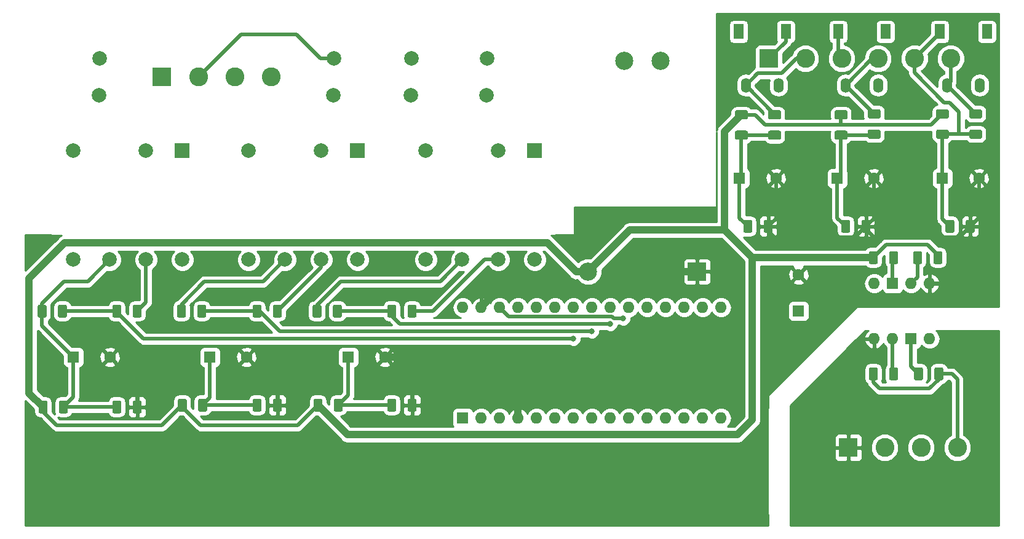
<source format=gbr>
G04 #@! TF.GenerationSoftware,KiCad,Pcbnew,5.0.2-bee76a0~70~ubuntu18.04.1*
G04 #@! TF.CreationDate,2019-10-09T11:35:59+02:00*
G04 #@! TF.ProjectId,AmpMeter,416d704d-6574-4657-922e-6b696361645f,rev?*
G04 #@! TF.SameCoordinates,Original*
G04 #@! TF.FileFunction,Copper,L1,Top*
G04 #@! TF.FilePolarity,Positive*
%FSLAX46Y46*%
G04 Gerber Fmt 4.6, Leading zero omitted, Abs format (unit mm)*
G04 Created by KiCad (PCBNEW 5.0.2-bee76a0~70~ubuntu18.04.1) date Mi 09 Okt 2019 11:35:59 CEST*
%MOMM*%
%LPD*%
G01*
G04 APERTURE LIST*
G04 #@! TA.AperFunction,ComponentPad*
%ADD10O,1.600000X1.600000*%
G04 #@! TD*
G04 #@! TA.AperFunction,ComponentPad*
%ADD11R,1.600000X1.600000*%
G04 #@! TD*
G04 #@! TA.AperFunction,ComponentPad*
%ADD12C,2.600000*%
G04 #@! TD*
G04 #@! TA.AperFunction,ComponentPad*
%ADD13R,2.600000X2.600000*%
G04 #@! TD*
G04 #@! TA.AperFunction,ComponentPad*
%ADD14C,2.000000*%
G04 #@! TD*
G04 #@! TA.AperFunction,ComponentPad*
%ADD15R,2.000000X2.000000*%
G04 #@! TD*
G04 #@! TA.AperFunction,ComponentPad*
%ADD16C,2.500000*%
G04 #@! TD*
G04 #@! TA.AperFunction,ComponentPad*
%ADD17R,2.500000X2.500000*%
G04 #@! TD*
G04 #@! TA.AperFunction,Conductor*
%ADD18C,0.100000*%
G04 #@! TD*
G04 #@! TA.AperFunction,SMDPad,CuDef*
%ADD19C,1.250000*%
G04 #@! TD*
G04 #@! TA.AperFunction,ComponentPad*
%ADD20C,1.600000*%
G04 #@! TD*
G04 #@! TA.AperFunction,ComponentPad*
%ADD21R,1.400000X2.000000*%
G04 #@! TD*
G04 #@! TA.AperFunction,ComponentPad*
%ADD22O,1.400000X2.000000*%
G04 #@! TD*
G04 #@! TA.AperFunction,ViaPad*
%ADD23C,0.800000*%
G04 #@! TD*
G04 #@! TA.AperFunction,Conductor*
%ADD24C,0.500000*%
G04 #@! TD*
G04 #@! TA.AperFunction,Conductor*
%ADD25C,1.000000*%
G04 #@! TD*
G04 #@! TA.AperFunction,Conductor*
%ADD26C,0.254000*%
G04 #@! TD*
G04 APERTURE END LIST*
D10*
G04 #@! TO.P,A1,16*
G04 #@! TO.N,N/C*
X114808000Y-52324000D03*
G04 #@! TO.P,A1,15*
X114808000Y-67564000D03*
G04 #@! TO.P,A1,30*
G04 #@! TO.N,Net-(A1-Pad30)*
X79248000Y-52324000D03*
G04 #@! TO.P,A1,14*
G04 #@! TO.N,N/C*
X112268000Y-67564000D03*
G04 #@! TO.P,A1,29*
G04 #@! TO.N,Net-(A1-Pad29)*
X81788000Y-52324000D03*
G04 #@! TO.P,A1,13*
G04 #@! TO.N,N/C*
X109728000Y-67564000D03*
G04 #@! TO.P,A1,28*
G04 #@! TO.N,Net-(A1-Pad28)*
X84328000Y-52324000D03*
G04 #@! TO.P,A1,12*
G04 #@! TO.N,N/C*
X107188000Y-67564000D03*
G04 #@! TO.P,A1,27*
X86868000Y-52324000D03*
G04 #@! TO.P,A1,11*
X104648000Y-67564000D03*
G04 #@! TO.P,A1,26*
X89408000Y-52324000D03*
G04 #@! TO.P,A1,10*
X102108000Y-67564000D03*
G04 #@! TO.P,A1,25*
X91948000Y-52324000D03*
G04 #@! TO.P,A1,9*
X99568000Y-67564000D03*
G04 #@! TO.P,A1,24*
G04 #@! TO.N,Net-(A1-Pad24)*
X94488000Y-52324000D03*
G04 #@! TO.P,A1,8*
G04 #@! TO.N,N/C*
X97028000Y-67564000D03*
G04 #@! TO.P,A1,23*
G04 #@! TO.N,Net-(A1-Pad23)*
X97028000Y-52324000D03*
G04 #@! TO.P,A1,7*
G04 #@! TO.N,N/C*
X94488000Y-67564000D03*
G04 #@! TO.P,A1,22*
G04 #@! TO.N,Net-(A1-Pad22)*
X99568000Y-52324000D03*
G04 #@! TO.P,A1,6*
G04 #@! TO.N,N/C*
X91948000Y-67564000D03*
G04 #@! TO.P,A1,21*
G04 #@! TO.N,ct1_2*
X102108000Y-52324000D03*
G04 #@! TO.P,A1,5*
G04 #@! TO.N,N/C*
X89408000Y-67564000D03*
G04 #@! TO.P,A1,20*
G04 #@! TO.N,ct2_2*
X104648000Y-52324000D03*
G04 #@! TO.P,A1,4*
G04 #@! TO.N,Net-(A1-Pad29)*
X86868000Y-67564000D03*
G04 #@! TO.P,A1,19*
G04 #@! TO.N,ct3_2*
X107188000Y-52324000D03*
G04 #@! TO.P,A1,3*
G04 #@! TO.N,N/C*
X84328000Y-67564000D03*
G04 #@! TO.P,A1,18*
X109728000Y-52324000D03*
G04 #@! TO.P,A1,2*
G04 #@! TO.N,Net-(A1-Pad2)*
X81788000Y-67564000D03*
G04 #@! TO.P,A1,17*
G04 #@! TO.N,N/C*
X112268000Y-52324000D03*
D11*
G04 #@! TO.P,A1,1*
G04 #@! TO.N,Net-(A1-Pad1)*
X79248000Y-67564000D03*
G04 #@! TD*
D12*
G04 #@! TO.P,J1,4*
G04 #@! TO.N,Net-(J1-Pad4)*
X52846000Y-20574000D03*
G04 #@! TO.P,J1,3*
G04 #@! TO.N,Net-(F1-Pad2)*
X47846000Y-20574000D03*
G04 #@! TO.P,J1,2*
G04 #@! TO.N,Net-(F3-Pad2)*
X42846000Y-20574000D03*
D13*
G04 #@! TO.P,J1,1*
G04 #@! TO.N,Net-(F4-Pad2)*
X37846000Y-20574000D03*
G04 #@! TD*
D12*
G04 #@! TO.P,J2,4*
G04 #@! TO.N,Net-(J2-Pad4)*
X147334000Y-71628000D03*
G04 #@! TO.P,J2,3*
G04 #@! TO.N,Net-(J2-Pad3)*
X142334000Y-71628000D03*
G04 #@! TO.P,J2,2*
G04 #@! TO.N,Net-(J2-Pad2)*
X137334000Y-71628000D03*
D13*
G04 #@! TO.P,J2,1*
G04 #@! TO.N,Net-(J2-Pad1)*
X132334000Y-71628000D03*
G04 #@! TD*
D12*
G04 #@! TO.P,J6,6*
G04 #@! TO.N,ct3_2*
X146412000Y-18034000D03*
G04 #@! TO.P,J6,5*
G04 #@! TO.N,ct3_1*
X141412000Y-18034000D03*
G04 #@! TO.P,J6,4*
G04 #@! TO.N,ct2_2*
X136412000Y-18034000D03*
G04 #@! TO.P,J6,3*
G04 #@! TO.N,ct2_1*
X131412000Y-18034000D03*
G04 #@! TO.P,J6,2*
G04 #@! TO.N,ct1_2*
X126412000Y-18034000D03*
D13*
G04 #@! TO.P,J6,1*
G04 #@! TO.N,ct1_1*
X121412000Y-18034000D03*
G04 #@! TD*
D14*
G04 #@! TO.P,T1,8*
G04 #@! TO.N,N/C*
X89154000Y-45734000D03*
G04 #@! TO.P,T1,7*
G04 #@! TO.N,Net-(R3-Pad1)*
X84154000Y-45734000D03*
G04 #@! TO.P,T1,6*
G04 #@! TO.N,Net-(C1-Pad1)*
X79154000Y-45734000D03*
G04 #@! TO.P,T1,5*
G04 #@! TO.N,N/C*
X74154000Y-45734000D03*
G04 #@! TO.P,T1,4*
G04 #@! TO.N,Net-(J1-Pad4)*
X74154000Y-30734000D03*
G04 #@! TO.P,T1,2*
G04 #@! TO.N,N/C*
X84154000Y-30734000D03*
D15*
G04 #@! TO.P,T1,1*
G04 #@! TO.N,Net-(F2-Pad1)*
X89154000Y-30734000D03*
G04 #@! TD*
D14*
G04 #@! TO.P,T2,8*
G04 #@! TO.N,N/C*
X64770000Y-45734000D03*
G04 #@! TO.P,T2,7*
G04 #@! TO.N,Net-(R5-Pad1)*
X59770000Y-45734000D03*
G04 #@! TO.P,T2,6*
G04 #@! TO.N,Net-(C2-Pad1)*
X54770000Y-45734000D03*
G04 #@! TO.P,T2,5*
G04 #@! TO.N,N/C*
X49770000Y-45734000D03*
G04 #@! TO.P,T2,4*
G04 #@! TO.N,Net-(J1-Pad4)*
X49770000Y-30734000D03*
G04 #@! TO.P,T2,2*
G04 #@! TO.N,N/C*
X59770000Y-30734000D03*
D15*
G04 #@! TO.P,T2,1*
G04 #@! TO.N,Net-(F3-Pad1)*
X64770000Y-30734000D03*
G04 #@! TD*
D14*
G04 #@! TO.P,T3,8*
G04 #@! TO.N,N/C*
X40640000Y-45734000D03*
G04 #@! TO.P,T3,7*
G04 #@! TO.N,Net-(R7-Pad1)*
X35640000Y-45734000D03*
G04 #@! TO.P,T3,6*
G04 #@! TO.N,Net-(C3-Pad1)*
X30640000Y-45734000D03*
G04 #@! TO.P,T3,5*
G04 #@! TO.N,N/C*
X25640000Y-45734000D03*
G04 #@! TO.P,T3,4*
G04 #@! TO.N,Net-(J1-Pad4)*
X25640000Y-30734000D03*
G04 #@! TO.P,T3,2*
G04 #@! TO.N,N/C*
X35640000Y-30734000D03*
D15*
G04 #@! TO.P,T3,1*
G04 #@! TO.N,Net-(F4-Pad1)*
X40640000Y-30734000D03*
G04 #@! TD*
D10*
G04 #@! TO.P,U1,4*
G04 #@! TO.N,Net-(A1-Pad2)*
X140970000Y-49022000D03*
G04 #@! TO.P,U1,2*
G04 #@! TO.N,Net-(J2-Pad3)*
X143510000Y-56642000D03*
G04 #@! TO.P,U1,3*
G04 #@! TO.N,Net-(A1-Pad29)*
X143510000Y-49022000D03*
D11*
G04 #@! TO.P,U1,1*
G04 #@! TO.N,Net-(R2-Pad1)*
X140970000Y-56642000D03*
G04 #@! TD*
D10*
G04 #@! TO.P,U2,4*
G04 #@! TO.N,Net-(J2-Pad2)*
X138430000Y-56642000D03*
G04 #@! TO.P,U2,2*
G04 #@! TO.N,Net-(A1-Pad1)*
X135890000Y-49022000D03*
G04 #@! TO.P,U2,3*
G04 #@! TO.N,Net-(J2-Pad1)*
X135890000Y-56642000D03*
D11*
G04 #@! TO.P,U2,1*
G04 #@! TO.N,Net-(R9-Pad2)*
X138430000Y-49022000D03*
G04 #@! TD*
D16*
G04 #@! TO.P,PS1,4*
G04 #@! TO.N,Net-(A1-Pad30)*
X96506000Y-47386000D03*
D17*
G04 #@! TO.P,PS1,3*
G04 #@! TO.N,Net-(A1-Pad29)*
X111506000Y-47386000D03*
D16*
G04 #@! TO.P,PS1,1*
G04 #@! TO.N,Net-(J1-Pad4)*
X101506000Y-18386000D03*
G04 #@! TO.P,PS1,2*
G04 #@! TO.N,Net-(F1-Pad1)*
X106506000Y-18386000D03*
G04 #@! TD*
D14*
G04 #@! TO.P,F1,2*
G04 #@! TO.N,Net-(F1-Pad2)*
X82560000Y-18034000D03*
G04 #@! TO.P,F1,1*
G04 #@! TO.N,Net-(F1-Pad1)*
X82550000Y-23114000D03*
G04 #@! TD*
G04 #@! TO.P,F2,2*
G04 #@! TO.N,Net-(F1-Pad2)*
X72146000Y-18034000D03*
G04 #@! TO.P,F2,1*
G04 #@! TO.N,Net-(F2-Pad1)*
X72136000Y-23114000D03*
G04 #@! TD*
G04 #@! TO.P,F3,2*
G04 #@! TO.N,Net-(F3-Pad2)*
X61478000Y-18034000D03*
G04 #@! TO.P,F3,1*
G04 #@! TO.N,Net-(F3-Pad1)*
X61468000Y-23114000D03*
G04 #@! TD*
G04 #@! TO.P,F4,2*
G04 #@! TO.N,Net-(F4-Pad2)*
X29220000Y-18034000D03*
G04 #@! TO.P,F4,1*
G04 #@! TO.N,Net-(F4-Pad1)*
X29210000Y-23114000D03*
G04 #@! TD*
D18*
G04 #@! TO.N,Net-(J2-Pad2)*
G04 #@! TO.C,R1*
G36*
X138959504Y-60594204D02*
X138983773Y-60597804D01*
X139007571Y-60603765D01*
X139030671Y-60612030D01*
X139052849Y-60622520D01*
X139073893Y-60635133D01*
X139093598Y-60649747D01*
X139111777Y-60666223D01*
X139128253Y-60684402D01*
X139142867Y-60704107D01*
X139155480Y-60725151D01*
X139165970Y-60747329D01*
X139174235Y-60770429D01*
X139180196Y-60794227D01*
X139183796Y-60818496D01*
X139185000Y-60843000D01*
X139185000Y-62093000D01*
X139183796Y-62117504D01*
X139180196Y-62141773D01*
X139174235Y-62165571D01*
X139165970Y-62188671D01*
X139155480Y-62210849D01*
X139142867Y-62231893D01*
X139128253Y-62251598D01*
X139111777Y-62269777D01*
X139093598Y-62286253D01*
X139073893Y-62300867D01*
X139052849Y-62313480D01*
X139030671Y-62323970D01*
X139007571Y-62332235D01*
X138983773Y-62338196D01*
X138959504Y-62341796D01*
X138935000Y-62343000D01*
X138185000Y-62343000D01*
X138160496Y-62341796D01*
X138136227Y-62338196D01*
X138112429Y-62332235D01*
X138089329Y-62323970D01*
X138067151Y-62313480D01*
X138046107Y-62300867D01*
X138026402Y-62286253D01*
X138008223Y-62269777D01*
X137991747Y-62251598D01*
X137977133Y-62231893D01*
X137964520Y-62210849D01*
X137954030Y-62188671D01*
X137945765Y-62165571D01*
X137939804Y-62141773D01*
X137936204Y-62117504D01*
X137935000Y-62093000D01*
X137935000Y-60843000D01*
X137936204Y-60818496D01*
X137939804Y-60794227D01*
X137945765Y-60770429D01*
X137954030Y-60747329D01*
X137964520Y-60725151D01*
X137977133Y-60704107D01*
X137991747Y-60684402D01*
X138008223Y-60666223D01*
X138026402Y-60649747D01*
X138046107Y-60635133D01*
X138067151Y-60622520D01*
X138089329Y-60612030D01*
X138112429Y-60603765D01*
X138136227Y-60597804D01*
X138160496Y-60594204D01*
X138185000Y-60593000D01*
X138935000Y-60593000D01*
X138959504Y-60594204D01*
X138959504Y-60594204D01*
G37*
D19*
G04 #@! TD*
G04 #@! TO.P,R1,2*
G04 #@! TO.N,Net-(J2-Pad2)*
X138560000Y-61468000D03*
D18*
G04 #@! TO.N,Net-(J2-Pad4)*
G04 #@! TO.C,R1*
G36*
X136159504Y-60594204D02*
X136183773Y-60597804D01*
X136207571Y-60603765D01*
X136230671Y-60612030D01*
X136252849Y-60622520D01*
X136273893Y-60635133D01*
X136293598Y-60649747D01*
X136311777Y-60666223D01*
X136328253Y-60684402D01*
X136342867Y-60704107D01*
X136355480Y-60725151D01*
X136365970Y-60747329D01*
X136374235Y-60770429D01*
X136380196Y-60794227D01*
X136383796Y-60818496D01*
X136385000Y-60843000D01*
X136385000Y-62093000D01*
X136383796Y-62117504D01*
X136380196Y-62141773D01*
X136374235Y-62165571D01*
X136365970Y-62188671D01*
X136355480Y-62210849D01*
X136342867Y-62231893D01*
X136328253Y-62251598D01*
X136311777Y-62269777D01*
X136293598Y-62286253D01*
X136273893Y-62300867D01*
X136252849Y-62313480D01*
X136230671Y-62323970D01*
X136207571Y-62332235D01*
X136183773Y-62338196D01*
X136159504Y-62341796D01*
X136135000Y-62343000D01*
X135385000Y-62343000D01*
X135360496Y-62341796D01*
X135336227Y-62338196D01*
X135312429Y-62332235D01*
X135289329Y-62323970D01*
X135267151Y-62313480D01*
X135246107Y-62300867D01*
X135226402Y-62286253D01*
X135208223Y-62269777D01*
X135191747Y-62251598D01*
X135177133Y-62231893D01*
X135164520Y-62210849D01*
X135154030Y-62188671D01*
X135145765Y-62165571D01*
X135139804Y-62141773D01*
X135136204Y-62117504D01*
X135135000Y-62093000D01*
X135135000Y-60843000D01*
X135136204Y-60818496D01*
X135139804Y-60794227D01*
X135145765Y-60770429D01*
X135154030Y-60747329D01*
X135164520Y-60725151D01*
X135177133Y-60704107D01*
X135191747Y-60684402D01*
X135208223Y-60666223D01*
X135226402Y-60649747D01*
X135246107Y-60635133D01*
X135267151Y-60622520D01*
X135289329Y-60612030D01*
X135312429Y-60603765D01*
X135336227Y-60597804D01*
X135360496Y-60594204D01*
X135385000Y-60593000D01*
X136135000Y-60593000D01*
X136159504Y-60594204D01*
X136159504Y-60594204D01*
G37*
D19*
G04 #@! TD*
G04 #@! TO.P,R1,1*
G04 #@! TO.N,Net-(J2-Pad4)*
X135760000Y-61468000D03*
D18*
G04 #@! TO.N,Net-(J2-Pad4)*
G04 #@! TO.C,R2*
G36*
X145185504Y-60594204D02*
X145209773Y-60597804D01*
X145233571Y-60603765D01*
X145256671Y-60612030D01*
X145278849Y-60622520D01*
X145299893Y-60635133D01*
X145319598Y-60649747D01*
X145337777Y-60666223D01*
X145354253Y-60684402D01*
X145368867Y-60704107D01*
X145381480Y-60725151D01*
X145391970Y-60747329D01*
X145400235Y-60770429D01*
X145406196Y-60794227D01*
X145409796Y-60818496D01*
X145411000Y-60843000D01*
X145411000Y-62093000D01*
X145409796Y-62117504D01*
X145406196Y-62141773D01*
X145400235Y-62165571D01*
X145391970Y-62188671D01*
X145381480Y-62210849D01*
X145368867Y-62231893D01*
X145354253Y-62251598D01*
X145337777Y-62269777D01*
X145319598Y-62286253D01*
X145299893Y-62300867D01*
X145278849Y-62313480D01*
X145256671Y-62323970D01*
X145233571Y-62332235D01*
X145209773Y-62338196D01*
X145185504Y-62341796D01*
X145161000Y-62343000D01*
X144411000Y-62343000D01*
X144386496Y-62341796D01*
X144362227Y-62338196D01*
X144338429Y-62332235D01*
X144315329Y-62323970D01*
X144293151Y-62313480D01*
X144272107Y-62300867D01*
X144252402Y-62286253D01*
X144234223Y-62269777D01*
X144217747Y-62251598D01*
X144203133Y-62231893D01*
X144190520Y-62210849D01*
X144180030Y-62188671D01*
X144171765Y-62165571D01*
X144165804Y-62141773D01*
X144162204Y-62117504D01*
X144161000Y-62093000D01*
X144161000Y-60843000D01*
X144162204Y-60818496D01*
X144165804Y-60794227D01*
X144171765Y-60770429D01*
X144180030Y-60747329D01*
X144190520Y-60725151D01*
X144203133Y-60704107D01*
X144217747Y-60684402D01*
X144234223Y-60666223D01*
X144252402Y-60649747D01*
X144272107Y-60635133D01*
X144293151Y-60622520D01*
X144315329Y-60612030D01*
X144338429Y-60603765D01*
X144362227Y-60597804D01*
X144386496Y-60594204D01*
X144411000Y-60593000D01*
X145161000Y-60593000D01*
X145185504Y-60594204D01*
X145185504Y-60594204D01*
G37*
D19*
G04 #@! TD*
G04 #@! TO.P,R2,2*
G04 #@! TO.N,Net-(J2-Pad4)*
X144786000Y-61468000D03*
D18*
G04 #@! TO.N,Net-(R2-Pad1)*
G04 #@! TO.C,R2*
G36*
X142385504Y-60594204D02*
X142409773Y-60597804D01*
X142433571Y-60603765D01*
X142456671Y-60612030D01*
X142478849Y-60622520D01*
X142499893Y-60635133D01*
X142519598Y-60649747D01*
X142537777Y-60666223D01*
X142554253Y-60684402D01*
X142568867Y-60704107D01*
X142581480Y-60725151D01*
X142591970Y-60747329D01*
X142600235Y-60770429D01*
X142606196Y-60794227D01*
X142609796Y-60818496D01*
X142611000Y-60843000D01*
X142611000Y-62093000D01*
X142609796Y-62117504D01*
X142606196Y-62141773D01*
X142600235Y-62165571D01*
X142591970Y-62188671D01*
X142581480Y-62210849D01*
X142568867Y-62231893D01*
X142554253Y-62251598D01*
X142537777Y-62269777D01*
X142519598Y-62286253D01*
X142499893Y-62300867D01*
X142478849Y-62313480D01*
X142456671Y-62323970D01*
X142433571Y-62332235D01*
X142409773Y-62338196D01*
X142385504Y-62341796D01*
X142361000Y-62343000D01*
X141611000Y-62343000D01*
X141586496Y-62341796D01*
X141562227Y-62338196D01*
X141538429Y-62332235D01*
X141515329Y-62323970D01*
X141493151Y-62313480D01*
X141472107Y-62300867D01*
X141452402Y-62286253D01*
X141434223Y-62269777D01*
X141417747Y-62251598D01*
X141403133Y-62231893D01*
X141390520Y-62210849D01*
X141380030Y-62188671D01*
X141371765Y-62165571D01*
X141365804Y-62141773D01*
X141362204Y-62117504D01*
X141361000Y-62093000D01*
X141361000Y-60843000D01*
X141362204Y-60818496D01*
X141365804Y-60794227D01*
X141371765Y-60770429D01*
X141380030Y-60747329D01*
X141390520Y-60725151D01*
X141403133Y-60704107D01*
X141417747Y-60684402D01*
X141434223Y-60666223D01*
X141452402Y-60649747D01*
X141472107Y-60635133D01*
X141493151Y-60622520D01*
X141515329Y-60612030D01*
X141538429Y-60603765D01*
X141562227Y-60597804D01*
X141586496Y-60594204D01*
X141611000Y-60593000D01*
X142361000Y-60593000D01*
X142385504Y-60594204D01*
X142385504Y-60594204D01*
G37*
D19*
G04 #@! TD*
G04 #@! TO.P,R2,1*
G04 #@! TO.N,Net-(R2-Pad1)*
X141986000Y-61468000D03*
D18*
G04 #@! TO.N,Net-(A1-Pad22)*
G04 #@! TO.C,R3*
G36*
X69865504Y-51958204D02*
X69889773Y-51961804D01*
X69913571Y-51967765D01*
X69936671Y-51976030D01*
X69958849Y-51986520D01*
X69979893Y-51999133D01*
X69999598Y-52013747D01*
X70017777Y-52030223D01*
X70034253Y-52048402D01*
X70048867Y-52068107D01*
X70061480Y-52089151D01*
X70071970Y-52111329D01*
X70080235Y-52134429D01*
X70086196Y-52158227D01*
X70089796Y-52182496D01*
X70091000Y-52207000D01*
X70091000Y-53457000D01*
X70089796Y-53481504D01*
X70086196Y-53505773D01*
X70080235Y-53529571D01*
X70071970Y-53552671D01*
X70061480Y-53574849D01*
X70048867Y-53595893D01*
X70034253Y-53615598D01*
X70017777Y-53633777D01*
X69999598Y-53650253D01*
X69979893Y-53664867D01*
X69958849Y-53677480D01*
X69936671Y-53687970D01*
X69913571Y-53696235D01*
X69889773Y-53702196D01*
X69865504Y-53705796D01*
X69841000Y-53707000D01*
X69091000Y-53707000D01*
X69066496Y-53705796D01*
X69042227Y-53702196D01*
X69018429Y-53696235D01*
X68995329Y-53687970D01*
X68973151Y-53677480D01*
X68952107Y-53664867D01*
X68932402Y-53650253D01*
X68914223Y-53633777D01*
X68897747Y-53615598D01*
X68883133Y-53595893D01*
X68870520Y-53574849D01*
X68860030Y-53552671D01*
X68851765Y-53529571D01*
X68845804Y-53505773D01*
X68842204Y-53481504D01*
X68841000Y-53457000D01*
X68841000Y-52207000D01*
X68842204Y-52182496D01*
X68845804Y-52158227D01*
X68851765Y-52134429D01*
X68860030Y-52111329D01*
X68870520Y-52089151D01*
X68883133Y-52068107D01*
X68897747Y-52048402D01*
X68914223Y-52030223D01*
X68932402Y-52013747D01*
X68952107Y-51999133D01*
X68973151Y-51986520D01*
X68995329Y-51976030D01*
X69018429Y-51967765D01*
X69042227Y-51961804D01*
X69066496Y-51958204D01*
X69091000Y-51957000D01*
X69841000Y-51957000D01*
X69865504Y-51958204D01*
X69865504Y-51958204D01*
G37*
D19*
G04 #@! TD*
G04 #@! TO.P,R3,2*
G04 #@! TO.N,Net-(A1-Pad22)*
X69466000Y-52832000D03*
D18*
G04 #@! TO.N,Net-(R3-Pad1)*
G04 #@! TO.C,R3*
G36*
X72665504Y-51958204D02*
X72689773Y-51961804D01*
X72713571Y-51967765D01*
X72736671Y-51976030D01*
X72758849Y-51986520D01*
X72779893Y-51999133D01*
X72799598Y-52013747D01*
X72817777Y-52030223D01*
X72834253Y-52048402D01*
X72848867Y-52068107D01*
X72861480Y-52089151D01*
X72871970Y-52111329D01*
X72880235Y-52134429D01*
X72886196Y-52158227D01*
X72889796Y-52182496D01*
X72891000Y-52207000D01*
X72891000Y-53457000D01*
X72889796Y-53481504D01*
X72886196Y-53505773D01*
X72880235Y-53529571D01*
X72871970Y-53552671D01*
X72861480Y-53574849D01*
X72848867Y-53595893D01*
X72834253Y-53615598D01*
X72817777Y-53633777D01*
X72799598Y-53650253D01*
X72779893Y-53664867D01*
X72758849Y-53677480D01*
X72736671Y-53687970D01*
X72713571Y-53696235D01*
X72689773Y-53702196D01*
X72665504Y-53705796D01*
X72641000Y-53707000D01*
X71891000Y-53707000D01*
X71866496Y-53705796D01*
X71842227Y-53702196D01*
X71818429Y-53696235D01*
X71795329Y-53687970D01*
X71773151Y-53677480D01*
X71752107Y-53664867D01*
X71732402Y-53650253D01*
X71714223Y-53633777D01*
X71697747Y-53615598D01*
X71683133Y-53595893D01*
X71670520Y-53574849D01*
X71660030Y-53552671D01*
X71651765Y-53529571D01*
X71645804Y-53505773D01*
X71642204Y-53481504D01*
X71641000Y-53457000D01*
X71641000Y-52207000D01*
X71642204Y-52182496D01*
X71645804Y-52158227D01*
X71651765Y-52134429D01*
X71660030Y-52111329D01*
X71670520Y-52089151D01*
X71683133Y-52068107D01*
X71697747Y-52048402D01*
X71714223Y-52030223D01*
X71732402Y-52013747D01*
X71752107Y-51999133D01*
X71773151Y-51986520D01*
X71795329Y-51976030D01*
X71818429Y-51967765D01*
X71842227Y-51961804D01*
X71866496Y-51958204D01*
X71891000Y-51957000D01*
X72641000Y-51957000D01*
X72665504Y-51958204D01*
X72665504Y-51958204D01*
G37*
D19*
G04 #@! TD*
G04 #@! TO.P,R3,1*
G04 #@! TO.N,Net-(R3-Pad1)*
X72266000Y-52832000D03*
D18*
G04 #@! TO.N,Net-(C1-Pad1)*
G04 #@! TO.C,R4*
G36*
X59575504Y-51958204D02*
X59599773Y-51961804D01*
X59623571Y-51967765D01*
X59646671Y-51976030D01*
X59668849Y-51986520D01*
X59689893Y-51999133D01*
X59709598Y-52013747D01*
X59727777Y-52030223D01*
X59744253Y-52048402D01*
X59758867Y-52068107D01*
X59771480Y-52089151D01*
X59781970Y-52111329D01*
X59790235Y-52134429D01*
X59796196Y-52158227D01*
X59799796Y-52182496D01*
X59801000Y-52207000D01*
X59801000Y-53457000D01*
X59799796Y-53481504D01*
X59796196Y-53505773D01*
X59790235Y-53529571D01*
X59781970Y-53552671D01*
X59771480Y-53574849D01*
X59758867Y-53595893D01*
X59744253Y-53615598D01*
X59727777Y-53633777D01*
X59709598Y-53650253D01*
X59689893Y-53664867D01*
X59668849Y-53677480D01*
X59646671Y-53687970D01*
X59623571Y-53696235D01*
X59599773Y-53702196D01*
X59575504Y-53705796D01*
X59551000Y-53707000D01*
X58801000Y-53707000D01*
X58776496Y-53705796D01*
X58752227Y-53702196D01*
X58728429Y-53696235D01*
X58705329Y-53687970D01*
X58683151Y-53677480D01*
X58662107Y-53664867D01*
X58642402Y-53650253D01*
X58624223Y-53633777D01*
X58607747Y-53615598D01*
X58593133Y-53595893D01*
X58580520Y-53574849D01*
X58570030Y-53552671D01*
X58561765Y-53529571D01*
X58555804Y-53505773D01*
X58552204Y-53481504D01*
X58551000Y-53457000D01*
X58551000Y-52207000D01*
X58552204Y-52182496D01*
X58555804Y-52158227D01*
X58561765Y-52134429D01*
X58570030Y-52111329D01*
X58580520Y-52089151D01*
X58593133Y-52068107D01*
X58607747Y-52048402D01*
X58624223Y-52030223D01*
X58642402Y-52013747D01*
X58662107Y-51999133D01*
X58683151Y-51986520D01*
X58705329Y-51976030D01*
X58728429Y-51967765D01*
X58752227Y-51961804D01*
X58776496Y-51958204D01*
X58801000Y-51957000D01*
X59551000Y-51957000D01*
X59575504Y-51958204D01*
X59575504Y-51958204D01*
G37*
D19*
G04 #@! TD*
G04 #@! TO.P,R4,2*
G04 #@! TO.N,Net-(C1-Pad1)*
X59176000Y-52832000D03*
D18*
G04 #@! TO.N,Net-(A1-Pad22)*
G04 #@! TO.C,R4*
G36*
X62375504Y-51958204D02*
X62399773Y-51961804D01*
X62423571Y-51967765D01*
X62446671Y-51976030D01*
X62468849Y-51986520D01*
X62489893Y-51999133D01*
X62509598Y-52013747D01*
X62527777Y-52030223D01*
X62544253Y-52048402D01*
X62558867Y-52068107D01*
X62571480Y-52089151D01*
X62581970Y-52111329D01*
X62590235Y-52134429D01*
X62596196Y-52158227D01*
X62599796Y-52182496D01*
X62601000Y-52207000D01*
X62601000Y-53457000D01*
X62599796Y-53481504D01*
X62596196Y-53505773D01*
X62590235Y-53529571D01*
X62581970Y-53552671D01*
X62571480Y-53574849D01*
X62558867Y-53595893D01*
X62544253Y-53615598D01*
X62527777Y-53633777D01*
X62509598Y-53650253D01*
X62489893Y-53664867D01*
X62468849Y-53677480D01*
X62446671Y-53687970D01*
X62423571Y-53696235D01*
X62399773Y-53702196D01*
X62375504Y-53705796D01*
X62351000Y-53707000D01*
X61601000Y-53707000D01*
X61576496Y-53705796D01*
X61552227Y-53702196D01*
X61528429Y-53696235D01*
X61505329Y-53687970D01*
X61483151Y-53677480D01*
X61462107Y-53664867D01*
X61442402Y-53650253D01*
X61424223Y-53633777D01*
X61407747Y-53615598D01*
X61393133Y-53595893D01*
X61380520Y-53574849D01*
X61370030Y-53552671D01*
X61361765Y-53529571D01*
X61355804Y-53505773D01*
X61352204Y-53481504D01*
X61351000Y-53457000D01*
X61351000Y-52207000D01*
X61352204Y-52182496D01*
X61355804Y-52158227D01*
X61361765Y-52134429D01*
X61370030Y-52111329D01*
X61380520Y-52089151D01*
X61393133Y-52068107D01*
X61407747Y-52048402D01*
X61424223Y-52030223D01*
X61442402Y-52013747D01*
X61462107Y-51999133D01*
X61483151Y-51986520D01*
X61505329Y-51976030D01*
X61528429Y-51967765D01*
X61552227Y-51961804D01*
X61576496Y-51958204D01*
X61601000Y-51957000D01*
X62351000Y-51957000D01*
X62375504Y-51958204D01*
X62375504Y-51958204D01*
G37*
D19*
G04 #@! TD*
G04 #@! TO.P,R4,1*
G04 #@! TO.N,Net-(A1-Pad22)*
X61976000Y-52832000D03*
D18*
G04 #@! TO.N,Net-(A1-Pad23)*
G04 #@! TO.C,R5*
G36*
X51323504Y-51958204D02*
X51347773Y-51961804D01*
X51371571Y-51967765D01*
X51394671Y-51976030D01*
X51416849Y-51986520D01*
X51437893Y-51999133D01*
X51457598Y-52013747D01*
X51475777Y-52030223D01*
X51492253Y-52048402D01*
X51506867Y-52068107D01*
X51519480Y-52089151D01*
X51529970Y-52111329D01*
X51538235Y-52134429D01*
X51544196Y-52158227D01*
X51547796Y-52182496D01*
X51549000Y-52207000D01*
X51549000Y-53457000D01*
X51547796Y-53481504D01*
X51544196Y-53505773D01*
X51538235Y-53529571D01*
X51529970Y-53552671D01*
X51519480Y-53574849D01*
X51506867Y-53595893D01*
X51492253Y-53615598D01*
X51475777Y-53633777D01*
X51457598Y-53650253D01*
X51437893Y-53664867D01*
X51416849Y-53677480D01*
X51394671Y-53687970D01*
X51371571Y-53696235D01*
X51347773Y-53702196D01*
X51323504Y-53705796D01*
X51299000Y-53707000D01*
X50549000Y-53707000D01*
X50524496Y-53705796D01*
X50500227Y-53702196D01*
X50476429Y-53696235D01*
X50453329Y-53687970D01*
X50431151Y-53677480D01*
X50410107Y-53664867D01*
X50390402Y-53650253D01*
X50372223Y-53633777D01*
X50355747Y-53615598D01*
X50341133Y-53595893D01*
X50328520Y-53574849D01*
X50318030Y-53552671D01*
X50309765Y-53529571D01*
X50303804Y-53505773D01*
X50300204Y-53481504D01*
X50299000Y-53457000D01*
X50299000Y-52207000D01*
X50300204Y-52182496D01*
X50303804Y-52158227D01*
X50309765Y-52134429D01*
X50318030Y-52111329D01*
X50328520Y-52089151D01*
X50341133Y-52068107D01*
X50355747Y-52048402D01*
X50372223Y-52030223D01*
X50390402Y-52013747D01*
X50410107Y-51999133D01*
X50431151Y-51986520D01*
X50453329Y-51976030D01*
X50476429Y-51967765D01*
X50500227Y-51961804D01*
X50524496Y-51958204D01*
X50549000Y-51957000D01*
X51299000Y-51957000D01*
X51323504Y-51958204D01*
X51323504Y-51958204D01*
G37*
D19*
G04 #@! TD*
G04 #@! TO.P,R5,2*
G04 #@! TO.N,Net-(A1-Pad23)*
X50924000Y-52832000D03*
D18*
G04 #@! TO.N,Net-(R5-Pad1)*
G04 #@! TO.C,R5*
G36*
X54123504Y-51958204D02*
X54147773Y-51961804D01*
X54171571Y-51967765D01*
X54194671Y-51976030D01*
X54216849Y-51986520D01*
X54237893Y-51999133D01*
X54257598Y-52013747D01*
X54275777Y-52030223D01*
X54292253Y-52048402D01*
X54306867Y-52068107D01*
X54319480Y-52089151D01*
X54329970Y-52111329D01*
X54338235Y-52134429D01*
X54344196Y-52158227D01*
X54347796Y-52182496D01*
X54349000Y-52207000D01*
X54349000Y-53457000D01*
X54347796Y-53481504D01*
X54344196Y-53505773D01*
X54338235Y-53529571D01*
X54329970Y-53552671D01*
X54319480Y-53574849D01*
X54306867Y-53595893D01*
X54292253Y-53615598D01*
X54275777Y-53633777D01*
X54257598Y-53650253D01*
X54237893Y-53664867D01*
X54216849Y-53677480D01*
X54194671Y-53687970D01*
X54171571Y-53696235D01*
X54147773Y-53702196D01*
X54123504Y-53705796D01*
X54099000Y-53707000D01*
X53349000Y-53707000D01*
X53324496Y-53705796D01*
X53300227Y-53702196D01*
X53276429Y-53696235D01*
X53253329Y-53687970D01*
X53231151Y-53677480D01*
X53210107Y-53664867D01*
X53190402Y-53650253D01*
X53172223Y-53633777D01*
X53155747Y-53615598D01*
X53141133Y-53595893D01*
X53128520Y-53574849D01*
X53118030Y-53552671D01*
X53109765Y-53529571D01*
X53103804Y-53505773D01*
X53100204Y-53481504D01*
X53099000Y-53457000D01*
X53099000Y-52207000D01*
X53100204Y-52182496D01*
X53103804Y-52158227D01*
X53109765Y-52134429D01*
X53118030Y-52111329D01*
X53128520Y-52089151D01*
X53141133Y-52068107D01*
X53155747Y-52048402D01*
X53172223Y-52030223D01*
X53190402Y-52013747D01*
X53210107Y-51999133D01*
X53231151Y-51986520D01*
X53253329Y-51976030D01*
X53276429Y-51967765D01*
X53300227Y-51961804D01*
X53324496Y-51958204D01*
X53349000Y-51957000D01*
X54099000Y-51957000D01*
X54123504Y-51958204D01*
X54123504Y-51958204D01*
G37*
D19*
G04 #@! TD*
G04 #@! TO.P,R5,1*
G04 #@! TO.N,Net-(R5-Pad1)*
X53724000Y-52832000D03*
D18*
G04 #@! TO.N,Net-(C2-Pad1)*
G04 #@! TO.C,R6*
G36*
X40909504Y-51958204D02*
X40933773Y-51961804D01*
X40957571Y-51967765D01*
X40980671Y-51976030D01*
X41002849Y-51986520D01*
X41023893Y-51999133D01*
X41043598Y-52013747D01*
X41061777Y-52030223D01*
X41078253Y-52048402D01*
X41092867Y-52068107D01*
X41105480Y-52089151D01*
X41115970Y-52111329D01*
X41124235Y-52134429D01*
X41130196Y-52158227D01*
X41133796Y-52182496D01*
X41135000Y-52207000D01*
X41135000Y-53457000D01*
X41133796Y-53481504D01*
X41130196Y-53505773D01*
X41124235Y-53529571D01*
X41115970Y-53552671D01*
X41105480Y-53574849D01*
X41092867Y-53595893D01*
X41078253Y-53615598D01*
X41061777Y-53633777D01*
X41043598Y-53650253D01*
X41023893Y-53664867D01*
X41002849Y-53677480D01*
X40980671Y-53687970D01*
X40957571Y-53696235D01*
X40933773Y-53702196D01*
X40909504Y-53705796D01*
X40885000Y-53707000D01*
X40135000Y-53707000D01*
X40110496Y-53705796D01*
X40086227Y-53702196D01*
X40062429Y-53696235D01*
X40039329Y-53687970D01*
X40017151Y-53677480D01*
X39996107Y-53664867D01*
X39976402Y-53650253D01*
X39958223Y-53633777D01*
X39941747Y-53615598D01*
X39927133Y-53595893D01*
X39914520Y-53574849D01*
X39904030Y-53552671D01*
X39895765Y-53529571D01*
X39889804Y-53505773D01*
X39886204Y-53481504D01*
X39885000Y-53457000D01*
X39885000Y-52207000D01*
X39886204Y-52182496D01*
X39889804Y-52158227D01*
X39895765Y-52134429D01*
X39904030Y-52111329D01*
X39914520Y-52089151D01*
X39927133Y-52068107D01*
X39941747Y-52048402D01*
X39958223Y-52030223D01*
X39976402Y-52013747D01*
X39996107Y-51999133D01*
X40017151Y-51986520D01*
X40039329Y-51976030D01*
X40062429Y-51967765D01*
X40086227Y-51961804D01*
X40110496Y-51958204D01*
X40135000Y-51957000D01*
X40885000Y-51957000D01*
X40909504Y-51958204D01*
X40909504Y-51958204D01*
G37*
D19*
G04 #@! TD*
G04 #@! TO.P,R6,2*
G04 #@! TO.N,Net-(C2-Pad1)*
X40510000Y-52832000D03*
D18*
G04 #@! TO.N,Net-(A1-Pad23)*
G04 #@! TO.C,R6*
G36*
X43709504Y-51958204D02*
X43733773Y-51961804D01*
X43757571Y-51967765D01*
X43780671Y-51976030D01*
X43802849Y-51986520D01*
X43823893Y-51999133D01*
X43843598Y-52013747D01*
X43861777Y-52030223D01*
X43878253Y-52048402D01*
X43892867Y-52068107D01*
X43905480Y-52089151D01*
X43915970Y-52111329D01*
X43924235Y-52134429D01*
X43930196Y-52158227D01*
X43933796Y-52182496D01*
X43935000Y-52207000D01*
X43935000Y-53457000D01*
X43933796Y-53481504D01*
X43930196Y-53505773D01*
X43924235Y-53529571D01*
X43915970Y-53552671D01*
X43905480Y-53574849D01*
X43892867Y-53595893D01*
X43878253Y-53615598D01*
X43861777Y-53633777D01*
X43843598Y-53650253D01*
X43823893Y-53664867D01*
X43802849Y-53677480D01*
X43780671Y-53687970D01*
X43757571Y-53696235D01*
X43733773Y-53702196D01*
X43709504Y-53705796D01*
X43685000Y-53707000D01*
X42935000Y-53707000D01*
X42910496Y-53705796D01*
X42886227Y-53702196D01*
X42862429Y-53696235D01*
X42839329Y-53687970D01*
X42817151Y-53677480D01*
X42796107Y-53664867D01*
X42776402Y-53650253D01*
X42758223Y-53633777D01*
X42741747Y-53615598D01*
X42727133Y-53595893D01*
X42714520Y-53574849D01*
X42704030Y-53552671D01*
X42695765Y-53529571D01*
X42689804Y-53505773D01*
X42686204Y-53481504D01*
X42685000Y-53457000D01*
X42685000Y-52207000D01*
X42686204Y-52182496D01*
X42689804Y-52158227D01*
X42695765Y-52134429D01*
X42704030Y-52111329D01*
X42714520Y-52089151D01*
X42727133Y-52068107D01*
X42741747Y-52048402D01*
X42758223Y-52030223D01*
X42776402Y-52013747D01*
X42796107Y-51999133D01*
X42817151Y-51986520D01*
X42839329Y-51976030D01*
X42862429Y-51967765D01*
X42886227Y-51961804D01*
X42910496Y-51958204D01*
X42935000Y-51957000D01*
X43685000Y-51957000D01*
X43709504Y-51958204D01*
X43709504Y-51958204D01*
G37*
D19*
G04 #@! TD*
G04 #@! TO.P,R6,1*
G04 #@! TO.N,Net-(A1-Pad23)*
X43310000Y-52832000D03*
D18*
G04 #@! TO.N,Net-(A1-Pad24)*
G04 #@! TO.C,R7*
G36*
X32019504Y-51958204D02*
X32043773Y-51961804D01*
X32067571Y-51967765D01*
X32090671Y-51976030D01*
X32112849Y-51986520D01*
X32133893Y-51999133D01*
X32153598Y-52013747D01*
X32171777Y-52030223D01*
X32188253Y-52048402D01*
X32202867Y-52068107D01*
X32215480Y-52089151D01*
X32225970Y-52111329D01*
X32234235Y-52134429D01*
X32240196Y-52158227D01*
X32243796Y-52182496D01*
X32245000Y-52207000D01*
X32245000Y-53457000D01*
X32243796Y-53481504D01*
X32240196Y-53505773D01*
X32234235Y-53529571D01*
X32225970Y-53552671D01*
X32215480Y-53574849D01*
X32202867Y-53595893D01*
X32188253Y-53615598D01*
X32171777Y-53633777D01*
X32153598Y-53650253D01*
X32133893Y-53664867D01*
X32112849Y-53677480D01*
X32090671Y-53687970D01*
X32067571Y-53696235D01*
X32043773Y-53702196D01*
X32019504Y-53705796D01*
X31995000Y-53707000D01*
X31245000Y-53707000D01*
X31220496Y-53705796D01*
X31196227Y-53702196D01*
X31172429Y-53696235D01*
X31149329Y-53687970D01*
X31127151Y-53677480D01*
X31106107Y-53664867D01*
X31086402Y-53650253D01*
X31068223Y-53633777D01*
X31051747Y-53615598D01*
X31037133Y-53595893D01*
X31024520Y-53574849D01*
X31014030Y-53552671D01*
X31005765Y-53529571D01*
X30999804Y-53505773D01*
X30996204Y-53481504D01*
X30995000Y-53457000D01*
X30995000Y-52207000D01*
X30996204Y-52182496D01*
X30999804Y-52158227D01*
X31005765Y-52134429D01*
X31014030Y-52111329D01*
X31024520Y-52089151D01*
X31037133Y-52068107D01*
X31051747Y-52048402D01*
X31068223Y-52030223D01*
X31086402Y-52013747D01*
X31106107Y-51999133D01*
X31127151Y-51986520D01*
X31149329Y-51976030D01*
X31172429Y-51967765D01*
X31196227Y-51961804D01*
X31220496Y-51958204D01*
X31245000Y-51957000D01*
X31995000Y-51957000D01*
X32019504Y-51958204D01*
X32019504Y-51958204D01*
G37*
D19*
G04 #@! TD*
G04 #@! TO.P,R7,2*
G04 #@! TO.N,Net-(A1-Pad24)*
X31620000Y-52832000D03*
D18*
G04 #@! TO.N,Net-(R7-Pad1)*
G04 #@! TO.C,R7*
G36*
X34819504Y-51958204D02*
X34843773Y-51961804D01*
X34867571Y-51967765D01*
X34890671Y-51976030D01*
X34912849Y-51986520D01*
X34933893Y-51999133D01*
X34953598Y-52013747D01*
X34971777Y-52030223D01*
X34988253Y-52048402D01*
X35002867Y-52068107D01*
X35015480Y-52089151D01*
X35025970Y-52111329D01*
X35034235Y-52134429D01*
X35040196Y-52158227D01*
X35043796Y-52182496D01*
X35045000Y-52207000D01*
X35045000Y-53457000D01*
X35043796Y-53481504D01*
X35040196Y-53505773D01*
X35034235Y-53529571D01*
X35025970Y-53552671D01*
X35015480Y-53574849D01*
X35002867Y-53595893D01*
X34988253Y-53615598D01*
X34971777Y-53633777D01*
X34953598Y-53650253D01*
X34933893Y-53664867D01*
X34912849Y-53677480D01*
X34890671Y-53687970D01*
X34867571Y-53696235D01*
X34843773Y-53702196D01*
X34819504Y-53705796D01*
X34795000Y-53707000D01*
X34045000Y-53707000D01*
X34020496Y-53705796D01*
X33996227Y-53702196D01*
X33972429Y-53696235D01*
X33949329Y-53687970D01*
X33927151Y-53677480D01*
X33906107Y-53664867D01*
X33886402Y-53650253D01*
X33868223Y-53633777D01*
X33851747Y-53615598D01*
X33837133Y-53595893D01*
X33824520Y-53574849D01*
X33814030Y-53552671D01*
X33805765Y-53529571D01*
X33799804Y-53505773D01*
X33796204Y-53481504D01*
X33795000Y-53457000D01*
X33795000Y-52207000D01*
X33796204Y-52182496D01*
X33799804Y-52158227D01*
X33805765Y-52134429D01*
X33814030Y-52111329D01*
X33824520Y-52089151D01*
X33837133Y-52068107D01*
X33851747Y-52048402D01*
X33868223Y-52030223D01*
X33886402Y-52013747D01*
X33906107Y-51999133D01*
X33927151Y-51986520D01*
X33949329Y-51976030D01*
X33972429Y-51967765D01*
X33996227Y-51961804D01*
X34020496Y-51958204D01*
X34045000Y-51957000D01*
X34795000Y-51957000D01*
X34819504Y-51958204D01*
X34819504Y-51958204D01*
G37*
D19*
G04 #@! TD*
G04 #@! TO.P,R7,1*
G04 #@! TO.N,Net-(R7-Pad1)*
X34420000Y-52832000D03*
D18*
G04 #@! TO.N,Net-(C3-Pad1)*
G04 #@! TO.C,R8*
G36*
X21729504Y-51958204D02*
X21753773Y-51961804D01*
X21777571Y-51967765D01*
X21800671Y-51976030D01*
X21822849Y-51986520D01*
X21843893Y-51999133D01*
X21863598Y-52013747D01*
X21881777Y-52030223D01*
X21898253Y-52048402D01*
X21912867Y-52068107D01*
X21925480Y-52089151D01*
X21935970Y-52111329D01*
X21944235Y-52134429D01*
X21950196Y-52158227D01*
X21953796Y-52182496D01*
X21955000Y-52207000D01*
X21955000Y-53457000D01*
X21953796Y-53481504D01*
X21950196Y-53505773D01*
X21944235Y-53529571D01*
X21935970Y-53552671D01*
X21925480Y-53574849D01*
X21912867Y-53595893D01*
X21898253Y-53615598D01*
X21881777Y-53633777D01*
X21863598Y-53650253D01*
X21843893Y-53664867D01*
X21822849Y-53677480D01*
X21800671Y-53687970D01*
X21777571Y-53696235D01*
X21753773Y-53702196D01*
X21729504Y-53705796D01*
X21705000Y-53707000D01*
X20955000Y-53707000D01*
X20930496Y-53705796D01*
X20906227Y-53702196D01*
X20882429Y-53696235D01*
X20859329Y-53687970D01*
X20837151Y-53677480D01*
X20816107Y-53664867D01*
X20796402Y-53650253D01*
X20778223Y-53633777D01*
X20761747Y-53615598D01*
X20747133Y-53595893D01*
X20734520Y-53574849D01*
X20724030Y-53552671D01*
X20715765Y-53529571D01*
X20709804Y-53505773D01*
X20706204Y-53481504D01*
X20705000Y-53457000D01*
X20705000Y-52207000D01*
X20706204Y-52182496D01*
X20709804Y-52158227D01*
X20715765Y-52134429D01*
X20724030Y-52111329D01*
X20734520Y-52089151D01*
X20747133Y-52068107D01*
X20761747Y-52048402D01*
X20778223Y-52030223D01*
X20796402Y-52013747D01*
X20816107Y-51999133D01*
X20837151Y-51986520D01*
X20859329Y-51976030D01*
X20882429Y-51967765D01*
X20906227Y-51961804D01*
X20930496Y-51958204D01*
X20955000Y-51957000D01*
X21705000Y-51957000D01*
X21729504Y-51958204D01*
X21729504Y-51958204D01*
G37*
D19*
G04 #@! TD*
G04 #@! TO.P,R8,2*
G04 #@! TO.N,Net-(C3-Pad1)*
X21330000Y-52832000D03*
D18*
G04 #@! TO.N,Net-(A1-Pad24)*
G04 #@! TO.C,R8*
G36*
X24529504Y-51958204D02*
X24553773Y-51961804D01*
X24577571Y-51967765D01*
X24600671Y-51976030D01*
X24622849Y-51986520D01*
X24643893Y-51999133D01*
X24663598Y-52013747D01*
X24681777Y-52030223D01*
X24698253Y-52048402D01*
X24712867Y-52068107D01*
X24725480Y-52089151D01*
X24735970Y-52111329D01*
X24744235Y-52134429D01*
X24750196Y-52158227D01*
X24753796Y-52182496D01*
X24755000Y-52207000D01*
X24755000Y-53457000D01*
X24753796Y-53481504D01*
X24750196Y-53505773D01*
X24744235Y-53529571D01*
X24735970Y-53552671D01*
X24725480Y-53574849D01*
X24712867Y-53595893D01*
X24698253Y-53615598D01*
X24681777Y-53633777D01*
X24663598Y-53650253D01*
X24643893Y-53664867D01*
X24622849Y-53677480D01*
X24600671Y-53687970D01*
X24577571Y-53696235D01*
X24553773Y-53702196D01*
X24529504Y-53705796D01*
X24505000Y-53707000D01*
X23755000Y-53707000D01*
X23730496Y-53705796D01*
X23706227Y-53702196D01*
X23682429Y-53696235D01*
X23659329Y-53687970D01*
X23637151Y-53677480D01*
X23616107Y-53664867D01*
X23596402Y-53650253D01*
X23578223Y-53633777D01*
X23561747Y-53615598D01*
X23547133Y-53595893D01*
X23534520Y-53574849D01*
X23524030Y-53552671D01*
X23515765Y-53529571D01*
X23509804Y-53505773D01*
X23506204Y-53481504D01*
X23505000Y-53457000D01*
X23505000Y-52207000D01*
X23506204Y-52182496D01*
X23509804Y-52158227D01*
X23515765Y-52134429D01*
X23524030Y-52111329D01*
X23534520Y-52089151D01*
X23547133Y-52068107D01*
X23561747Y-52048402D01*
X23578223Y-52030223D01*
X23596402Y-52013747D01*
X23616107Y-51999133D01*
X23637151Y-51986520D01*
X23659329Y-51976030D01*
X23682429Y-51967765D01*
X23706227Y-51961804D01*
X23730496Y-51958204D01*
X23755000Y-51957000D01*
X24505000Y-51957000D01*
X24529504Y-51958204D01*
X24529504Y-51958204D01*
G37*
D19*
G04 #@! TD*
G04 #@! TO.P,R8,1*
G04 #@! TO.N,Net-(A1-Pad24)*
X24130000Y-52832000D03*
D18*
G04 #@! TO.N,Net-(R9-Pad2)*
G04 #@! TO.C,R9*
G36*
X138959504Y-44592204D02*
X138983773Y-44595804D01*
X139007571Y-44601765D01*
X139030671Y-44610030D01*
X139052849Y-44620520D01*
X139073893Y-44633133D01*
X139093598Y-44647747D01*
X139111777Y-44664223D01*
X139128253Y-44682402D01*
X139142867Y-44702107D01*
X139155480Y-44723151D01*
X139165970Y-44745329D01*
X139174235Y-44768429D01*
X139180196Y-44792227D01*
X139183796Y-44816496D01*
X139185000Y-44841000D01*
X139185000Y-46091000D01*
X139183796Y-46115504D01*
X139180196Y-46139773D01*
X139174235Y-46163571D01*
X139165970Y-46186671D01*
X139155480Y-46208849D01*
X139142867Y-46229893D01*
X139128253Y-46249598D01*
X139111777Y-46267777D01*
X139093598Y-46284253D01*
X139073893Y-46298867D01*
X139052849Y-46311480D01*
X139030671Y-46321970D01*
X139007571Y-46330235D01*
X138983773Y-46336196D01*
X138959504Y-46339796D01*
X138935000Y-46341000D01*
X138185000Y-46341000D01*
X138160496Y-46339796D01*
X138136227Y-46336196D01*
X138112429Y-46330235D01*
X138089329Y-46321970D01*
X138067151Y-46311480D01*
X138046107Y-46298867D01*
X138026402Y-46284253D01*
X138008223Y-46267777D01*
X137991747Y-46249598D01*
X137977133Y-46229893D01*
X137964520Y-46208849D01*
X137954030Y-46186671D01*
X137945765Y-46163571D01*
X137939804Y-46139773D01*
X137936204Y-46115504D01*
X137935000Y-46091000D01*
X137935000Y-44841000D01*
X137936204Y-44816496D01*
X137939804Y-44792227D01*
X137945765Y-44768429D01*
X137954030Y-44745329D01*
X137964520Y-44723151D01*
X137977133Y-44702107D01*
X137991747Y-44682402D01*
X138008223Y-44664223D01*
X138026402Y-44647747D01*
X138046107Y-44633133D01*
X138067151Y-44620520D01*
X138089329Y-44610030D01*
X138112429Y-44601765D01*
X138136227Y-44595804D01*
X138160496Y-44592204D01*
X138185000Y-44591000D01*
X138935000Y-44591000D01*
X138959504Y-44592204D01*
X138959504Y-44592204D01*
G37*
D19*
G04 #@! TD*
G04 #@! TO.P,R9,2*
G04 #@! TO.N,Net-(R9-Pad2)*
X138560000Y-45466000D03*
D18*
G04 #@! TO.N,Net-(A1-Pad30)*
G04 #@! TO.C,R9*
G36*
X136159504Y-44592204D02*
X136183773Y-44595804D01*
X136207571Y-44601765D01*
X136230671Y-44610030D01*
X136252849Y-44620520D01*
X136273893Y-44633133D01*
X136293598Y-44647747D01*
X136311777Y-44664223D01*
X136328253Y-44682402D01*
X136342867Y-44702107D01*
X136355480Y-44723151D01*
X136365970Y-44745329D01*
X136374235Y-44768429D01*
X136380196Y-44792227D01*
X136383796Y-44816496D01*
X136385000Y-44841000D01*
X136385000Y-46091000D01*
X136383796Y-46115504D01*
X136380196Y-46139773D01*
X136374235Y-46163571D01*
X136365970Y-46186671D01*
X136355480Y-46208849D01*
X136342867Y-46229893D01*
X136328253Y-46249598D01*
X136311777Y-46267777D01*
X136293598Y-46284253D01*
X136273893Y-46298867D01*
X136252849Y-46311480D01*
X136230671Y-46321970D01*
X136207571Y-46330235D01*
X136183773Y-46336196D01*
X136159504Y-46339796D01*
X136135000Y-46341000D01*
X135385000Y-46341000D01*
X135360496Y-46339796D01*
X135336227Y-46336196D01*
X135312429Y-46330235D01*
X135289329Y-46321970D01*
X135267151Y-46311480D01*
X135246107Y-46298867D01*
X135226402Y-46284253D01*
X135208223Y-46267777D01*
X135191747Y-46249598D01*
X135177133Y-46229893D01*
X135164520Y-46208849D01*
X135154030Y-46186671D01*
X135145765Y-46163571D01*
X135139804Y-46139773D01*
X135136204Y-46115504D01*
X135135000Y-46091000D01*
X135135000Y-44841000D01*
X135136204Y-44816496D01*
X135139804Y-44792227D01*
X135145765Y-44768429D01*
X135154030Y-44745329D01*
X135164520Y-44723151D01*
X135177133Y-44702107D01*
X135191747Y-44682402D01*
X135208223Y-44664223D01*
X135226402Y-44647747D01*
X135246107Y-44633133D01*
X135267151Y-44620520D01*
X135289329Y-44610030D01*
X135312429Y-44601765D01*
X135336227Y-44595804D01*
X135360496Y-44592204D01*
X135385000Y-44591000D01*
X136135000Y-44591000D01*
X136159504Y-44592204D01*
X136159504Y-44592204D01*
G37*
D19*
G04 #@! TD*
G04 #@! TO.P,R9,1*
G04 #@! TO.N,Net-(A1-Pad30)*
X135760000Y-45466000D03*
D18*
G04 #@! TO.N,Net-(A1-Pad2)*
G04 #@! TO.C,R10*
G36*
X142255504Y-44592204D02*
X142279773Y-44595804D01*
X142303571Y-44601765D01*
X142326671Y-44610030D01*
X142348849Y-44620520D01*
X142369893Y-44633133D01*
X142389598Y-44647747D01*
X142407777Y-44664223D01*
X142424253Y-44682402D01*
X142438867Y-44702107D01*
X142451480Y-44723151D01*
X142461970Y-44745329D01*
X142470235Y-44768429D01*
X142476196Y-44792227D01*
X142479796Y-44816496D01*
X142481000Y-44841000D01*
X142481000Y-46091000D01*
X142479796Y-46115504D01*
X142476196Y-46139773D01*
X142470235Y-46163571D01*
X142461970Y-46186671D01*
X142451480Y-46208849D01*
X142438867Y-46229893D01*
X142424253Y-46249598D01*
X142407777Y-46267777D01*
X142389598Y-46284253D01*
X142369893Y-46298867D01*
X142348849Y-46311480D01*
X142326671Y-46321970D01*
X142303571Y-46330235D01*
X142279773Y-46336196D01*
X142255504Y-46339796D01*
X142231000Y-46341000D01*
X141481000Y-46341000D01*
X141456496Y-46339796D01*
X141432227Y-46336196D01*
X141408429Y-46330235D01*
X141385329Y-46321970D01*
X141363151Y-46311480D01*
X141342107Y-46298867D01*
X141322402Y-46284253D01*
X141304223Y-46267777D01*
X141287747Y-46249598D01*
X141273133Y-46229893D01*
X141260520Y-46208849D01*
X141250030Y-46186671D01*
X141241765Y-46163571D01*
X141235804Y-46139773D01*
X141232204Y-46115504D01*
X141231000Y-46091000D01*
X141231000Y-44841000D01*
X141232204Y-44816496D01*
X141235804Y-44792227D01*
X141241765Y-44768429D01*
X141250030Y-44745329D01*
X141260520Y-44723151D01*
X141273133Y-44702107D01*
X141287747Y-44682402D01*
X141304223Y-44664223D01*
X141322402Y-44647747D01*
X141342107Y-44633133D01*
X141363151Y-44620520D01*
X141385329Y-44610030D01*
X141408429Y-44601765D01*
X141432227Y-44595804D01*
X141456496Y-44592204D01*
X141481000Y-44591000D01*
X142231000Y-44591000D01*
X142255504Y-44592204D01*
X142255504Y-44592204D01*
G37*
D19*
G04 #@! TD*
G04 #@! TO.P,R10,2*
G04 #@! TO.N,Net-(A1-Pad2)*
X141856000Y-45466000D03*
D18*
G04 #@! TO.N,Net-(A1-Pad30)*
G04 #@! TO.C,R10*
G36*
X145055504Y-44592204D02*
X145079773Y-44595804D01*
X145103571Y-44601765D01*
X145126671Y-44610030D01*
X145148849Y-44620520D01*
X145169893Y-44633133D01*
X145189598Y-44647747D01*
X145207777Y-44664223D01*
X145224253Y-44682402D01*
X145238867Y-44702107D01*
X145251480Y-44723151D01*
X145261970Y-44745329D01*
X145270235Y-44768429D01*
X145276196Y-44792227D01*
X145279796Y-44816496D01*
X145281000Y-44841000D01*
X145281000Y-46091000D01*
X145279796Y-46115504D01*
X145276196Y-46139773D01*
X145270235Y-46163571D01*
X145261970Y-46186671D01*
X145251480Y-46208849D01*
X145238867Y-46229893D01*
X145224253Y-46249598D01*
X145207777Y-46267777D01*
X145189598Y-46284253D01*
X145169893Y-46298867D01*
X145148849Y-46311480D01*
X145126671Y-46321970D01*
X145103571Y-46330235D01*
X145079773Y-46336196D01*
X145055504Y-46339796D01*
X145031000Y-46341000D01*
X144281000Y-46341000D01*
X144256496Y-46339796D01*
X144232227Y-46336196D01*
X144208429Y-46330235D01*
X144185329Y-46321970D01*
X144163151Y-46311480D01*
X144142107Y-46298867D01*
X144122402Y-46284253D01*
X144104223Y-46267777D01*
X144087747Y-46249598D01*
X144073133Y-46229893D01*
X144060520Y-46208849D01*
X144050030Y-46186671D01*
X144041765Y-46163571D01*
X144035804Y-46139773D01*
X144032204Y-46115504D01*
X144031000Y-46091000D01*
X144031000Y-44841000D01*
X144032204Y-44816496D01*
X144035804Y-44792227D01*
X144041765Y-44768429D01*
X144050030Y-44745329D01*
X144060520Y-44723151D01*
X144073133Y-44702107D01*
X144087747Y-44682402D01*
X144104223Y-44664223D01*
X144122402Y-44647747D01*
X144142107Y-44633133D01*
X144163151Y-44620520D01*
X144185329Y-44610030D01*
X144208429Y-44601765D01*
X144232227Y-44595804D01*
X144256496Y-44592204D01*
X144281000Y-44591000D01*
X145031000Y-44591000D01*
X145055504Y-44592204D01*
X145055504Y-44592204D01*
G37*
D19*
G04 #@! TD*
G04 #@! TO.P,R10,1*
G04 #@! TO.N,Net-(A1-Pad30)*
X144656000Y-45466000D03*
D18*
G04 #@! TO.N,Net-(C1-Pad1)*
G04 #@! TO.C,R11*
G36*
X62505504Y-64912204D02*
X62529773Y-64915804D01*
X62553571Y-64921765D01*
X62576671Y-64930030D01*
X62598849Y-64940520D01*
X62619893Y-64953133D01*
X62639598Y-64967747D01*
X62657777Y-64984223D01*
X62674253Y-65002402D01*
X62688867Y-65022107D01*
X62701480Y-65043151D01*
X62711970Y-65065329D01*
X62720235Y-65088429D01*
X62726196Y-65112227D01*
X62729796Y-65136496D01*
X62731000Y-65161000D01*
X62731000Y-66411000D01*
X62729796Y-66435504D01*
X62726196Y-66459773D01*
X62720235Y-66483571D01*
X62711970Y-66506671D01*
X62701480Y-66528849D01*
X62688867Y-66549893D01*
X62674253Y-66569598D01*
X62657777Y-66587777D01*
X62639598Y-66604253D01*
X62619893Y-66618867D01*
X62598849Y-66631480D01*
X62576671Y-66641970D01*
X62553571Y-66650235D01*
X62529773Y-66656196D01*
X62505504Y-66659796D01*
X62481000Y-66661000D01*
X61731000Y-66661000D01*
X61706496Y-66659796D01*
X61682227Y-66656196D01*
X61658429Y-66650235D01*
X61635329Y-66641970D01*
X61613151Y-66631480D01*
X61592107Y-66618867D01*
X61572402Y-66604253D01*
X61554223Y-66587777D01*
X61537747Y-66569598D01*
X61523133Y-66549893D01*
X61510520Y-66528849D01*
X61500030Y-66506671D01*
X61491765Y-66483571D01*
X61485804Y-66459773D01*
X61482204Y-66435504D01*
X61481000Y-66411000D01*
X61481000Y-65161000D01*
X61482204Y-65136496D01*
X61485804Y-65112227D01*
X61491765Y-65088429D01*
X61500030Y-65065329D01*
X61510520Y-65043151D01*
X61523133Y-65022107D01*
X61537747Y-65002402D01*
X61554223Y-64984223D01*
X61572402Y-64967747D01*
X61592107Y-64953133D01*
X61613151Y-64940520D01*
X61635329Y-64930030D01*
X61658429Y-64921765D01*
X61682227Y-64915804D01*
X61706496Y-64912204D01*
X61731000Y-64911000D01*
X62481000Y-64911000D01*
X62505504Y-64912204D01*
X62505504Y-64912204D01*
G37*
D19*
G04 #@! TD*
G04 #@! TO.P,R11,2*
G04 #@! TO.N,Net-(C1-Pad1)*
X62106000Y-65786000D03*
D18*
G04 #@! TO.N,Net-(A1-Pad30)*
G04 #@! TO.C,R11*
G36*
X59705504Y-64912204D02*
X59729773Y-64915804D01*
X59753571Y-64921765D01*
X59776671Y-64930030D01*
X59798849Y-64940520D01*
X59819893Y-64953133D01*
X59839598Y-64967747D01*
X59857777Y-64984223D01*
X59874253Y-65002402D01*
X59888867Y-65022107D01*
X59901480Y-65043151D01*
X59911970Y-65065329D01*
X59920235Y-65088429D01*
X59926196Y-65112227D01*
X59929796Y-65136496D01*
X59931000Y-65161000D01*
X59931000Y-66411000D01*
X59929796Y-66435504D01*
X59926196Y-66459773D01*
X59920235Y-66483571D01*
X59911970Y-66506671D01*
X59901480Y-66528849D01*
X59888867Y-66549893D01*
X59874253Y-66569598D01*
X59857777Y-66587777D01*
X59839598Y-66604253D01*
X59819893Y-66618867D01*
X59798849Y-66631480D01*
X59776671Y-66641970D01*
X59753571Y-66650235D01*
X59729773Y-66656196D01*
X59705504Y-66659796D01*
X59681000Y-66661000D01*
X58931000Y-66661000D01*
X58906496Y-66659796D01*
X58882227Y-66656196D01*
X58858429Y-66650235D01*
X58835329Y-66641970D01*
X58813151Y-66631480D01*
X58792107Y-66618867D01*
X58772402Y-66604253D01*
X58754223Y-66587777D01*
X58737747Y-66569598D01*
X58723133Y-66549893D01*
X58710520Y-66528849D01*
X58700030Y-66506671D01*
X58691765Y-66483571D01*
X58685804Y-66459773D01*
X58682204Y-66435504D01*
X58681000Y-66411000D01*
X58681000Y-65161000D01*
X58682204Y-65136496D01*
X58685804Y-65112227D01*
X58691765Y-65088429D01*
X58700030Y-65065329D01*
X58710520Y-65043151D01*
X58723133Y-65022107D01*
X58737747Y-65002402D01*
X58754223Y-64984223D01*
X58772402Y-64967747D01*
X58792107Y-64953133D01*
X58813151Y-64940520D01*
X58835329Y-64930030D01*
X58858429Y-64921765D01*
X58882227Y-64915804D01*
X58906496Y-64912204D01*
X58931000Y-64911000D01*
X59681000Y-64911000D01*
X59705504Y-64912204D01*
X59705504Y-64912204D01*
G37*
D19*
G04 #@! TD*
G04 #@! TO.P,R11,1*
G04 #@! TO.N,Net-(A1-Pad30)*
X59306000Y-65786000D03*
D18*
G04 #@! TO.N,Net-(A1-Pad29)*
G04 #@! TO.C,R12*
G36*
X72665504Y-64912204D02*
X72689773Y-64915804D01*
X72713571Y-64921765D01*
X72736671Y-64930030D01*
X72758849Y-64940520D01*
X72779893Y-64953133D01*
X72799598Y-64967747D01*
X72817777Y-64984223D01*
X72834253Y-65002402D01*
X72848867Y-65022107D01*
X72861480Y-65043151D01*
X72871970Y-65065329D01*
X72880235Y-65088429D01*
X72886196Y-65112227D01*
X72889796Y-65136496D01*
X72891000Y-65161000D01*
X72891000Y-66411000D01*
X72889796Y-66435504D01*
X72886196Y-66459773D01*
X72880235Y-66483571D01*
X72871970Y-66506671D01*
X72861480Y-66528849D01*
X72848867Y-66549893D01*
X72834253Y-66569598D01*
X72817777Y-66587777D01*
X72799598Y-66604253D01*
X72779893Y-66618867D01*
X72758849Y-66631480D01*
X72736671Y-66641970D01*
X72713571Y-66650235D01*
X72689773Y-66656196D01*
X72665504Y-66659796D01*
X72641000Y-66661000D01*
X71891000Y-66661000D01*
X71866496Y-66659796D01*
X71842227Y-66656196D01*
X71818429Y-66650235D01*
X71795329Y-66641970D01*
X71773151Y-66631480D01*
X71752107Y-66618867D01*
X71732402Y-66604253D01*
X71714223Y-66587777D01*
X71697747Y-66569598D01*
X71683133Y-66549893D01*
X71670520Y-66528849D01*
X71660030Y-66506671D01*
X71651765Y-66483571D01*
X71645804Y-66459773D01*
X71642204Y-66435504D01*
X71641000Y-66411000D01*
X71641000Y-65161000D01*
X71642204Y-65136496D01*
X71645804Y-65112227D01*
X71651765Y-65088429D01*
X71660030Y-65065329D01*
X71670520Y-65043151D01*
X71683133Y-65022107D01*
X71697747Y-65002402D01*
X71714223Y-64984223D01*
X71732402Y-64967747D01*
X71752107Y-64953133D01*
X71773151Y-64940520D01*
X71795329Y-64930030D01*
X71818429Y-64921765D01*
X71842227Y-64915804D01*
X71866496Y-64912204D01*
X71891000Y-64911000D01*
X72641000Y-64911000D01*
X72665504Y-64912204D01*
X72665504Y-64912204D01*
G37*
D19*
G04 #@! TD*
G04 #@! TO.P,R12,2*
G04 #@! TO.N,Net-(A1-Pad29)*
X72266000Y-65786000D03*
D18*
G04 #@! TO.N,Net-(C1-Pad1)*
G04 #@! TO.C,R12*
G36*
X69865504Y-64912204D02*
X69889773Y-64915804D01*
X69913571Y-64921765D01*
X69936671Y-64930030D01*
X69958849Y-64940520D01*
X69979893Y-64953133D01*
X69999598Y-64967747D01*
X70017777Y-64984223D01*
X70034253Y-65002402D01*
X70048867Y-65022107D01*
X70061480Y-65043151D01*
X70071970Y-65065329D01*
X70080235Y-65088429D01*
X70086196Y-65112227D01*
X70089796Y-65136496D01*
X70091000Y-65161000D01*
X70091000Y-66411000D01*
X70089796Y-66435504D01*
X70086196Y-66459773D01*
X70080235Y-66483571D01*
X70071970Y-66506671D01*
X70061480Y-66528849D01*
X70048867Y-66549893D01*
X70034253Y-66569598D01*
X70017777Y-66587777D01*
X69999598Y-66604253D01*
X69979893Y-66618867D01*
X69958849Y-66631480D01*
X69936671Y-66641970D01*
X69913571Y-66650235D01*
X69889773Y-66656196D01*
X69865504Y-66659796D01*
X69841000Y-66661000D01*
X69091000Y-66661000D01*
X69066496Y-66659796D01*
X69042227Y-66656196D01*
X69018429Y-66650235D01*
X68995329Y-66641970D01*
X68973151Y-66631480D01*
X68952107Y-66618867D01*
X68932402Y-66604253D01*
X68914223Y-66587777D01*
X68897747Y-66569598D01*
X68883133Y-66549893D01*
X68870520Y-66528849D01*
X68860030Y-66506671D01*
X68851765Y-66483571D01*
X68845804Y-66459773D01*
X68842204Y-66435504D01*
X68841000Y-66411000D01*
X68841000Y-65161000D01*
X68842204Y-65136496D01*
X68845804Y-65112227D01*
X68851765Y-65088429D01*
X68860030Y-65065329D01*
X68870520Y-65043151D01*
X68883133Y-65022107D01*
X68897747Y-65002402D01*
X68914223Y-64984223D01*
X68932402Y-64967747D01*
X68952107Y-64953133D01*
X68973151Y-64940520D01*
X68995329Y-64930030D01*
X69018429Y-64921765D01*
X69042227Y-64915804D01*
X69066496Y-64912204D01*
X69091000Y-64911000D01*
X69841000Y-64911000D01*
X69865504Y-64912204D01*
X69865504Y-64912204D01*
G37*
D19*
G04 #@! TD*
G04 #@! TO.P,R12,1*
G04 #@! TO.N,Net-(C1-Pad1)*
X69466000Y-65786000D03*
D18*
G04 #@! TO.N,Net-(C2-Pad1)*
G04 #@! TO.C,R13*
G36*
X43833504Y-64912204D02*
X43857773Y-64915804D01*
X43881571Y-64921765D01*
X43904671Y-64930030D01*
X43926849Y-64940520D01*
X43947893Y-64953133D01*
X43967598Y-64967747D01*
X43985777Y-64984223D01*
X44002253Y-65002402D01*
X44016867Y-65022107D01*
X44029480Y-65043151D01*
X44039970Y-65065329D01*
X44048235Y-65088429D01*
X44054196Y-65112227D01*
X44057796Y-65136496D01*
X44059000Y-65161000D01*
X44059000Y-66411000D01*
X44057796Y-66435504D01*
X44054196Y-66459773D01*
X44048235Y-66483571D01*
X44039970Y-66506671D01*
X44029480Y-66528849D01*
X44016867Y-66549893D01*
X44002253Y-66569598D01*
X43985777Y-66587777D01*
X43967598Y-66604253D01*
X43947893Y-66618867D01*
X43926849Y-66631480D01*
X43904671Y-66641970D01*
X43881571Y-66650235D01*
X43857773Y-66656196D01*
X43833504Y-66659796D01*
X43809000Y-66661000D01*
X43059000Y-66661000D01*
X43034496Y-66659796D01*
X43010227Y-66656196D01*
X42986429Y-66650235D01*
X42963329Y-66641970D01*
X42941151Y-66631480D01*
X42920107Y-66618867D01*
X42900402Y-66604253D01*
X42882223Y-66587777D01*
X42865747Y-66569598D01*
X42851133Y-66549893D01*
X42838520Y-66528849D01*
X42828030Y-66506671D01*
X42819765Y-66483571D01*
X42813804Y-66459773D01*
X42810204Y-66435504D01*
X42809000Y-66411000D01*
X42809000Y-65161000D01*
X42810204Y-65136496D01*
X42813804Y-65112227D01*
X42819765Y-65088429D01*
X42828030Y-65065329D01*
X42838520Y-65043151D01*
X42851133Y-65022107D01*
X42865747Y-65002402D01*
X42882223Y-64984223D01*
X42900402Y-64967747D01*
X42920107Y-64953133D01*
X42941151Y-64940520D01*
X42963329Y-64930030D01*
X42986429Y-64921765D01*
X43010227Y-64915804D01*
X43034496Y-64912204D01*
X43059000Y-64911000D01*
X43809000Y-64911000D01*
X43833504Y-64912204D01*
X43833504Y-64912204D01*
G37*
D19*
G04 #@! TD*
G04 #@! TO.P,R13,2*
G04 #@! TO.N,Net-(C2-Pad1)*
X43434000Y-65786000D03*
D18*
G04 #@! TO.N,Net-(A1-Pad30)*
G04 #@! TO.C,R13*
G36*
X41033504Y-64912204D02*
X41057773Y-64915804D01*
X41081571Y-64921765D01*
X41104671Y-64930030D01*
X41126849Y-64940520D01*
X41147893Y-64953133D01*
X41167598Y-64967747D01*
X41185777Y-64984223D01*
X41202253Y-65002402D01*
X41216867Y-65022107D01*
X41229480Y-65043151D01*
X41239970Y-65065329D01*
X41248235Y-65088429D01*
X41254196Y-65112227D01*
X41257796Y-65136496D01*
X41259000Y-65161000D01*
X41259000Y-66411000D01*
X41257796Y-66435504D01*
X41254196Y-66459773D01*
X41248235Y-66483571D01*
X41239970Y-66506671D01*
X41229480Y-66528849D01*
X41216867Y-66549893D01*
X41202253Y-66569598D01*
X41185777Y-66587777D01*
X41167598Y-66604253D01*
X41147893Y-66618867D01*
X41126849Y-66631480D01*
X41104671Y-66641970D01*
X41081571Y-66650235D01*
X41057773Y-66656196D01*
X41033504Y-66659796D01*
X41009000Y-66661000D01*
X40259000Y-66661000D01*
X40234496Y-66659796D01*
X40210227Y-66656196D01*
X40186429Y-66650235D01*
X40163329Y-66641970D01*
X40141151Y-66631480D01*
X40120107Y-66618867D01*
X40100402Y-66604253D01*
X40082223Y-66587777D01*
X40065747Y-66569598D01*
X40051133Y-66549893D01*
X40038520Y-66528849D01*
X40028030Y-66506671D01*
X40019765Y-66483571D01*
X40013804Y-66459773D01*
X40010204Y-66435504D01*
X40009000Y-66411000D01*
X40009000Y-65161000D01*
X40010204Y-65136496D01*
X40013804Y-65112227D01*
X40019765Y-65088429D01*
X40028030Y-65065329D01*
X40038520Y-65043151D01*
X40051133Y-65022107D01*
X40065747Y-65002402D01*
X40082223Y-64984223D01*
X40100402Y-64967747D01*
X40120107Y-64953133D01*
X40141151Y-64940520D01*
X40163329Y-64930030D01*
X40186429Y-64921765D01*
X40210227Y-64915804D01*
X40234496Y-64912204D01*
X40259000Y-64911000D01*
X41009000Y-64911000D01*
X41033504Y-64912204D01*
X41033504Y-64912204D01*
G37*
D19*
G04 #@! TD*
G04 #@! TO.P,R13,1*
G04 #@! TO.N,Net-(A1-Pad30)*
X40634000Y-65786000D03*
D18*
G04 #@! TO.N,Net-(A1-Pad29)*
G04 #@! TO.C,R14*
G36*
X54123504Y-64912204D02*
X54147773Y-64915804D01*
X54171571Y-64921765D01*
X54194671Y-64930030D01*
X54216849Y-64940520D01*
X54237893Y-64953133D01*
X54257598Y-64967747D01*
X54275777Y-64984223D01*
X54292253Y-65002402D01*
X54306867Y-65022107D01*
X54319480Y-65043151D01*
X54329970Y-65065329D01*
X54338235Y-65088429D01*
X54344196Y-65112227D01*
X54347796Y-65136496D01*
X54349000Y-65161000D01*
X54349000Y-66411000D01*
X54347796Y-66435504D01*
X54344196Y-66459773D01*
X54338235Y-66483571D01*
X54329970Y-66506671D01*
X54319480Y-66528849D01*
X54306867Y-66549893D01*
X54292253Y-66569598D01*
X54275777Y-66587777D01*
X54257598Y-66604253D01*
X54237893Y-66618867D01*
X54216849Y-66631480D01*
X54194671Y-66641970D01*
X54171571Y-66650235D01*
X54147773Y-66656196D01*
X54123504Y-66659796D01*
X54099000Y-66661000D01*
X53349000Y-66661000D01*
X53324496Y-66659796D01*
X53300227Y-66656196D01*
X53276429Y-66650235D01*
X53253329Y-66641970D01*
X53231151Y-66631480D01*
X53210107Y-66618867D01*
X53190402Y-66604253D01*
X53172223Y-66587777D01*
X53155747Y-66569598D01*
X53141133Y-66549893D01*
X53128520Y-66528849D01*
X53118030Y-66506671D01*
X53109765Y-66483571D01*
X53103804Y-66459773D01*
X53100204Y-66435504D01*
X53099000Y-66411000D01*
X53099000Y-65161000D01*
X53100204Y-65136496D01*
X53103804Y-65112227D01*
X53109765Y-65088429D01*
X53118030Y-65065329D01*
X53128520Y-65043151D01*
X53141133Y-65022107D01*
X53155747Y-65002402D01*
X53172223Y-64984223D01*
X53190402Y-64967747D01*
X53210107Y-64953133D01*
X53231151Y-64940520D01*
X53253329Y-64930030D01*
X53276429Y-64921765D01*
X53300227Y-64915804D01*
X53324496Y-64912204D01*
X53349000Y-64911000D01*
X54099000Y-64911000D01*
X54123504Y-64912204D01*
X54123504Y-64912204D01*
G37*
D19*
G04 #@! TD*
G04 #@! TO.P,R14,2*
G04 #@! TO.N,Net-(A1-Pad29)*
X53724000Y-65786000D03*
D18*
G04 #@! TO.N,Net-(C2-Pad1)*
G04 #@! TO.C,R14*
G36*
X51323504Y-64912204D02*
X51347773Y-64915804D01*
X51371571Y-64921765D01*
X51394671Y-64930030D01*
X51416849Y-64940520D01*
X51437893Y-64953133D01*
X51457598Y-64967747D01*
X51475777Y-64984223D01*
X51492253Y-65002402D01*
X51506867Y-65022107D01*
X51519480Y-65043151D01*
X51529970Y-65065329D01*
X51538235Y-65088429D01*
X51544196Y-65112227D01*
X51547796Y-65136496D01*
X51549000Y-65161000D01*
X51549000Y-66411000D01*
X51547796Y-66435504D01*
X51544196Y-66459773D01*
X51538235Y-66483571D01*
X51529970Y-66506671D01*
X51519480Y-66528849D01*
X51506867Y-66549893D01*
X51492253Y-66569598D01*
X51475777Y-66587777D01*
X51457598Y-66604253D01*
X51437893Y-66618867D01*
X51416849Y-66631480D01*
X51394671Y-66641970D01*
X51371571Y-66650235D01*
X51347773Y-66656196D01*
X51323504Y-66659796D01*
X51299000Y-66661000D01*
X50549000Y-66661000D01*
X50524496Y-66659796D01*
X50500227Y-66656196D01*
X50476429Y-66650235D01*
X50453329Y-66641970D01*
X50431151Y-66631480D01*
X50410107Y-66618867D01*
X50390402Y-66604253D01*
X50372223Y-66587777D01*
X50355747Y-66569598D01*
X50341133Y-66549893D01*
X50328520Y-66528849D01*
X50318030Y-66506671D01*
X50309765Y-66483571D01*
X50303804Y-66459773D01*
X50300204Y-66435504D01*
X50299000Y-66411000D01*
X50299000Y-65161000D01*
X50300204Y-65136496D01*
X50303804Y-65112227D01*
X50309765Y-65088429D01*
X50318030Y-65065329D01*
X50328520Y-65043151D01*
X50341133Y-65022107D01*
X50355747Y-65002402D01*
X50372223Y-64984223D01*
X50390402Y-64967747D01*
X50410107Y-64953133D01*
X50431151Y-64940520D01*
X50453329Y-64930030D01*
X50476429Y-64921765D01*
X50500227Y-64915804D01*
X50524496Y-64912204D01*
X50549000Y-64911000D01*
X51299000Y-64911000D01*
X51323504Y-64912204D01*
X51323504Y-64912204D01*
G37*
D19*
G04 #@! TD*
G04 #@! TO.P,R14,1*
G04 #@! TO.N,Net-(C2-Pad1)*
X50924000Y-65786000D03*
D18*
G04 #@! TO.N,Net-(C3-Pad1)*
G04 #@! TO.C,R15*
G36*
X24659504Y-65166204D02*
X24683773Y-65169804D01*
X24707571Y-65175765D01*
X24730671Y-65184030D01*
X24752849Y-65194520D01*
X24773893Y-65207133D01*
X24793598Y-65221747D01*
X24811777Y-65238223D01*
X24828253Y-65256402D01*
X24842867Y-65276107D01*
X24855480Y-65297151D01*
X24865970Y-65319329D01*
X24874235Y-65342429D01*
X24880196Y-65366227D01*
X24883796Y-65390496D01*
X24885000Y-65415000D01*
X24885000Y-66665000D01*
X24883796Y-66689504D01*
X24880196Y-66713773D01*
X24874235Y-66737571D01*
X24865970Y-66760671D01*
X24855480Y-66782849D01*
X24842867Y-66803893D01*
X24828253Y-66823598D01*
X24811777Y-66841777D01*
X24793598Y-66858253D01*
X24773893Y-66872867D01*
X24752849Y-66885480D01*
X24730671Y-66895970D01*
X24707571Y-66904235D01*
X24683773Y-66910196D01*
X24659504Y-66913796D01*
X24635000Y-66915000D01*
X23885000Y-66915000D01*
X23860496Y-66913796D01*
X23836227Y-66910196D01*
X23812429Y-66904235D01*
X23789329Y-66895970D01*
X23767151Y-66885480D01*
X23746107Y-66872867D01*
X23726402Y-66858253D01*
X23708223Y-66841777D01*
X23691747Y-66823598D01*
X23677133Y-66803893D01*
X23664520Y-66782849D01*
X23654030Y-66760671D01*
X23645765Y-66737571D01*
X23639804Y-66713773D01*
X23636204Y-66689504D01*
X23635000Y-66665000D01*
X23635000Y-65415000D01*
X23636204Y-65390496D01*
X23639804Y-65366227D01*
X23645765Y-65342429D01*
X23654030Y-65319329D01*
X23664520Y-65297151D01*
X23677133Y-65276107D01*
X23691747Y-65256402D01*
X23708223Y-65238223D01*
X23726402Y-65221747D01*
X23746107Y-65207133D01*
X23767151Y-65194520D01*
X23789329Y-65184030D01*
X23812429Y-65175765D01*
X23836227Y-65169804D01*
X23860496Y-65166204D01*
X23885000Y-65165000D01*
X24635000Y-65165000D01*
X24659504Y-65166204D01*
X24659504Y-65166204D01*
G37*
D19*
G04 #@! TD*
G04 #@! TO.P,R15,2*
G04 #@! TO.N,Net-(C3-Pad1)*
X24260000Y-66040000D03*
D18*
G04 #@! TO.N,Net-(A1-Pad30)*
G04 #@! TO.C,R15*
G36*
X21859504Y-65166204D02*
X21883773Y-65169804D01*
X21907571Y-65175765D01*
X21930671Y-65184030D01*
X21952849Y-65194520D01*
X21973893Y-65207133D01*
X21993598Y-65221747D01*
X22011777Y-65238223D01*
X22028253Y-65256402D01*
X22042867Y-65276107D01*
X22055480Y-65297151D01*
X22065970Y-65319329D01*
X22074235Y-65342429D01*
X22080196Y-65366227D01*
X22083796Y-65390496D01*
X22085000Y-65415000D01*
X22085000Y-66665000D01*
X22083796Y-66689504D01*
X22080196Y-66713773D01*
X22074235Y-66737571D01*
X22065970Y-66760671D01*
X22055480Y-66782849D01*
X22042867Y-66803893D01*
X22028253Y-66823598D01*
X22011777Y-66841777D01*
X21993598Y-66858253D01*
X21973893Y-66872867D01*
X21952849Y-66885480D01*
X21930671Y-66895970D01*
X21907571Y-66904235D01*
X21883773Y-66910196D01*
X21859504Y-66913796D01*
X21835000Y-66915000D01*
X21085000Y-66915000D01*
X21060496Y-66913796D01*
X21036227Y-66910196D01*
X21012429Y-66904235D01*
X20989329Y-66895970D01*
X20967151Y-66885480D01*
X20946107Y-66872867D01*
X20926402Y-66858253D01*
X20908223Y-66841777D01*
X20891747Y-66823598D01*
X20877133Y-66803893D01*
X20864520Y-66782849D01*
X20854030Y-66760671D01*
X20845765Y-66737571D01*
X20839804Y-66713773D01*
X20836204Y-66689504D01*
X20835000Y-66665000D01*
X20835000Y-65415000D01*
X20836204Y-65390496D01*
X20839804Y-65366227D01*
X20845765Y-65342429D01*
X20854030Y-65319329D01*
X20864520Y-65297151D01*
X20877133Y-65276107D01*
X20891747Y-65256402D01*
X20908223Y-65238223D01*
X20926402Y-65221747D01*
X20946107Y-65207133D01*
X20967151Y-65194520D01*
X20989329Y-65184030D01*
X21012429Y-65175765D01*
X21036227Y-65169804D01*
X21060496Y-65166204D01*
X21085000Y-65165000D01*
X21835000Y-65165000D01*
X21859504Y-65166204D01*
X21859504Y-65166204D01*
G37*
D19*
G04 #@! TD*
G04 #@! TO.P,R15,1*
G04 #@! TO.N,Net-(A1-Pad30)*
X21460000Y-66040000D03*
D18*
G04 #@! TO.N,Net-(A1-Pad29)*
G04 #@! TO.C,R16*
G36*
X34819504Y-65166204D02*
X34843773Y-65169804D01*
X34867571Y-65175765D01*
X34890671Y-65184030D01*
X34912849Y-65194520D01*
X34933893Y-65207133D01*
X34953598Y-65221747D01*
X34971777Y-65238223D01*
X34988253Y-65256402D01*
X35002867Y-65276107D01*
X35015480Y-65297151D01*
X35025970Y-65319329D01*
X35034235Y-65342429D01*
X35040196Y-65366227D01*
X35043796Y-65390496D01*
X35045000Y-65415000D01*
X35045000Y-66665000D01*
X35043796Y-66689504D01*
X35040196Y-66713773D01*
X35034235Y-66737571D01*
X35025970Y-66760671D01*
X35015480Y-66782849D01*
X35002867Y-66803893D01*
X34988253Y-66823598D01*
X34971777Y-66841777D01*
X34953598Y-66858253D01*
X34933893Y-66872867D01*
X34912849Y-66885480D01*
X34890671Y-66895970D01*
X34867571Y-66904235D01*
X34843773Y-66910196D01*
X34819504Y-66913796D01*
X34795000Y-66915000D01*
X34045000Y-66915000D01*
X34020496Y-66913796D01*
X33996227Y-66910196D01*
X33972429Y-66904235D01*
X33949329Y-66895970D01*
X33927151Y-66885480D01*
X33906107Y-66872867D01*
X33886402Y-66858253D01*
X33868223Y-66841777D01*
X33851747Y-66823598D01*
X33837133Y-66803893D01*
X33824520Y-66782849D01*
X33814030Y-66760671D01*
X33805765Y-66737571D01*
X33799804Y-66713773D01*
X33796204Y-66689504D01*
X33795000Y-66665000D01*
X33795000Y-65415000D01*
X33796204Y-65390496D01*
X33799804Y-65366227D01*
X33805765Y-65342429D01*
X33814030Y-65319329D01*
X33824520Y-65297151D01*
X33837133Y-65276107D01*
X33851747Y-65256402D01*
X33868223Y-65238223D01*
X33886402Y-65221747D01*
X33906107Y-65207133D01*
X33927151Y-65194520D01*
X33949329Y-65184030D01*
X33972429Y-65175765D01*
X33996227Y-65169804D01*
X34020496Y-65166204D01*
X34045000Y-65165000D01*
X34795000Y-65165000D01*
X34819504Y-65166204D01*
X34819504Y-65166204D01*
G37*
D19*
G04 #@! TD*
G04 #@! TO.P,R16,2*
G04 #@! TO.N,Net-(A1-Pad29)*
X34420000Y-66040000D03*
D18*
G04 #@! TO.N,Net-(C3-Pad1)*
G04 #@! TO.C,R16*
G36*
X32019504Y-65166204D02*
X32043773Y-65169804D01*
X32067571Y-65175765D01*
X32090671Y-65184030D01*
X32112849Y-65194520D01*
X32133893Y-65207133D01*
X32153598Y-65221747D01*
X32171777Y-65238223D01*
X32188253Y-65256402D01*
X32202867Y-65276107D01*
X32215480Y-65297151D01*
X32225970Y-65319329D01*
X32234235Y-65342429D01*
X32240196Y-65366227D01*
X32243796Y-65390496D01*
X32245000Y-65415000D01*
X32245000Y-66665000D01*
X32243796Y-66689504D01*
X32240196Y-66713773D01*
X32234235Y-66737571D01*
X32225970Y-66760671D01*
X32215480Y-66782849D01*
X32202867Y-66803893D01*
X32188253Y-66823598D01*
X32171777Y-66841777D01*
X32153598Y-66858253D01*
X32133893Y-66872867D01*
X32112849Y-66885480D01*
X32090671Y-66895970D01*
X32067571Y-66904235D01*
X32043773Y-66910196D01*
X32019504Y-66913796D01*
X31995000Y-66915000D01*
X31245000Y-66915000D01*
X31220496Y-66913796D01*
X31196227Y-66910196D01*
X31172429Y-66904235D01*
X31149329Y-66895970D01*
X31127151Y-66885480D01*
X31106107Y-66872867D01*
X31086402Y-66858253D01*
X31068223Y-66841777D01*
X31051747Y-66823598D01*
X31037133Y-66803893D01*
X31024520Y-66782849D01*
X31014030Y-66760671D01*
X31005765Y-66737571D01*
X30999804Y-66713773D01*
X30996204Y-66689504D01*
X30995000Y-66665000D01*
X30995000Y-65415000D01*
X30996204Y-65390496D01*
X30999804Y-65366227D01*
X31005765Y-65342429D01*
X31014030Y-65319329D01*
X31024520Y-65297151D01*
X31037133Y-65276107D01*
X31051747Y-65256402D01*
X31068223Y-65238223D01*
X31086402Y-65221747D01*
X31106107Y-65207133D01*
X31127151Y-65194520D01*
X31149329Y-65184030D01*
X31172429Y-65175765D01*
X31196227Y-65169804D01*
X31220496Y-65166204D01*
X31245000Y-65165000D01*
X31995000Y-65165000D01*
X32019504Y-65166204D01*
X32019504Y-65166204D01*
G37*
D19*
G04 #@! TD*
G04 #@! TO.P,R16,1*
G04 #@! TO.N,Net-(C3-Pad1)*
X31620000Y-66040000D03*
D18*
G04 #@! TO.N,ct1_1*
G04 #@! TO.C,R17*
G36*
X118251504Y-27954204D02*
X118275773Y-27957804D01*
X118299571Y-27963765D01*
X118322671Y-27972030D01*
X118344849Y-27982520D01*
X118365893Y-27995133D01*
X118385598Y-28009747D01*
X118403777Y-28026223D01*
X118420253Y-28044402D01*
X118434867Y-28064107D01*
X118447480Y-28085151D01*
X118457970Y-28107329D01*
X118466235Y-28130429D01*
X118472196Y-28154227D01*
X118475796Y-28178496D01*
X118477000Y-28203000D01*
X118477000Y-28953000D01*
X118475796Y-28977504D01*
X118472196Y-29001773D01*
X118466235Y-29025571D01*
X118457970Y-29048671D01*
X118447480Y-29070849D01*
X118434867Y-29091893D01*
X118420253Y-29111598D01*
X118403777Y-29129777D01*
X118385598Y-29146253D01*
X118365893Y-29160867D01*
X118344849Y-29173480D01*
X118322671Y-29183970D01*
X118299571Y-29192235D01*
X118275773Y-29198196D01*
X118251504Y-29201796D01*
X118227000Y-29203000D01*
X116977000Y-29203000D01*
X116952496Y-29201796D01*
X116928227Y-29198196D01*
X116904429Y-29192235D01*
X116881329Y-29183970D01*
X116859151Y-29173480D01*
X116838107Y-29160867D01*
X116818402Y-29146253D01*
X116800223Y-29129777D01*
X116783747Y-29111598D01*
X116769133Y-29091893D01*
X116756520Y-29070849D01*
X116746030Y-29048671D01*
X116737765Y-29025571D01*
X116731804Y-29001773D01*
X116728204Y-28977504D01*
X116727000Y-28953000D01*
X116727000Y-28203000D01*
X116728204Y-28178496D01*
X116731804Y-28154227D01*
X116737765Y-28130429D01*
X116746030Y-28107329D01*
X116756520Y-28085151D01*
X116769133Y-28064107D01*
X116783747Y-28044402D01*
X116800223Y-28026223D01*
X116818402Y-28009747D01*
X116838107Y-27995133D01*
X116859151Y-27982520D01*
X116881329Y-27972030D01*
X116904429Y-27963765D01*
X116928227Y-27957804D01*
X116952496Y-27954204D01*
X116977000Y-27953000D01*
X118227000Y-27953000D01*
X118251504Y-27954204D01*
X118251504Y-27954204D01*
G37*
D19*
G04 #@! TD*
G04 #@! TO.P,R17,2*
G04 #@! TO.N,ct1_1*
X117602000Y-28578000D03*
D18*
G04 #@! TO.N,Net-(A1-Pad30)*
G04 #@! TO.C,R17*
G36*
X118251504Y-25154204D02*
X118275773Y-25157804D01*
X118299571Y-25163765D01*
X118322671Y-25172030D01*
X118344849Y-25182520D01*
X118365893Y-25195133D01*
X118385598Y-25209747D01*
X118403777Y-25226223D01*
X118420253Y-25244402D01*
X118434867Y-25264107D01*
X118447480Y-25285151D01*
X118457970Y-25307329D01*
X118466235Y-25330429D01*
X118472196Y-25354227D01*
X118475796Y-25378496D01*
X118477000Y-25403000D01*
X118477000Y-26153000D01*
X118475796Y-26177504D01*
X118472196Y-26201773D01*
X118466235Y-26225571D01*
X118457970Y-26248671D01*
X118447480Y-26270849D01*
X118434867Y-26291893D01*
X118420253Y-26311598D01*
X118403777Y-26329777D01*
X118385598Y-26346253D01*
X118365893Y-26360867D01*
X118344849Y-26373480D01*
X118322671Y-26383970D01*
X118299571Y-26392235D01*
X118275773Y-26398196D01*
X118251504Y-26401796D01*
X118227000Y-26403000D01*
X116977000Y-26403000D01*
X116952496Y-26401796D01*
X116928227Y-26398196D01*
X116904429Y-26392235D01*
X116881329Y-26383970D01*
X116859151Y-26373480D01*
X116838107Y-26360867D01*
X116818402Y-26346253D01*
X116800223Y-26329777D01*
X116783747Y-26311598D01*
X116769133Y-26291893D01*
X116756520Y-26270849D01*
X116746030Y-26248671D01*
X116737765Y-26225571D01*
X116731804Y-26201773D01*
X116728204Y-26177504D01*
X116727000Y-26153000D01*
X116727000Y-25403000D01*
X116728204Y-25378496D01*
X116731804Y-25354227D01*
X116737765Y-25330429D01*
X116746030Y-25307329D01*
X116756520Y-25285151D01*
X116769133Y-25264107D01*
X116783747Y-25244402D01*
X116800223Y-25226223D01*
X116818402Y-25209747D01*
X116838107Y-25195133D01*
X116859151Y-25182520D01*
X116881329Y-25172030D01*
X116904429Y-25163765D01*
X116928227Y-25157804D01*
X116952496Y-25154204D01*
X116977000Y-25153000D01*
X118227000Y-25153000D01*
X118251504Y-25154204D01*
X118251504Y-25154204D01*
G37*
D19*
G04 #@! TD*
G04 #@! TO.P,R17,1*
G04 #@! TO.N,Net-(A1-Pad30)*
X117602000Y-25778000D03*
D18*
G04 #@! TO.N,ct1_1*
G04 #@! TO.C,R18*
G36*
X118887504Y-40274204D02*
X118911773Y-40277804D01*
X118935571Y-40283765D01*
X118958671Y-40292030D01*
X118980849Y-40302520D01*
X119001893Y-40315133D01*
X119021598Y-40329747D01*
X119039777Y-40346223D01*
X119056253Y-40364402D01*
X119070867Y-40384107D01*
X119083480Y-40405151D01*
X119093970Y-40427329D01*
X119102235Y-40450429D01*
X119108196Y-40474227D01*
X119111796Y-40498496D01*
X119113000Y-40523000D01*
X119113000Y-41773000D01*
X119111796Y-41797504D01*
X119108196Y-41821773D01*
X119102235Y-41845571D01*
X119093970Y-41868671D01*
X119083480Y-41890849D01*
X119070867Y-41911893D01*
X119056253Y-41931598D01*
X119039777Y-41949777D01*
X119021598Y-41966253D01*
X119001893Y-41980867D01*
X118980849Y-41993480D01*
X118958671Y-42003970D01*
X118935571Y-42012235D01*
X118911773Y-42018196D01*
X118887504Y-42021796D01*
X118863000Y-42023000D01*
X118113000Y-42023000D01*
X118088496Y-42021796D01*
X118064227Y-42018196D01*
X118040429Y-42012235D01*
X118017329Y-42003970D01*
X117995151Y-41993480D01*
X117974107Y-41980867D01*
X117954402Y-41966253D01*
X117936223Y-41949777D01*
X117919747Y-41931598D01*
X117905133Y-41911893D01*
X117892520Y-41890849D01*
X117882030Y-41868671D01*
X117873765Y-41845571D01*
X117867804Y-41821773D01*
X117864204Y-41797504D01*
X117863000Y-41773000D01*
X117863000Y-40523000D01*
X117864204Y-40498496D01*
X117867804Y-40474227D01*
X117873765Y-40450429D01*
X117882030Y-40427329D01*
X117892520Y-40405151D01*
X117905133Y-40384107D01*
X117919747Y-40364402D01*
X117936223Y-40346223D01*
X117954402Y-40329747D01*
X117974107Y-40315133D01*
X117995151Y-40302520D01*
X118017329Y-40292030D01*
X118040429Y-40283765D01*
X118064227Y-40277804D01*
X118088496Y-40274204D01*
X118113000Y-40273000D01*
X118863000Y-40273000D01*
X118887504Y-40274204D01*
X118887504Y-40274204D01*
G37*
D19*
G04 #@! TD*
G04 #@! TO.P,R18,2*
G04 #@! TO.N,ct1_1*
X118488000Y-41148000D03*
D18*
G04 #@! TO.N,Net-(A1-Pad29)*
G04 #@! TO.C,R18*
G36*
X121687504Y-40274204D02*
X121711773Y-40277804D01*
X121735571Y-40283765D01*
X121758671Y-40292030D01*
X121780849Y-40302520D01*
X121801893Y-40315133D01*
X121821598Y-40329747D01*
X121839777Y-40346223D01*
X121856253Y-40364402D01*
X121870867Y-40384107D01*
X121883480Y-40405151D01*
X121893970Y-40427329D01*
X121902235Y-40450429D01*
X121908196Y-40474227D01*
X121911796Y-40498496D01*
X121913000Y-40523000D01*
X121913000Y-41773000D01*
X121911796Y-41797504D01*
X121908196Y-41821773D01*
X121902235Y-41845571D01*
X121893970Y-41868671D01*
X121883480Y-41890849D01*
X121870867Y-41911893D01*
X121856253Y-41931598D01*
X121839777Y-41949777D01*
X121821598Y-41966253D01*
X121801893Y-41980867D01*
X121780849Y-41993480D01*
X121758671Y-42003970D01*
X121735571Y-42012235D01*
X121711773Y-42018196D01*
X121687504Y-42021796D01*
X121663000Y-42023000D01*
X120913000Y-42023000D01*
X120888496Y-42021796D01*
X120864227Y-42018196D01*
X120840429Y-42012235D01*
X120817329Y-42003970D01*
X120795151Y-41993480D01*
X120774107Y-41980867D01*
X120754402Y-41966253D01*
X120736223Y-41949777D01*
X120719747Y-41931598D01*
X120705133Y-41911893D01*
X120692520Y-41890849D01*
X120682030Y-41868671D01*
X120673765Y-41845571D01*
X120667804Y-41821773D01*
X120664204Y-41797504D01*
X120663000Y-41773000D01*
X120663000Y-40523000D01*
X120664204Y-40498496D01*
X120667804Y-40474227D01*
X120673765Y-40450429D01*
X120682030Y-40427329D01*
X120692520Y-40405151D01*
X120705133Y-40384107D01*
X120719747Y-40364402D01*
X120736223Y-40346223D01*
X120754402Y-40329747D01*
X120774107Y-40315133D01*
X120795151Y-40302520D01*
X120817329Y-40292030D01*
X120840429Y-40283765D01*
X120864227Y-40277804D01*
X120888496Y-40274204D01*
X120913000Y-40273000D01*
X121663000Y-40273000D01*
X121687504Y-40274204D01*
X121687504Y-40274204D01*
G37*
D19*
G04 #@! TD*
G04 #@! TO.P,R18,1*
G04 #@! TO.N,Net-(A1-Pad29)*
X121288000Y-41148000D03*
D18*
G04 #@! TO.N,ct1_1*
G04 #@! TO.C,R19*
G36*
X122823504Y-27954204D02*
X122847773Y-27957804D01*
X122871571Y-27963765D01*
X122894671Y-27972030D01*
X122916849Y-27982520D01*
X122937893Y-27995133D01*
X122957598Y-28009747D01*
X122975777Y-28026223D01*
X122992253Y-28044402D01*
X123006867Y-28064107D01*
X123019480Y-28085151D01*
X123029970Y-28107329D01*
X123038235Y-28130429D01*
X123044196Y-28154227D01*
X123047796Y-28178496D01*
X123049000Y-28203000D01*
X123049000Y-28953000D01*
X123047796Y-28977504D01*
X123044196Y-29001773D01*
X123038235Y-29025571D01*
X123029970Y-29048671D01*
X123019480Y-29070849D01*
X123006867Y-29091893D01*
X122992253Y-29111598D01*
X122975777Y-29129777D01*
X122957598Y-29146253D01*
X122937893Y-29160867D01*
X122916849Y-29173480D01*
X122894671Y-29183970D01*
X122871571Y-29192235D01*
X122847773Y-29198196D01*
X122823504Y-29201796D01*
X122799000Y-29203000D01*
X121549000Y-29203000D01*
X121524496Y-29201796D01*
X121500227Y-29198196D01*
X121476429Y-29192235D01*
X121453329Y-29183970D01*
X121431151Y-29173480D01*
X121410107Y-29160867D01*
X121390402Y-29146253D01*
X121372223Y-29129777D01*
X121355747Y-29111598D01*
X121341133Y-29091893D01*
X121328520Y-29070849D01*
X121318030Y-29048671D01*
X121309765Y-29025571D01*
X121303804Y-29001773D01*
X121300204Y-28977504D01*
X121299000Y-28953000D01*
X121299000Y-28203000D01*
X121300204Y-28178496D01*
X121303804Y-28154227D01*
X121309765Y-28130429D01*
X121318030Y-28107329D01*
X121328520Y-28085151D01*
X121341133Y-28064107D01*
X121355747Y-28044402D01*
X121372223Y-28026223D01*
X121390402Y-28009747D01*
X121410107Y-27995133D01*
X121431151Y-27982520D01*
X121453329Y-27972030D01*
X121476429Y-27963765D01*
X121500227Y-27957804D01*
X121524496Y-27954204D01*
X121549000Y-27953000D01*
X122799000Y-27953000D01*
X122823504Y-27954204D01*
X122823504Y-27954204D01*
G37*
D19*
G04 #@! TD*
G04 #@! TO.P,R19,2*
G04 #@! TO.N,ct1_1*
X122174000Y-28578000D03*
D18*
G04 #@! TO.N,ct1_2*
G04 #@! TO.C,R19*
G36*
X122823504Y-25154204D02*
X122847773Y-25157804D01*
X122871571Y-25163765D01*
X122894671Y-25172030D01*
X122916849Y-25182520D01*
X122937893Y-25195133D01*
X122957598Y-25209747D01*
X122975777Y-25226223D01*
X122992253Y-25244402D01*
X123006867Y-25264107D01*
X123019480Y-25285151D01*
X123029970Y-25307329D01*
X123038235Y-25330429D01*
X123044196Y-25354227D01*
X123047796Y-25378496D01*
X123049000Y-25403000D01*
X123049000Y-26153000D01*
X123047796Y-26177504D01*
X123044196Y-26201773D01*
X123038235Y-26225571D01*
X123029970Y-26248671D01*
X123019480Y-26270849D01*
X123006867Y-26291893D01*
X122992253Y-26311598D01*
X122975777Y-26329777D01*
X122957598Y-26346253D01*
X122937893Y-26360867D01*
X122916849Y-26373480D01*
X122894671Y-26383970D01*
X122871571Y-26392235D01*
X122847773Y-26398196D01*
X122823504Y-26401796D01*
X122799000Y-26403000D01*
X121549000Y-26403000D01*
X121524496Y-26401796D01*
X121500227Y-26398196D01*
X121476429Y-26392235D01*
X121453329Y-26383970D01*
X121431151Y-26373480D01*
X121410107Y-26360867D01*
X121390402Y-26346253D01*
X121372223Y-26329777D01*
X121355747Y-26311598D01*
X121341133Y-26291893D01*
X121328520Y-26270849D01*
X121318030Y-26248671D01*
X121309765Y-26225571D01*
X121303804Y-26201773D01*
X121300204Y-26177504D01*
X121299000Y-26153000D01*
X121299000Y-25403000D01*
X121300204Y-25378496D01*
X121303804Y-25354227D01*
X121309765Y-25330429D01*
X121318030Y-25307329D01*
X121328520Y-25285151D01*
X121341133Y-25264107D01*
X121355747Y-25244402D01*
X121372223Y-25226223D01*
X121390402Y-25209747D01*
X121410107Y-25195133D01*
X121431151Y-25182520D01*
X121453329Y-25172030D01*
X121476429Y-25163765D01*
X121500227Y-25157804D01*
X121524496Y-25154204D01*
X121549000Y-25153000D01*
X122799000Y-25153000D01*
X122823504Y-25154204D01*
X122823504Y-25154204D01*
G37*
D19*
G04 #@! TD*
G04 #@! TO.P,R19,1*
G04 #@! TO.N,ct1_2*
X122174000Y-25778000D03*
D18*
G04 #@! TO.N,ct2_1*
G04 #@! TO.C,R20*
G36*
X131967504Y-27954204D02*
X131991773Y-27957804D01*
X132015571Y-27963765D01*
X132038671Y-27972030D01*
X132060849Y-27982520D01*
X132081893Y-27995133D01*
X132101598Y-28009747D01*
X132119777Y-28026223D01*
X132136253Y-28044402D01*
X132150867Y-28064107D01*
X132163480Y-28085151D01*
X132173970Y-28107329D01*
X132182235Y-28130429D01*
X132188196Y-28154227D01*
X132191796Y-28178496D01*
X132193000Y-28203000D01*
X132193000Y-28953000D01*
X132191796Y-28977504D01*
X132188196Y-29001773D01*
X132182235Y-29025571D01*
X132173970Y-29048671D01*
X132163480Y-29070849D01*
X132150867Y-29091893D01*
X132136253Y-29111598D01*
X132119777Y-29129777D01*
X132101598Y-29146253D01*
X132081893Y-29160867D01*
X132060849Y-29173480D01*
X132038671Y-29183970D01*
X132015571Y-29192235D01*
X131991773Y-29198196D01*
X131967504Y-29201796D01*
X131943000Y-29203000D01*
X130693000Y-29203000D01*
X130668496Y-29201796D01*
X130644227Y-29198196D01*
X130620429Y-29192235D01*
X130597329Y-29183970D01*
X130575151Y-29173480D01*
X130554107Y-29160867D01*
X130534402Y-29146253D01*
X130516223Y-29129777D01*
X130499747Y-29111598D01*
X130485133Y-29091893D01*
X130472520Y-29070849D01*
X130462030Y-29048671D01*
X130453765Y-29025571D01*
X130447804Y-29001773D01*
X130444204Y-28977504D01*
X130443000Y-28953000D01*
X130443000Y-28203000D01*
X130444204Y-28178496D01*
X130447804Y-28154227D01*
X130453765Y-28130429D01*
X130462030Y-28107329D01*
X130472520Y-28085151D01*
X130485133Y-28064107D01*
X130499747Y-28044402D01*
X130516223Y-28026223D01*
X130534402Y-28009747D01*
X130554107Y-27995133D01*
X130575151Y-27982520D01*
X130597329Y-27972030D01*
X130620429Y-27963765D01*
X130644227Y-27957804D01*
X130668496Y-27954204D01*
X130693000Y-27953000D01*
X131943000Y-27953000D01*
X131967504Y-27954204D01*
X131967504Y-27954204D01*
G37*
D19*
G04 #@! TD*
G04 #@! TO.P,R20,2*
G04 #@! TO.N,ct2_1*
X131318000Y-28578000D03*
D18*
G04 #@! TO.N,Net-(A1-Pad30)*
G04 #@! TO.C,R20*
G36*
X131967504Y-25154204D02*
X131991773Y-25157804D01*
X132015571Y-25163765D01*
X132038671Y-25172030D01*
X132060849Y-25182520D01*
X132081893Y-25195133D01*
X132101598Y-25209747D01*
X132119777Y-25226223D01*
X132136253Y-25244402D01*
X132150867Y-25264107D01*
X132163480Y-25285151D01*
X132173970Y-25307329D01*
X132182235Y-25330429D01*
X132188196Y-25354227D01*
X132191796Y-25378496D01*
X132193000Y-25403000D01*
X132193000Y-26153000D01*
X132191796Y-26177504D01*
X132188196Y-26201773D01*
X132182235Y-26225571D01*
X132173970Y-26248671D01*
X132163480Y-26270849D01*
X132150867Y-26291893D01*
X132136253Y-26311598D01*
X132119777Y-26329777D01*
X132101598Y-26346253D01*
X132081893Y-26360867D01*
X132060849Y-26373480D01*
X132038671Y-26383970D01*
X132015571Y-26392235D01*
X131991773Y-26398196D01*
X131967504Y-26401796D01*
X131943000Y-26403000D01*
X130693000Y-26403000D01*
X130668496Y-26401796D01*
X130644227Y-26398196D01*
X130620429Y-26392235D01*
X130597329Y-26383970D01*
X130575151Y-26373480D01*
X130554107Y-26360867D01*
X130534402Y-26346253D01*
X130516223Y-26329777D01*
X130499747Y-26311598D01*
X130485133Y-26291893D01*
X130472520Y-26270849D01*
X130462030Y-26248671D01*
X130453765Y-26225571D01*
X130447804Y-26201773D01*
X130444204Y-26177504D01*
X130443000Y-26153000D01*
X130443000Y-25403000D01*
X130444204Y-25378496D01*
X130447804Y-25354227D01*
X130453765Y-25330429D01*
X130462030Y-25307329D01*
X130472520Y-25285151D01*
X130485133Y-25264107D01*
X130499747Y-25244402D01*
X130516223Y-25226223D01*
X130534402Y-25209747D01*
X130554107Y-25195133D01*
X130575151Y-25182520D01*
X130597329Y-25172030D01*
X130620429Y-25163765D01*
X130644227Y-25157804D01*
X130668496Y-25154204D01*
X130693000Y-25153000D01*
X131943000Y-25153000D01*
X131967504Y-25154204D01*
X131967504Y-25154204D01*
G37*
D19*
G04 #@! TD*
G04 #@! TO.P,R20,1*
G04 #@! TO.N,Net-(A1-Pad30)*
X131318000Y-25778000D03*
D18*
G04 #@! TO.N,ct2_1*
G04 #@! TO.C,R21*
G36*
X132349504Y-40274204D02*
X132373773Y-40277804D01*
X132397571Y-40283765D01*
X132420671Y-40292030D01*
X132442849Y-40302520D01*
X132463893Y-40315133D01*
X132483598Y-40329747D01*
X132501777Y-40346223D01*
X132518253Y-40364402D01*
X132532867Y-40384107D01*
X132545480Y-40405151D01*
X132555970Y-40427329D01*
X132564235Y-40450429D01*
X132570196Y-40474227D01*
X132573796Y-40498496D01*
X132575000Y-40523000D01*
X132575000Y-41773000D01*
X132573796Y-41797504D01*
X132570196Y-41821773D01*
X132564235Y-41845571D01*
X132555970Y-41868671D01*
X132545480Y-41890849D01*
X132532867Y-41911893D01*
X132518253Y-41931598D01*
X132501777Y-41949777D01*
X132483598Y-41966253D01*
X132463893Y-41980867D01*
X132442849Y-41993480D01*
X132420671Y-42003970D01*
X132397571Y-42012235D01*
X132373773Y-42018196D01*
X132349504Y-42021796D01*
X132325000Y-42023000D01*
X131575000Y-42023000D01*
X131550496Y-42021796D01*
X131526227Y-42018196D01*
X131502429Y-42012235D01*
X131479329Y-42003970D01*
X131457151Y-41993480D01*
X131436107Y-41980867D01*
X131416402Y-41966253D01*
X131398223Y-41949777D01*
X131381747Y-41931598D01*
X131367133Y-41911893D01*
X131354520Y-41890849D01*
X131344030Y-41868671D01*
X131335765Y-41845571D01*
X131329804Y-41821773D01*
X131326204Y-41797504D01*
X131325000Y-41773000D01*
X131325000Y-40523000D01*
X131326204Y-40498496D01*
X131329804Y-40474227D01*
X131335765Y-40450429D01*
X131344030Y-40427329D01*
X131354520Y-40405151D01*
X131367133Y-40384107D01*
X131381747Y-40364402D01*
X131398223Y-40346223D01*
X131416402Y-40329747D01*
X131436107Y-40315133D01*
X131457151Y-40302520D01*
X131479329Y-40292030D01*
X131502429Y-40283765D01*
X131526227Y-40277804D01*
X131550496Y-40274204D01*
X131575000Y-40273000D01*
X132325000Y-40273000D01*
X132349504Y-40274204D01*
X132349504Y-40274204D01*
G37*
D19*
G04 #@! TD*
G04 #@! TO.P,R21,2*
G04 #@! TO.N,ct2_1*
X131950000Y-41148000D03*
D18*
G04 #@! TO.N,Net-(A1-Pad29)*
G04 #@! TO.C,R21*
G36*
X135149504Y-40274204D02*
X135173773Y-40277804D01*
X135197571Y-40283765D01*
X135220671Y-40292030D01*
X135242849Y-40302520D01*
X135263893Y-40315133D01*
X135283598Y-40329747D01*
X135301777Y-40346223D01*
X135318253Y-40364402D01*
X135332867Y-40384107D01*
X135345480Y-40405151D01*
X135355970Y-40427329D01*
X135364235Y-40450429D01*
X135370196Y-40474227D01*
X135373796Y-40498496D01*
X135375000Y-40523000D01*
X135375000Y-41773000D01*
X135373796Y-41797504D01*
X135370196Y-41821773D01*
X135364235Y-41845571D01*
X135355970Y-41868671D01*
X135345480Y-41890849D01*
X135332867Y-41911893D01*
X135318253Y-41931598D01*
X135301777Y-41949777D01*
X135283598Y-41966253D01*
X135263893Y-41980867D01*
X135242849Y-41993480D01*
X135220671Y-42003970D01*
X135197571Y-42012235D01*
X135173773Y-42018196D01*
X135149504Y-42021796D01*
X135125000Y-42023000D01*
X134375000Y-42023000D01*
X134350496Y-42021796D01*
X134326227Y-42018196D01*
X134302429Y-42012235D01*
X134279329Y-42003970D01*
X134257151Y-41993480D01*
X134236107Y-41980867D01*
X134216402Y-41966253D01*
X134198223Y-41949777D01*
X134181747Y-41931598D01*
X134167133Y-41911893D01*
X134154520Y-41890849D01*
X134144030Y-41868671D01*
X134135765Y-41845571D01*
X134129804Y-41821773D01*
X134126204Y-41797504D01*
X134125000Y-41773000D01*
X134125000Y-40523000D01*
X134126204Y-40498496D01*
X134129804Y-40474227D01*
X134135765Y-40450429D01*
X134144030Y-40427329D01*
X134154520Y-40405151D01*
X134167133Y-40384107D01*
X134181747Y-40364402D01*
X134198223Y-40346223D01*
X134216402Y-40329747D01*
X134236107Y-40315133D01*
X134257151Y-40302520D01*
X134279329Y-40292030D01*
X134302429Y-40283765D01*
X134326227Y-40277804D01*
X134350496Y-40274204D01*
X134375000Y-40273000D01*
X135125000Y-40273000D01*
X135149504Y-40274204D01*
X135149504Y-40274204D01*
G37*
D19*
G04 #@! TD*
G04 #@! TO.P,R21,1*
G04 #@! TO.N,Net-(A1-Pad29)*
X134750000Y-41148000D03*
D18*
G04 #@! TO.N,ct2_1*
G04 #@! TO.C,R22*
G36*
X136539504Y-27824204D02*
X136563773Y-27827804D01*
X136587571Y-27833765D01*
X136610671Y-27842030D01*
X136632849Y-27852520D01*
X136653893Y-27865133D01*
X136673598Y-27879747D01*
X136691777Y-27896223D01*
X136708253Y-27914402D01*
X136722867Y-27934107D01*
X136735480Y-27955151D01*
X136745970Y-27977329D01*
X136754235Y-28000429D01*
X136760196Y-28024227D01*
X136763796Y-28048496D01*
X136765000Y-28073000D01*
X136765000Y-28823000D01*
X136763796Y-28847504D01*
X136760196Y-28871773D01*
X136754235Y-28895571D01*
X136745970Y-28918671D01*
X136735480Y-28940849D01*
X136722867Y-28961893D01*
X136708253Y-28981598D01*
X136691777Y-28999777D01*
X136673598Y-29016253D01*
X136653893Y-29030867D01*
X136632849Y-29043480D01*
X136610671Y-29053970D01*
X136587571Y-29062235D01*
X136563773Y-29068196D01*
X136539504Y-29071796D01*
X136515000Y-29073000D01*
X135265000Y-29073000D01*
X135240496Y-29071796D01*
X135216227Y-29068196D01*
X135192429Y-29062235D01*
X135169329Y-29053970D01*
X135147151Y-29043480D01*
X135126107Y-29030867D01*
X135106402Y-29016253D01*
X135088223Y-28999777D01*
X135071747Y-28981598D01*
X135057133Y-28961893D01*
X135044520Y-28940849D01*
X135034030Y-28918671D01*
X135025765Y-28895571D01*
X135019804Y-28871773D01*
X135016204Y-28847504D01*
X135015000Y-28823000D01*
X135015000Y-28073000D01*
X135016204Y-28048496D01*
X135019804Y-28024227D01*
X135025765Y-28000429D01*
X135034030Y-27977329D01*
X135044520Y-27955151D01*
X135057133Y-27934107D01*
X135071747Y-27914402D01*
X135088223Y-27896223D01*
X135106402Y-27879747D01*
X135126107Y-27865133D01*
X135147151Y-27852520D01*
X135169329Y-27842030D01*
X135192429Y-27833765D01*
X135216227Y-27827804D01*
X135240496Y-27824204D01*
X135265000Y-27823000D01*
X136515000Y-27823000D01*
X136539504Y-27824204D01*
X136539504Y-27824204D01*
G37*
D19*
G04 #@! TD*
G04 #@! TO.P,R22,2*
G04 #@! TO.N,ct2_1*
X135890000Y-28448000D03*
D18*
G04 #@! TO.N,ct2_2*
G04 #@! TO.C,R22*
G36*
X136539504Y-25024204D02*
X136563773Y-25027804D01*
X136587571Y-25033765D01*
X136610671Y-25042030D01*
X136632849Y-25052520D01*
X136653893Y-25065133D01*
X136673598Y-25079747D01*
X136691777Y-25096223D01*
X136708253Y-25114402D01*
X136722867Y-25134107D01*
X136735480Y-25155151D01*
X136745970Y-25177329D01*
X136754235Y-25200429D01*
X136760196Y-25224227D01*
X136763796Y-25248496D01*
X136765000Y-25273000D01*
X136765000Y-26023000D01*
X136763796Y-26047504D01*
X136760196Y-26071773D01*
X136754235Y-26095571D01*
X136745970Y-26118671D01*
X136735480Y-26140849D01*
X136722867Y-26161893D01*
X136708253Y-26181598D01*
X136691777Y-26199777D01*
X136673598Y-26216253D01*
X136653893Y-26230867D01*
X136632849Y-26243480D01*
X136610671Y-26253970D01*
X136587571Y-26262235D01*
X136563773Y-26268196D01*
X136539504Y-26271796D01*
X136515000Y-26273000D01*
X135265000Y-26273000D01*
X135240496Y-26271796D01*
X135216227Y-26268196D01*
X135192429Y-26262235D01*
X135169329Y-26253970D01*
X135147151Y-26243480D01*
X135126107Y-26230867D01*
X135106402Y-26216253D01*
X135088223Y-26199777D01*
X135071747Y-26181598D01*
X135057133Y-26161893D01*
X135044520Y-26140849D01*
X135034030Y-26118671D01*
X135025765Y-26095571D01*
X135019804Y-26071773D01*
X135016204Y-26047504D01*
X135015000Y-26023000D01*
X135015000Y-25273000D01*
X135016204Y-25248496D01*
X135019804Y-25224227D01*
X135025765Y-25200429D01*
X135034030Y-25177329D01*
X135044520Y-25155151D01*
X135057133Y-25134107D01*
X135071747Y-25114402D01*
X135088223Y-25096223D01*
X135106402Y-25079747D01*
X135126107Y-25065133D01*
X135147151Y-25052520D01*
X135169329Y-25042030D01*
X135192429Y-25033765D01*
X135216227Y-25027804D01*
X135240496Y-25024204D01*
X135265000Y-25023000D01*
X136515000Y-25023000D01*
X136539504Y-25024204D01*
X136539504Y-25024204D01*
G37*
D19*
G04 #@! TD*
G04 #@! TO.P,R22,1*
G04 #@! TO.N,ct2_2*
X135890000Y-25648000D03*
D18*
G04 #@! TO.N,ct3_1*
G04 #@! TO.C,R23*
G36*
X145937504Y-27830204D02*
X145961773Y-27833804D01*
X145985571Y-27839765D01*
X146008671Y-27848030D01*
X146030849Y-27858520D01*
X146051893Y-27871133D01*
X146071598Y-27885747D01*
X146089777Y-27902223D01*
X146106253Y-27920402D01*
X146120867Y-27940107D01*
X146133480Y-27961151D01*
X146143970Y-27983329D01*
X146152235Y-28006429D01*
X146158196Y-28030227D01*
X146161796Y-28054496D01*
X146163000Y-28079000D01*
X146163000Y-28829000D01*
X146161796Y-28853504D01*
X146158196Y-28877773D01*
X146152235Y-28901571D01*
X146143970Y-28924671D01*
X146133480Y-28946849D01*
X146120867Y-28967893D01*
X146106253Y-28987598D01*
X146089777Y-29005777D01*
X146071598Y-29022253D01*
X146051893Y-29036867D01*
X146030849Y-29049480D01*
X146008671Y-29059970D01*
X145985571Y-29068235D01*
X145961773Y-29074196D01*
X145937504Y-29077796D01*
X145913000Y-29079000D01*
X144663000Y-29079000D01*
X144638496Y-29077796D01*
X144614227Y-29074196D01*
X144590429Y-29068235D01*
X144567329Y-29059970D01*
X144545151Y-29049480D01*
X144524107Y-29036867D01*
X144504402Y-29022253D01*
X144486223Y-29005777D01*
X144469747Y-28987598D01*
X144455133Y-28967893D01*
X144442520Y-28946849D01*
X144432030Y-28924671D01*
X144423765Y-28901571D01*
X144417804Y-28877773D01*
X144414204Y-28853504D01*
X144413000Y-28829000D01*
X144413000Y-28079000D01*
X144414204Y-28054496D01*
X144417804Y-28030227D01*
X144423765Y-28006429D01*
X144432030Y-27983329D01*
X144442520Y-27961151D01*
X144455133Y-27940107D01*
X144469747Y-27920402D01*
X144486223Y-27902223D01*
X144504402Y-27885747D01*
X144524107Y-27871133D01*
X144545151Y-27858520D01*
X144567329Y-27848030D01*
X144590429Y-27839765D01*
X144614227Y-27833804D01*
X144638496Y-27830204D01*
X144663000Y-27829000D01*
X145913000Y-27829000D01*
X145937504Y-27830204D01*
X145937504Y-27830204D01*
G37*
D19*
G04 #@! TD*
G04 #@! TO.P,R23,2*
G04 #@! TO.N,ct3_1*
X145288000Y-28454000D03*
D18*
G04 #@! TO.N,Net-(A1-Pad30)*
G04 #@! TO.C,R23*
G36*
X145937504Y-25030204D02*
X145961773Y-25033804D01*
X145985571Y-25039765D01*
X146008671Y-25048030D01*
X146030849Y-25058520D01*
X146051893Y-25071133D01*
X146071598Y-25085747D01*
X146089777Y-25102223D01*
X146106253Y-25120402D01*
X146120867Y-25140107D01*
X146133480Y-25161151D01*
X146143970Y-25183329D01*
X146152235Y-25206429D01*
X146158196Y-25230227D01*
X146161796Y-25254496D01*
X146163000Y-25279000D01*
X146163000Y-26029000D01*
X146161796Y-26053504D01*
X146158196Y-26077773D01*
X146152235Y-26101571D01*
X146143970Y-26124671D01*
X146133480Y-26146849D01*
X146120867Y-26167893D01*
X146106253Y-26187598D01*
X146089777Y-26205777D01*
X146071598Y-26222253D01*
X146051893Y-26236867D01*
X146030849Y-26249480D01*
X146008671Y-26259970D01*
X145985571Y-26268235D01*
X145961773Y-26274196D01*
X145937504Y-26277796D01*
X145913000Y-26279000D01*
X144663000Y-26279000D01*
X144638496Y-26277796D01*
X144614227Y-26274196D01*
X144590429Y-26268235D01*
X144567329Y-26259970D01*
X144545151Y-26249480D01*
X144524107Y-26236867D01*
X144504402Y-26222253D01*
X144486223Y-26205777D01*
X144469747Y-26187598D01*
X144455133Y-26167893D01*
X144442520Y-26146849D01*
X144432030Y-26124671D01*
X144423765Y-26101571D01*
X144417804Y-26077773D01*
X144414204Y-26053504D01*
X144413000Y-26029000D01*
X144413000Y-25279000D01*
X144414204Y-25254496D01*
X144417804Y-25230227D01*
X144423765Y-25206429D01*
X144432030Y-25183329D01*
X144442520Y-25161151D01*
X144455133Y-25140107D01*
X144469747Y-25120402D01*
X144486223Y-25102223D01*
X144504402Y-25085747D01*
X144524107Y-25071133D01*
X144545151Y-25058520D01*
X144567329Y-25048030D01*
X144590429Y-25039765D01*
X144614227Y-25033804D01*
X144638496Y-25030204D01*
X144663000Y-25029000D01*
X145913000Y-25029000D01*
X145937504Y-25030204D01*
X145937504Y-25030204D01*
G37*
D19*
G04 #@! TD*
G04 #@! TO.P,R23,1*
G04 #@! TO.N,Net-(A1-Pad30)*
X145288000Y-25654000D03*
D18*
G04 #@! TO.N,ct3_1*
G04 #@! TO.C,R24*
G36*
X146703504Y-40274204D02*
X146727773Y-40277804D01*
X146751571Y-40283765D01*
X146774671Y-40292030D01*
X146796849Y-40302520D01*
X146817893Y-40315133D01*
X146837598Y-40329747D01*
X146855777Y-40346223D01*
X146872253Y-40364402D01*
X146886867Y-40384107D01*
X146899480Y-40405151D01*
X146909970Y-40427329D01*
X146918235Y-40450429D01*
X146924196Y-40474227D01*
X146927796Y-40498496D01*
X146929000Y-40523000D01*
X146929000Y-41773000D01*
X146927796Y-41797504D01*
X146924196Y-41821773D01*
X146918235Y-41845571D01*
X146909970Y-41868671D01*
X146899480Y-41890849D01*
X146886867Y-41911893D01*
X146872253Y-41931598D01*
X146855777Y-41949777D01*
X146837598Y-41966253D01*
X146817893Y-41980867D01*
X146796849Y-41993480D01*
X146774671Y-42003970D01*
X146751571Y-42012235D01*
X146727773Y-42018196D01*
X146703504Y-42021796D01*
X146679000Y-42023000D01*
X145929000Y-42023000D01*
X145904496Y-42021796D01*
X145880227Y-42018196D01*
X145856429Y-42012235D01*
X145833329Y-42003970D01*
X145811151Y-41993480D01*
X145790107Y-41980867D01*
X145770402Y-41966253D01*
X145752223Y-41949777D01*
X145735747Y-41931598D01*
X145721133Y-41911893D01*
X145708520Y-41890849D01*
X145698030Y-41868671D01*
X145689765Y-41845571D01*
X145683804Y-41821773D01*
X145680204Y-41797504D01*
X145679000Y-41773000D01*
X145679000Y-40523000D01*
X145680204Y-40498496D01*
X145683804Y-40474227D01*
X145689765Y-40450429D01*
X145698030Y-40427329D01*
X145708520Y-40405151D01*
X145721133Y-40384107D01*
X145735747Y-40364402D01*
X145752223Y-40346223D01*
X145770402Y-40329747D01*
X145790107Y-40315133D01*
X145811151Y-40302520D01*
X145833329Y-40292030D01*
X145856429Y-40283765D01*
X145880227Y-40277804D01*
X145904496Y-40274204D01*
X145929000Y-40273000D01*
X146679000Y-40273000D01*
X146703504Y-40274204D01*
X146703504Y-40274204D01*
G37*
D19*
G04 #@! TD*
G04 #@! TO.P,R24,2*
G04 #@! TO.N,ct3_1*
X146304000Y-41148000D03*
D18*
G04 #@! TO.N,Net-(A1-Pad29)*
G04 #@! TO.C,R24*
G36*
X149503504Y-40274204D02*
X149527773Y-40277804D01*
X149551571Y-40283765D01*
X149574671Y-40292030D01*
X149596849Y-40302520D01*
X149617893Y-40315133D01*
X149637598Y-40329747D01*
X149655777Y-40346223D01*
X149672253Y-40364402D01*
X149686867Y-40384107D01*
X149699480Y-40405151D01*
X149709970Y-40427329D01*
X149718235Y-40450429D01*
X149724196Y-40474227D01*
X149727796Y-40498496D01*
X149729000Y-40523000D01*
X149729000Y-41773000D01*
X149727796Y-41797504D01*
X149724196Y-41821773D01*
X149718235Y-41845571D01*
X149709970Y-41868671D01*
X149699480Y-41890849D01*
X149686867Y-41911893D01*
X149672253Y-41931598D01*
X149655777Y-41949777D01*
X149637598Y-41966253D01*
X149617893Y-41980867D01*
X149596849Y-41993480D01*
X149574671Y-42003970D01*
X149551571Y-42012235D01*
X149527773Y-42018196D01*
X149503504Y-42021796D01*
X149479000Y-42023000D01*
X148729000Y-42023000D01*
X148704496Y-42021796D01*
X148680227Y-42018196D01*
X148656429Y-42012235D01*
X148633329Y-42003970D01*
X148611151Y-41993480D01*
X148590107Y-41980867D01*
X148570402Y-41966253D01*
X148552223Y-41949777D01*
X148535747Y-41931598D01*
X148521133Y-41911893D01*
X148508520Y-41890849D01*
X148498030Y-41868671D01*
X148489765Y-41845571D01*
X148483804Y-41821773D01*
X148480204Y-41797504D01*
X148479000Y-41773000D01*
X148479000Y-40523000D01*
X148480204Y-40498496D01*
X148483804Y-40474227D01*
X148489765Y-40450429D01*
X148498030Y-40427329D01*
X148508520Y-40405151D01*
X148521133Y-40384107D01*
X148535747Y-40364402D01*
X148552223Y-40346223D01*
X148570402Y-40329747D01*
X148590107Y-40315133D01*
X148611151Y-40302520D01*
X148633329Y-40292030D01*
X148656429Y-40283765D01*
X148680227Y-40277804D01*
X148704496Y-40274204D01*
X148729000Y-40273000D01*
X149479000Y-40273000D01*
X149503504Y-40274204D01*
X149503504Y-40274204D01*
G37*
D19*
G04 #@! TD*
G04 #@! TO.P,R24,1*
G04 #@! TO.N,Net-(A1-Pad29)*
X149104000Y-41148000D03*
D18*
G04 #@! TO.N,ct3_1*
G04 #@! TO.C,R25*
G36*
X150509504Y-27830204D02*
X150533773Y-27833804D01*
X150557571Y-27839765D01*
X150580671Y-27848030D01*
X150602849Y-27858520D01*
X150623893Y-27871133D01*
X150643598Y-27885747D01*
X150661777Y-27902223D01*
X150678253Y-27920402D01*
X150692867Y-27940107D01*
X150705480Y-27961151D01*
X150715970Y-27983329D01*
X150724235Y-28006429D01*
X150730196Y-28030227D01*
X150733796Y-28054496D01*
X150735000Y-28079000D01*
X150735000Y-28829000D01*
X150733796Y-28853504D01*
X150730196Y-28877773D01*
X150724235Y-28901571D01*
X150715970Y-28924671D01*
X150705480Y-28946849D01*
X150692867Y-28967893D01*
X150678253Y-28987598D01*
X150661777Y-29005777D01*
X150643598Y-29022253D01*
X150623893Y-29036867D01*
X150602849Y-29049480D01*
X150580671Y-29059970D01*
X150557571Y-29068235D01*
X150533773Y-29074196D01*
X150509504Y-29077796D01*
X150485000Y-29079000D01*
X149235000Y-29079000D01*
X149210496Y-29077796D01*
X149186227Y-29074196D01*
X149162429Y-29068235D01*
X149139329Y-29059970D01*
X149117151Y-29049480D01*
X149096107Y-29036867D01*
X149076402Y-29022253D01*
X149058223Y-29005777D01*
X149041747Y-28987598D01*
X149027133Y-28967893D01*
X149014520Y-28946849D01*
X149004030Y-28924671D01*
X148995765Y-28901571D01*
X148989804Y-28877773D01*
X148986204Y-28853504D01*
X148985000Y-28829000D01*
X148985000Y-28079000D01*
X148986204Y-28054496D01*
X148989804Y-28030227D01*
X148995765Y-28006429D01*
X149004030Y-27983329D01*
X149014520Y-27961151D01*
X149027133Y-27940107D01*
X149041747Y-27920402D01*
X149058223Y-27902223D01*
X149076402Y-27885747D01*
X149096107Y-27871133D01*
X149117151Y-27858520D01*
X149139329Y-27848030D01*
X149162429Y-27839765D01*
X149186227Y-27833804D01*
X149210496Y-27830204D01*
X149235000Y-27829000D01*
X150485000Y-27829000D01*
X150509504Y-27830204D01*
X150509504Y-27830204D01*
G37*
D19*
G04 #@! TD*
G04 #@! TO.P,R25,2*
G04 #@! TO.N,ct3_1*
X149860000Y-28454000D03*
D18*
G04 #@! TO.N,ct3_2*
G04 #@! TO.C,R25*
G36*
X150509504Y-25030204D02*
X150533773Y-25033804D01*
X150557571Y-25039765D01*
X150580671Y-25048030D01*
X150602849Y-25058520D01*
X150623893Y-25071133D01*
X150643598Y-25085747D01*
X150661777Y-25102223D01*
X150678253Y-25120402D01*
X150692867Y-25140107D01*
X150705480Y-25161151D01*
X150715970Y-25183329D01*
X150724235Y-25206429D01*
X150730196Y-25230227D01*
X150733796Y-25254496D01*
X150735000Y-25279000D01*
X150735000Y-26029000D01*
X150733796Y-26053504D01*
X150730196Y-26077773D01*
X150724235Y-26101571D01*
X150715970Y-26124671D01*
X150705480Y-26146849D01*
X150692867Y-26167893D01*
X150678253Y-26187598D01*
X150661777Y-26205777D01*
X150643598Y-26222253D01*
X150623893Y-26236867D01*
X150602849Y-26249480D01*
X150580671Y-26259970D01*
X150557571Y-26268235D01*
X150533773Y-26274196D01*
X150509504Y-26277796D01*
X150485000Y-26279000D01*
X149235000Y-26279000D01*
X149210496Y-26277796D01*
X149186227Y-26274196D01*
X149162429Y-26268235D01*
X149139329Y-26259970D01*
X149117151Y-26249480D01*
X149096107Y-26236867D01*
X149076402Y-26222253D01*
X149058223Y-26205777D01*
X149041747Y-26187598D01*
X149027133Y-26167893D01*
X149014520Y-26146849D01*
X149004030Y-26124671D01*
X148995765Y-26101571D01*
X148989804Y-26077773D01*
X148986204Y-26053504D01*
X148985000Y-26029000D01*
X148985000Y-25279000D01*
X148986204Y-25254496D01*
X148989804Y-25230227D01*
X148995765Y-25206429D01*
X149004030Y-25183329D01*
X149014520Y-25161151D01*
X149027133Y-25140107D01*
X149041747Y-25120402D01*
X149058223Y-25102223D01*
X149076402Y-25085747D01*
X149096107Y-25071133D01*
X149117151Y-25058520D01*
X149139329Y-25048030D01*
X149162429Y-25039765D01*
X149186227Y-25033804D01*
X149210496Y-25030204D01*
X149235000Y-25029000D01*
X150485000Y-25029000D01*
X150509504Y-25030204D01*
X150509504Y-25030204D01*
G37*
D19*
G04 #@! TD*
G04 #@! TO.P,R25,1*
G04 #@! TO.N,ct3_2*
X149860000Y-25654000D03*
D20*
G04 #@! TO.P,C1,2*
G04 #@! TO.N,Net-(A1-Pad29)*
X68500000Y-59182000D03*
D11*
G04 #@! TO.P,C1,1*
G04 #@! TO.N,Net-(C1-Pad1)*
X63500000Y-59182000D03*
G04 #@! TD*
D20*
G04 #@! TO.P,C2,2*
G04 #@! TO.N,Net-(A1-Pad29)*
X49450000Y-59182000D03*
D11*
G04 #@! TO.P,C2,1*
G04 #@! TO.N,Net-(C2-Pad1)*
X44450000Y-59182000D03*
G04 #@! TD*
D20*
G04 #@! TO.P,C3,2*
G04 #@! TO.N,Net-(A1-Pad29)*
X30654000Y-59182000D03*
D11*
G04 #@! TO.P,C3,1*
G04 #@! TO.N,Net-(C3-Pad1)*
X25654000Y-59182000D03*
G04 #@! TD*
D20*
G04 #@! TO.P,C4,2*
G04 #@! TO.N,Net-(A1-Pad29)*
X122348000Y-34544000D03*
D11*
G04 #@! TO.P,C4,1*
G04 #@! TO.N,ct1_1*
X117348000Y-34544000D03*
G04 #@! TD*
D20*
G04 #@! TO.P,C5,2*
G04 #@! TO.N,Net-(A1-Pad29)*
X135810000Y-34544000D03*
D11*
G04 #@! TO.P,C5,1*
G04 #@! TO.N,ct2_1*
X130810000Y-34544000D03*
G04 #@! TD*
D20*
G04 #@! TO.P,C6,2*
G04 #@! TO.N,Net-(A1-Pad29)*
X150288000Y-34544000D03*
D11*
G04 #@! TO.P,C6,1*
G04 #@! TO.N,ct3_1*
X145288000Y-34544000D03*
G04 #@! TD*
D21*
G04 #@! TO.P,J3,T*
G04 #@! TO.N,ct1_1*
X123710000Y-14320000D03*
D22*
G04 #@! TO.P,J3,R1*
G04 #@! TO.N,N/C*
X122710000Y-21720000D03*
D21*
G04 #@! TO.P,J3,T*
G04 #@! TO.N,ct1_1*
X117210000Y-14320000D03*
D22*
G04 #@! TO.P,J3,S*
G04 #@! TO.N,ct1_2*
X118210000Y-21720000D03*
G04 #@! TD*
G04 #@! TO.P,J4,S*
G04 #@! TO.N,ct2_2*
X131926000Y-21720000D03*
D21*
G04 #@! TO.P,J4,T*
G04 #@! TO.N,ct2_1*
X130926000Y-14320000D03*
D22*
G04 #@! TO.P,J4,R1*
G04 #@! TO.N,N/C*
X136426000Y-21720000D03*
D21*
G04 #@! TO.P,J4,T*
G04 #@! TO.N,ct2_1*
X137426000Y-14320000D03*
G04 #@! TD*
G04 #@! TO.P,J5,T*
G04 #@! TO.N,ct3_1*
X151396000Y-14320000D03*
D22*
G04 #@! TO.P,J5,R1*
G04 #@! TO.N,N/C*
X150396000Y-21720000D03*
D21*
G04 #@! TO.P,J5,T*
G04 #@! TO.N,ct3_1*
X144896000Y-14320000D03*
D22*
G04 #@! TO.P,J5,S*
G04 #@! TO.N,ct3_2*
X145896000Y-21720000D03*
G04 #@! TD*
D11*
G04 #@! TO.P,C7,1*
G04 #@! TO.N,Net-(A1-Pad28)*
X125476000Y-52832000D03*
D20*
G04 #@! TO.P,C7,2*
G04 #@! TO.N,Net-(A1-Pad29)*
X125476000Y-47832000D03*
G04 #@! TD*
D23*
G04 #@! TO.N,Net-(A1-Pad29)*
X96774000Y-41656000D03*
X45212000Y-45720000D03*
X69596000Y-45720000D03*
X22352000Y-61214000D03*
X20320000Y-43942000D03*
G04 #@! TO.N,Net-(A1-Pad22)*
X99568000Y-54610000D03*
G04 #@! TO.N,Net-(A1-Pad23)*
X97028000Y-55626000D03*
G04 #@! TO.N,Net-(A1-Pad24)*
X94488000Y-56642000D03*
G04 #@! TO.N,Net-(A1-Pad28)*
X101346000Y-53848000D03*
G04 #@! TD*
D24*
G04 #@! TO.N,Net-(A1-Pad2)*
X141986000Y-45596000D02*
X141856000Y-45466000D01*
X141856000Y-48136000D02*
X140970000Y-49022000D01*
X141856000Y-45466000D02*
X141856000Y-48136000D01*
G04 #@! TO.N,ct1_2*
X122174000Y-25684000D02*
X118210000Y-21720000D01*
X122174000Y-25778000D02*
X122174000Y-25684000D01*
X126412000Y-18034000D02*
X125222000Y-18034000D01*
X125222000Y-18034000D02*
X123190000Y-20066000D01*
X119864000Y-20066000D02*
X118210000Y-21720000D01*
X123190000Y-20066000D02*
X119864000Y-20066000D01*
G04 #@! TO.N,Net-(A1-Pad29)*
X135810000Y-40088000D02*
X134750000Y-41148000D01*
X135810000Y-34544000D02*
X135810000Y-40088000D01*
X122348000Y-40088000D02*
X121288000Y-41148000D01*
X122348000Y-34544000D02*
X122348000Y-40088000D01*
X150288000Y-39964000D02*
X149104000Y-41148000D01*
X150288000Y-34544000D02*
X150288000Y-39964000D01*
X121288000Y-41148000D02*
X121288000Y-41786000D01*
X121288000Y-41786000D02*
X122174000Y-42672000D01*
X133226000Y-42672000D02*
X134750000Y-41148000D01*
X122174000Y-42672000D02*
X133226000Y-42672000D01*
X134750000Y-41148000D02*
X134750000Y-41532000D01*
X134750000Y-41532000D02*
X135890000Y-42672000D01*
X147580000Y-42672000D02*
X149104000Y-41148000D01*
X135890000Y-42672000D02*
X147580000Y-42672000D01*
X149104000Y-41148000D02*
X149104000Y-45968000D01*
X149104000Y-45968000D02*
X146050000Y-49022000D01*
X53724000Y-63456000D02*
X49450000Y-59182000D01*
X53724000Y-65786000D02*
X53724000Y-63456000D01*
X72266000Y-62948000D02*
X68500000Y-59182000D01*
X72266000Y-65786000D02*
X72266000Y-62948000D01*
X34420000Y-62948000D02*
X30654000Y-59182000D01*
X34420000Y-66040000D02*
X34420000Y-62948000D01*
D25*
X111506000Y-47386000D02*
X101458000Y-47386000D01*
X101458000Y-47386000D02*
X98298000Y-50546000D01*
X98298000Y-50546000D02*
X83566000Y-50546000D01*
X83566000Y-50546000D02*
X81788000Y-52324000D01*
X68500000Y-59182000D02*
X83566000Y-59182000D01*
X83566000Y-59182000D02*
X86868000Y-62484000D01*
X86868000Y-62484000D02*
X86868000Y-67564000D01*
D24*
X146050000Y-49022000D02*
X143510000Y-49022000D01*
G04 #@! TO.N,ct2_2*
X135854000Y-25648000D02*
X131926000Y-21720000D01*
X135890000Y-25648000D02*
X135854000Y-25648000D01*
X135612000Y-18034000D02*
X131926000Y-21720000D01*
X136412000Y-18034000D02*
X135612000Y-18034000D01*
G04 #@! TO.N,ct3_2*
X149830000Y-25654000D02*
X145896000Y-21720000D01*
X149860000Y-25654000D02*
X149830000Y-25654000D01*
X146412000Y-21204000D02*
X145896000Y-21720000D01*
X146412000Y-18034000D02*
X146412000Y-21204000D01*
G04 #@! TO.N,Net-(A1-Pad22)*
X61976000Y-52832000D02*
X69466000Y-52832000D01*
X69466000Y-52832000D02*
X69466000Y-53464000D01*
X69466000Y-53464000D02*
X70612000Y-54610000D01*
X99568000Y-54610000D02*
X99568000Y-54610000D01*
X99568000Y-54610000D02*
X70612000Y-54610000D01*
G04 #@! TO.N,Net-(A1-Pad23)*
X43310000Y-52832000D02*
X50924000Y-52832000D01*
X50924000Y-52832000D02*
X51308000Y-52832000D01*
X51308000Y-52832000D02*
X54102000Y-55626000D01*
X54102000Y-55626000D02*
X97028000Y-55626000D01*
X97028000Y-55626000D02*
X97028000Y-55626000D01*
G04 #@! TO.N,Net-(A1-Pad24)*
X24130000Y-52832000D02*
X31620000Y-52832000D01*
X31620000Y-52832000D02*
X31620000Y-52956000D01*
X31620000Y-52956000D02*
X35306000Y-56642000D01*
X35306000Y-56642000D02*
X94488000Y-56642000D01*
X94488000Y-56642000D02*
X94488000Y-56642000D01*
G04 #@! TO.N,Net-(A1-Pad30)*
X117602000Y-25778000D02*
X119504000Y-25778000D01*
X119504000Y-25778000D02*
X120904000Y-27178000D01*
X143764000Y-27178000D02*
X145288000Y-25654000D01*
X131318000Y-25778000D02*
X131318000Y-27178000D01*
X120904000Y-27178000D02*
X131318000Y-27178000D01*
X131318000Y-27178000D02*
X143764000Y-27178000D01*
X144656000Y-45466000D02*
X144656000Y-45088000D01*
X144656000Y-45088000D02*
X143256000Y-43688000D01*
X137538000Y-43688000D02*
X135760000Y-45466000D01*
X143256000Y-43688000D02*
X137538000Y-43688000D01*
X21460000Y-66040000D02*
X21460000Y-66672000D01*
X21460000Y-66672000D02*
X23368000Y-68580000D01*
X37840000Y-68580000D02*
X40634000Y-65786000D01*
X23368000Y-68580000D02*
X37840000Y-68580000D01*
X40634000Y-65786000D02*
X40634000Y-66034000D01*
X40634000Y-66034000D02*
X43180000Y-68580000D01*
X56512000Y-68580000D02*
X59306000Y-65786000D01*
X43180000Y-68580000D02*
X49276000Y-68580000D01*
X49276000Y-68580000D02*
X56512000Y-68580000D01*
D25*
X96506000Y-47386000D02*
X94884000Y-47386000D01*
X94884000Y-47386000D02*
X90932000Y-43434000D01*
X90932000Y-43434000D02*
X24422010Y-43434000D01*
X24422010Y-43434000D02*
X19558000Y-48298010D01*
X19558000Y-64138000D02*
X21460000Y-66040000D01*
X19558000Y-48298010D02*
X19558000Y-64138000D01*
X96506000Y-47386000D02*
X102236000Y-41656000D01*
X102236000Y-41656000D02*
X115316000Y-41656000D01*
X115316000Y-41656000D02*
X119126000Y-45466000D01*
X119126000Y-45466000D02*
X135760000Y-45466000D01*
X115316000Y-41656000D02*
X115316000Y-28064000D01*
X115316000Y-28064000D02*
X117602000Y-25778000D01*
X119126000Y-45466000D02*
X119126000Y-67818000D01*
X119126000Y-67818000D02*
X117094000Y-69850000D01*
X63370000Y-69850000D02*
X59306000Y-65786000D01*
X117094000Y-69850000D02*
X63370000Y-69850000D01*
D24*
G04 #@! TO.N,Net-(C1-Pad1)*
X59176000Y-52832000D02*
X59176000Y-52076000D01*
X59176000Y-52076000D02*
X62484000Y-48768000D01*
X76120000Y-48768000D02*
X79154000Y-45734000D01*
X62484000Y-48768000D02*
X76120000Y-48768000D01*
X69466000Y-65786000D02*
X62106000Y-65786000D01*
X63500000Y-64392000D02*
X62106000Y-65786000D01*
X63500000Y-59182000D02*
X63500000Y-64392000D01*
G04 #@! TO.N,Net-(C2-Pad1)*
X40510000Y-52832000D02*
X40510000Y-51946000D01*
X40510000Y-51946000D02*
X43688000Y-48768000D01*
X51736000Y-48768000D02*
X54770000Y-45734000D01*
X43688000Y-48768000D02*
X51736000Y-48768000D01*
X50924000Y-65786000D02*
X43434000Y-65786000D01*
X44450000Y-64770000D02*
X43434000Y-65786000D01*
X44450000Y-59182000D02*
X44450000Y-64770000D01*
G04 #@! TO.N,Net-(C3-Pad1)*
X21330000Y-52832000D02*
X21330000Y-51822000D01*
X21330000Y-51822000D02*
X24384000Y-48768000D01*
X27606000Y-48768000D02*
X30640000Y-45734000D01*
X24384000Y-48768000D02*
X27606000Y-48768000D01*
X31620000Y-66040000D02*
X24260000Y-66040000D01*
X21330000Y-54858000D02*
X25654000Y-59182000D01*
X21330000Y-52832000D02*
X21330000Y-54858000D01*
X25654000Y-64646000D02*
X24260000Y-66040000D01*
X25654000Y-59182000D02*
X25654000Y-64646000D01*
G04 #@! TO.N,ct1_1*
X117602000Y-28578000D02*
X122174000Y-28578000D01*
X117602000Y-34290000D02*
X117348000Y-34544000D01*
X117602000Y-28578000D02*
X117602000Y-34290000D01*
X123710000Y-15736000D02*
X121412000Y-18034000D01*
X123710000Y-14320000D02*
X123710000Y-15736000D01*
X117348000Y-40008000D02*
X118488000Y-41148000D01*
X117348000Y-34544000D02*
X117348000Y-40008000D01*
G04 #@! TO.N,ct2_1*
X135760000Y-28578000D02*
X135890000Y-28448000D01*
X131318000Y-28578000D02*
X135760000Y-28578000D01*
X131318000Y-34036000D02*
X130810000Y-34544000D01*
X131318000Y-28578000D02*
X131318000Y-34036000D01*
X130926000Y-17548000D02*
X131412000Y-18034000D01*
X130926000Y-14320000D02*
X130926000Y-17548000D01*
X130810000Y-40008000D02*
X131950000Y-41148000D01*
X130810000Y-34544000D02*
X130810000Y-40008000D01*
G04 #@! TO.N,ct3_1*
X145288000Y-28454000D02*
X145288000Y-34544000D01*
X144896000Y-14550000D02*
X141412000Y-18034000D01*
X144896000Y-14320000D02*
X144896000Y-14550000D01*
X141412000Y-18034000D02*
X141412000Y-20000000D01*
X141412000Y-20000000D02*
X145542000Y-24130000D01*
X145542000Y-24130000D02*
X146304000Y-24130000D01*
X147574000Y-25400000D02*
X147574000Y-28454000D01*
X146304000Y-24130000D02*
X147574000Y-25400000D01*
X145288000Y-28454000D02*
X147574000Y-28454000D01*
X147574000Y-28454000D02*
X149860000Y-28454000D01*
X145288000Y-40132000D02*
X146304000Y-41148000D01*
X145288000Y-34544000D02*
X145288000Y-40132000D01*
G04 #@! TO.N,Net-(F3-Pad2)*
X61478000Y-18034000D02*
X59690000Y-18034000D01*
X59690000Y-18034000D02*
X56388000Y-14732000D01*
X48688000Y-14732000D02*
X42846000Y-20574000D01*
X56388000Y-14732000D02*
X48688000Y-14732000D01*
G04 #@! TO.N,Net-(J2-Pad2)*
X138430000Y-61338000D02*
X138560000Y-61468000D01*
X138430000Y-56642000D02*
X138430000Y-61338000D01*
G04 #@! TO.N,Net-(J2-Pad4)*
X147334000Y-71628000D02*
X147334000Y-62238000D01*
X146564000Y-61468000D02*
X147334000Y-62238000D01*
X144786000Y-61468000D02*
X146564000Y-61468000D01*
X144786000Y-61468000D02*
X144786000Y-62224000D01*
X144786000Y-62224000D02*
X143510000Y-63500000D01*
X143510000Y-63500000D02*
X136652000Y-63500000D01*
X135760000Y-62608000D02*
X135760000Y-61468000D01*
X136652000Y-63500000D02*
X135760000Y-62608000D01*
G04 #@! TO.N,Net-(R2-Pad1)*
X140970000Y-60452000D02*
X141986000Y-61468000D01*
X140970000Y-56642000D02*
X140970000Y-60452000D01*
G04 #@! TO.N,Net-(R3-Pad1)*
X84154000Y-45734000D02*
X82282000Y-45734000D01*
X75184000Y-52832000D02*
X72266000Y-52832000D01*
X82282000Y-45734000D02*
X75184000Y-52832000D01*
G04 #@! TO.N,Net-(R5-Pad1)*
X59770000Y-46786000D02*
X53724000Y-52832000D01*
X59770000Y-45734000D02*
X59770000Y-46786000D01*
G04 #@! TO.N,Net-(R7-Pad1)*
X35640000Y-51612000D02*
X34420000Y-52832000D01*
X35640000Y-45734000D02*
X35640000Y-51612000D01*
G04 #@! TO.N,Net-(R9-Pad2)*
X138430000Y-45596000D02*
X138560000Y-45466000D01*
X138430000Y-49022000D02*
X138430000Y-45596000D01*
G04 #@! TO.N,Net-(A1-Pad28)*
X101346000Y-53848000D02*
X100076000Y-53848000D01*
X100076000Y-53848000D02*
X99822000Y-53594000D01*
X85598000Y-53594000D02*
X84328000Y-52324000D01*
X99822000Y-53594000D02*
X85598000Y-53594000D01*
G04 #@! TD*
D26*
G04 #@! TO.N,Net-(A1-Pad29)*
G36*
X153035000Y-52197000D02*
X133604000Y-52197000D01*
X133555399Y-52206667D01*
X133514197Y-52234197D01*
X121322197Y-64426197D01*
X121294667Y-64467399D01*
X121285000Y-64516000D01*
X121285000Y-66109785D01*
X121281647Y-66117880D01*
X121229646Y-66379310D01*
X121210000Y-66478075D01*
X121210001Y-80587926D01*
X121223643Y-80656509D01*
X121223643Y-80656514D01*
X121281647Y-80948119D01*
X121281647Y-80948120D01*
X121285000Y-80956215D01*
X121285000Y-82323000D01*
X19023000Y-82323000D01*
X19023000Y-65208131D01*
X20187560Y-66372692D01*
X20187560Y-66665000D01*
X20255874Y-67008435D01*
X20450414Y-67299586D01*
X20741565Y-67494126D01*
X21085000Y-67562440D01*
X21098862Y-67562440D01*
X22680577Y-69144156D01*
X22729951Y-69218049D01*
X22803844Y-69267423D01*
X22803845Y-69267424D01*
X22914880Y-69341615D01*
X23022690Y-69413652D01*
X23280835Y-69465000D01*
X23280839Y-69465000D01*
X23367999Y-69482337D01*
X23455159Y-69465000D01*
X37752839Y-69465000D01*
X37840000Y-69482337D01*
X37927161Y-69465000D01*
X37927165Y-69465000D01*
X38185310Y-69413652D01*
X38478049Y-69218049D01*
X38527425Y-69144153D01*
X40363139Y-67308440D01*
X40656862Y-67308440D01*
X42492577Y-69144156D01*
X42541951Y-69218049D01*
X42615844Y-69267423D01*
X42615845Y-69267424D01*
X42824952Y-69407145D01*
X42834690Y-69413652D01*
X43092835Y-69465000D01*
X43092839Y-69465000D01*
X43180000Y-69482337D01*
X43267161Y-69465000D01*
X56424839Y-69465000D01*
X56512000Y-69482337D01*
X56599161Y-69465000D01*
X56599165Y-69465000D01*
X56857310Y-69413652D01*
X57150049Y-69218049D01*
X57199425Y-69144153D01*
X59035139Y-67308440D01*
X59223309Y-67308440D01*
X62488389Y-70573521D01*
X62551711Y-70668289D01*
X62927145Y-70919146D01*
X63370000Y-71007235D01*
X63481783Y-70985000D01*
X116982217Y-70985000D01*
X117094000Y-71007235D01*
X117205783Y-70985000D01*
X117536855Y-70919146D01*
X117912289Y-70668289D01*
X117975613Y-70573518D01*
X119849521Y-68699611D01*
X119944289Y-68636289D01*
X120195146Y-68260855D01*
X120261000Y-67929783D01*
X120283235Y-67818000D01*
X120261000Y-67706217D01*
X120261000Y-52032000D01*
X124028560Y-52032000D01*
X124028560Y-53632000D01*
X124077843Y-53879765D01*
X124218191Y-54089809D01*
X124428235Y-54230157D01*
X124676000Y-54279440D01*
X126276000Y-54279440D01*
X126523765Y-54230157D01*
X126733809Y-54089809D01*
X126874157Y-53879765D01*
X126923440Y-53632000D01*
X126923440Y-52032000D01*
X126874157Y-51784235D01*
X126733809Y-51574191D01*
X126523765Y-51433843D01*
X126276000Y-51384560D01*
X124676000Y-51384560D01*
X124428235Y-51433843D01*
X124218191Y-51574191D01*
X124077843Y-51784235D01*
X124028560Y-52032000D01*
X120261000Y-52032000D01*
X120261000Y-48839745D01*
X124647861Y-48839745D01*
X124721995Y-49085864D01*
X125259223Y-49278965D01*
X125829454Y-49251778D01*
X126230005Y-49085864D01*
X126304139Y-48839745D01*
X125476000Y-48011605D01*
X124647861Y-48839745D01*
X120261000Y-48839745D01*
X120261000Y-47615223D01*
X124029035Y-47615223D01*
X124056222Y-48185454D01*
X124222136Y-48586005D01*
X124468255Y-48660139D01*
X125296395Y-47832000D01*
X125655605Y-47832000D01*
X126483745Y-48660139D01*
X126729864Y-48586005D01*
X126922965Y-48048777D01*
X126895778Y-47478546D01*
X126729864Y-47077995D01*
X126483745Y-47003861D01*
X125655605Y-47832000D01*
X125296395Y-47832000D01*
X124468255Y-47003861D01*
X124222136Y-47077995D01*
X124029035Y-47615223D01*
X120261000Y-47615223D01*
X120261000Y-46601000D01*
X124715108Y-46601000D01*
X124647861Y-46824255D01*
X125476000Y-47652395D01*
X126304139Y-46824255D01*
X126236892Y-46601000D01*
X134667169Y-46601000D01*
X134750414Y-46725586D01*
X135041565Y-46920126D01*
X135385000Y-46988440D01*
X136135000Y-46988440D01*
X136478435Y-46920126D01*
X136769586Y-46725586D01*
X136964126Y-46434435D01*
X137032440Y-46091000D01*
X137032440Y-45445138D01*
X137287560Y-45190019D01*
X137287560Y-46091000D01*
X137355874Y-46434435D01*
X137545001Y-46717484D01*
X137545000Y-47591467D01*
X137382235Y-47623843D01*
X137172191Y-47764191D01*
X137031843Y-47974235D01*
X137005215Y-48108106D01*
X136924577Y-47987423D01*
X136449909Y-47670260D01*
X136031333Y-47587000D01*
X135748667Y-47587000D01*
X135330091Y-47670260D01*
X134855423Y-47987423D01*
X134538260Y-48462091D01*
X134426887Y-49022000D01*
X134538260Y-49581909D01*
X134855423Y-50056577D01*
X135330091Y-50373740D01*
X135748667Y-50457000D01*
X136031333Y-50457000D01*
X136449909Y-50373740D01*
X136924577Y-50056577D01*
X137005215Y-49935894D01*
X137031843Y-50069765D01*
X137172191Y-50279809D01*
X137382235Y-50420157D01*
X137630000Y-50469440D01*
X139230000Y-50469440D01*
X139477765Y-50420157D01*
X139687809Y-50279809D01*
X139828157Y-50069765D01*
X139854785Y-49935894D01*
X139935423Y-50056577D01*
X140410091Y-50373740D01*
X140828667Y-50457000D01*
X141111333Y-50457000D01*
X141529909Y-50373740D01*
X142004577Y-50056577D01*
X142260947Y-49672892D01*
X142357611Y-49877134D01*
X142772577Y-50253041D01*
X143160961Y-50413904D01*
X143383000Y-50291915D01*
X143383000Y-49149000D01*
X143637000Y-49149000D01*
X143637000Y-50291915D01*
X143859039Y-50413904D01*
X144247423Y-50253041D01*
X144662389Y-49877134D01*
X144901914Y-49371041D01*
X144780629Y-49149000D01*
X143637000Y-49149000D01*
X143383000Y-49149000D01*
X143363000Y-49149000D01*
X143363000Y-48895000D01*
X143383000Y-48895000D01*
X143383000Y-47752085D01*
X143637000Y-47752085D01*
X143637000Y-48895000D01*
X144780629Y-48895000D01*
X144901914Y-48672959D01*
X144662389Y-48166866D01*
X144247423Y-47790959D01*
X143859039Y-47630096D01*
X143637000Y-47752085D01*
X143383000Y-47752085D01*
X143160961Y-47630096D01*
X142772577Y-47790959D01*
X142741000Y-47819564D01*
X142741000Y-46808831D01*
X142865586Y-46725586D01*
X143060126Y-46434435D01*
X143128440Y-46091000D01*
X143128440Y-44841000D01*
X143121244Y-44804822D01*
X143383560Y-45067139D01*
X143383560Y-46091000D01*
X143451874Y-46434435D01*
X143646414Y-46725586D01*
X143937565Y-46920126D01*
X144281000Y-46988440D01*
X145031000Y-46988440D01*
X145374435Y-46920126D01*
X145665586Y-46725586D01*
X145860126Y-46434435D01*
X145928440Y-46091000D01*
X145928440Y-44841000D01*
X145860126Y-44497565D01*
X145665586Y-44206414D01*
X145374435Y-44011874D01*
X145031000Y-43943560D01*
X144763139Y-43943560D01*
X143943425Y-43123847D01*
X143894049Y-43049951D01*
X143601310Y-42854348D01*
X143343165Y-42803000D01*
X143343161Y-42803000D01*
X143256000Y-42785663D01*
X143168839Y-42803000D01*
X137625161Y-42803000D01*
X137538000Y-42785663D01*
X137450839Y-42803000D01*
X137450835Y-42803000D01*
X137192690Y-42854348D01*
X136973845Y-43000576D01*
X136973844Y-43000577D01*
X136899951Y-43049951D01*
X136850577Y-43123844D01*
X136030861Y-43943560D01*
X135385000Y-43943560D01*
X135041565Y-44011874D01*
X134750414Y-44206414D01*
X134667169Y-44331000D01*
X119596132Y-44331000D01*
X117891515Y-42626384D01*
X118113000Y-42670440D01*
X118863000Y-42670440D01*
X119206435Y-42602126D01*
X119497586Y-42407586D01*
X119692126Y-42116435D01*
X119760440Y-41773000D01*
X119760440Y-41433750D01*
X120028000Y-41433750D01*
X120028000Y-42149310D01*
X120124673Y-42382699D01*
X120303302Y-42561327D01*
X120536691Y-42658000D01*
X121002250Y-42658000D01*
X121161000Y-42499250D01*
X121161000Y-41275000D01*
X121415000Y-41275000D01*
X121415000Y-42499250D01*
X121573750Y-42658000D01*
X122039309Y-42658000D01*
X122272698Y-42561327D01*
X122451327Y-42382699D01*
X122548000Y-42149310D01*
X122548000Y-41433750D01*
X122389250Y-41275000D01*
X121415000Y-41275000D01*
X121161000Y-41275000D01*
X120186750Y-41275000D01*
X120028000Y-41433750D01*
X119760440Y-41433750D01*
X119760440Y-40523000D01*
X119692126Y-40179565D01*
X119670160Y-40146690D01*
X120028000Y-40146690D01*
X120028000Y-40862250D01*
X120186750Y-41021000D01*
X121161000Y-41021000D01*
X121161000Y-39796750D01*
X121415000Y-39796750D01*
X121415000Y-41021000D01*
X122389250Y-41021000D01*
X122548000Y-40862250D01*
X122548000Y-40146690D01*
X122451327Y-39913301D01*
X122272698Y-39734673D01*
X122039309Y-39638000D01*
X121573750Y-39638000D01*
X121415000Y-39796750D01*
X121161000Y-39796750D01*
X121002250Y-39638000D01*
X120536691Y-39638000D01*
X120303302Y-39734673D01*
X120124673Y-39913301D01*
X120028000Y-40146690D01*
X119670160Y-40146690D01*
X119497586Y-39888414D01*
X119206435Y-39693874D01*
X118863000Y-39625560D01*
X118233000Y-39625560D01*
X118233000Y-35974533D01*
X118395765Y-35942157D01*
X118605809Y-35801809D01*
X118746157Y-35591765D01*
X118754117Y-35551745D01*
X121519861Y-35551745D01*
X121593995Y-35797864D01*
X122131223Y-35990965D01*
X122701454Y-35963778D01*
X123102005Y-35797864D01*
X123176139Y-35551745D01*
X122348000Y-34723605D01*
X121519861Y-35551745D01*
X118754117Y-35551745D01*
X118795440Y-35344000D01*
X118795440Y-34327223D01*
X120901035Y-34327223D01*
X120928222Y-34897454D01*
X121094136Y-35298005D01*
X121340255Y-35372139D01*
X122168395Y-34544000D01*
X122527605Y-34544000D01*
X123355745Y-35372139D01*
X123601864Y-35298005D01*
X123794965Y-34760777D01*
X123767778Y-34190546D01*
X123601864Y-33789995D01*
X123355745Y-33715861D01*
X122527605Y-34544000D01*
X122168395Y-34544000D01*
X121340255Y-33715861D01*
X121094136Y-33789995D01*
X120901035Y-34327223D01*
X118795440Y-34327223D01*
X118795440Y-33744000D01*
X118754118Y-33536255D01*
X121519861Y-33536255D01*
X122348000Y-34364395D01*
X123176139Y-33536255D01*
X123102005Y-33290136D01*
X122564777Y-33097035D01*
X121994546Y-33124222D01*
X121593995Y-33290136D01*
X121519861Y-33536255D01*
X118754118Y-33536255D01*
X118746157Y-33496235D01*
X118605809Y-33286191D01*
X118487000Y-33206805D01*
X118487000Y-29798722D01*
X118570435Y-29782126D01*
X118861586Y-29587586D01*
X118944831Y-29463000D01*
X120831169Y-29463000D01*
X120914414Y-29587586D01*
X121205565Y-29782126D01*
X121549000Y-29850440D01*
X122799000Y-29850440D01*
X123142435Y-29782126D01*
X123433586Y-29587586D01*
X123628126Y-29296435D01*
X123696440Y-28953000D01*
X123696440Y-28203000D01*
X123668592Y-28063000D01*
X129823408Y-28063000D01*
X129795560Y-28203000D01*
X129795560Y-28953000D01*
X129863874Y-29296435D01*
X130058414Y-29587586D01*
X130349565Y-29782126D01*
X130433000Y-29798722D01*
X130433001Y-33096560D01*
X130010000Y-33096560D01*
X129762235Y-33145843D01*
X129552191Y-33286191D01*
X129411843Y-33496235D01*
X129362560Y-33744000D01*
X129362560Y-35344000D01*
X129411843Y-35591765D01*
X129552191Y-35801809D01*
X129762235Y-35942157D01*
X129925000Y-35974533D01*
X129925001Y-39920835D01*
X129907663Y-40008000D01*
X129976348Y-40353309D01*
X130122576Y-40572154D01*
X130122578Y-40572156D01*
X130171952Y-40646049D01*
X130245845Y-40695423D01*
X130677560Y-41127138D01*
X130677560Y-41773000D01*
X130745874Y-42116435D01*
X130940414Y-42407586D01*
X131231565Y-42602126D01*
X131575000Y-42670440D01*
X132325000Y-42670440D01*
X132668435Y-42602126D01*
X132959586Y-42407586D01*
X133154126Y-42116435D01*
X133222440Y-41773000D01*
X133222440Y-41433750D01*
X133490000Y-41433750D01*
X133490000Y-42149310D01*
X133586673Y-42382699D01*
X133765302Y-42561327D01*
X133998691Y-42658000D01*
X134464250Y-42658000D01*
X134623000Y-42499250D01*
X134623000Y-41275000D01*
X134877000Y-41275000D01*
X134877000Y-42499250D01*
X135035750Y-42658000D01*
X135501309Y-42658000D01*
X135734698Y-42561327D01*
X135913327Y-42382699D01*
X136010000Y-42149310D01*
X136010000Y-41433750D01*
X135851250Y-41275000D01*
X134877000Y-41275000D01*
X134623000Y-41275000D01*
X133648750Y-41275000D01*
X133490000Y-41433750D01*
X133222440Y-41433750D01*
X133222440Y-40523000D01*
X133154126Y-40179565D01*
X133132160Y-40146690D01*
X133490000Y-40146690D01*
X133490000Y-40862250D01*
X133648750Y-41021000D01*
X134623000Y-41021000D01*
X134623000Y-39796750D01*
X134877000Y-39796750D01*
X134877000Y-41021000D01*
X135851250Y-41021000D01*
X136010000Y-40862250D01*
X136010000Y-40146690D01*
X135913327Y-39913301D01*
X135734698Y-39734673D01*
X135501309Y-39638000D01*
X135035750Y-39638000D01*
X134877000Y-39796750D01*
X134623000Y-39796750D01*
X134464250Y-39638000D01*
X133998691Y-39638000D01*
X133765302Y-39734673D01*
X133586673Y-39913301D01*
X133490000Y-40146690D01*
X133132160Y-40146690D01*
X132959586Y-39888414D01*
X132668435Y-39693874D01*
X132325000Y-39625560D01*
X131695000Y-39625560D01*
X131695000Y-35974533D01*
X131857765Y-35942157D01*
X132067809Y-35801809D01*
X132208157Y-35591765D01*
X132216117Y-35551745D01*
X134981861Y-35551745D01*
X135055995Y-35797864D01*
X135593223Y-35990965D01*
X136163454Y-35963778D01*
X136564005Y-35797864D01*
X136638139Y-35551745D01*
X135810000Y-34723605D01*
X134981861Y-35551745D01*
X132216117Y-35551745D01*
X132257440Y-35344000D01*
X132257440Y-34327223D01*
X134363035Y-34327223D01*
X134390222Y-34897454D01*
X134556136Y-35298005D01*
X134802255Y-35372139D01*
X135630395Y-34544000D01*
X135989605Y-34544000D01*
X136817745Y-35372139D01*
X137063864Y-35298005D01*
X137256965Y-34760777D01*
X137229778Y-34190546D01*
X137063864Y-33789995D01*
X136817745Y-33715861D01*
X135989605Y-34544000D01*
X135630395Y-34544000D01*
X134802255Y-33715861D01*
X134556136Y-33789995D01*
X134363035Y-34327223D01*
X132257440Y-34327223D01*
X132257440Y-33744000D01*
X132216118Y-33536255D01*
X134981861Y-33536255D01*
X135810000Y-34364395D01*
X136638139Y-33536255D01*
X136564005Y-33290136D01*
X136026777Y-33097035D01*
X135456546Y-33124222D01*
X135055995Y-33290136D01*
X134981861Y-33536255D01*
X132216118Y-33536255D01*
X132208157Y-33496235D01*
X132203000Y-33488517D01*
X132203000Y-29798722D01*
X132286435Y-29782126D01*
X132577586Y-29587586D01*
X132660831Y-29463000D01*
X134638517Y-29463000D01*
X134921565Y-29652126D01*
X135265000Y-29720440D01*
X136515000Y-29720440D01*
X136858435Y-29652126D01*
X137149586Y-29457586D01*
X137344126Y-29166435D01*
X137412440Y-28823000D01*
X137412440Y-28073000D01*
X137410451Y-28063000D01*
X143676839Y-28063000D01*
X143764000Y-28080337D01*
X143765560Y-28080027D01*
X143765560Y-28829000D01*
X143833874Y-29172435D01*
X144028414Y-29463586D01*
X144319565Y-29658126D01*
X144403000Y-29674722D01*
X144403001Y-33113467D01*
X144240235Y-33145843D01*
X144030191Y-33286191D01*
X143889843Y-33496235D01*
X143840560Y-33744000D01*
X143840560Y-35344000D01*
X143889843Y-35591765D01*
X144030191Y-35801809D01*
X144240235Y-35942157D01*
X144403000Y-35974533D01*
X144403001Y-40044835D01*
X144385663Y-40132000D01*
X144454348Y-40477309D01*
X144600576Y-40696154D01*
X144600578Y-40696156D01*
X144649952Y-40770049D01*
X144723845Y-40819423D01*
X145031560Y-41127138D01*
X145031560Y-41773000D01*
X145099874Y-42116435D01*
X145294414Y-42407586D01*
X145585565Y-42602126D01*
X145929000Y-42670440D01*
X146679000Y-42670440D01*
X147022435Y-42602126D01*
X147313586Y-42407586D01*
X147508126Y-42116435D01*
X147576440Y-41773000D01*
X147576440Y-41433750D01*
X147844000Y-41433750D01*
X147844000Y-42149310D01*
X147940673Y-42382699D01*
X148119302Y-42561327D01*
X148352691Y-42658000D01*
X148818250Y-42658000D01*
X148977000Y-42499250D01*
X148977000Y-41275000D01*
X149231000Y-41275000D01*
X149231000Y-42499250D01*
X149389750Y-42658000D01*
X149855309Y-42658000D01*
X150088698Y-42561327D01*
X150267327Y-42382699D01*
X150364000Y-42149310D01*
X150364000Y-41433750D01*
X150205250Y-41275000D01*
X149231000Y-41275000D01*
X148977000Y-41275000D01*
X148002750Y-41275000D01*
X147844000Y-41433750D01*
X147576440Y-41433750D01*
X147576440Y-40523000D01*
X147508126Y-40179565D01*
X147486160Y-40146690D01*
X147844000Y-40146690D01*
X147844000Y-40862250D01*
X148002750Y-41021000D01*
X148977000Y-41021000D01*
X148977000Y-39796750D01*
X149231000Y-39796750D01*
X149231000Y-41021000D01*
X150205250Y-41021000D01*
X150364000Y-40862250D01*
X150364000Y-40146690D01*
X150267327Y-39913301D01*
X150088698Y-39734673D01*
X149855309Y-39638000D01*
X149389750Y-39638000D01*
X149231000Y-39796750D01*
X148977000Y-39796750D01*
X148818250Y-39638000D01*
X148352691Y-39638000D01*
X148119302Y-39734673D01*
X147940673Y-39913301D01*
X147844000Y-40146690D01*
X147486160Y-40146690D01*
X147313586Y-39888414D01*
X147022435Y-39693874D01*
X146679000Y-39625560D01*
X146173000Y-39625560D01*
X146173000Y-35974533D01*
X146335765Y-35942157D01*
X146545809Y-35801809D01*
X146686157Y-35591765D01*
X146694117Y-35551745D01*
X149459861Y-35551745D01*
X149533995Y-35797864D01*
X150071223Y-35990965D01*
X150641454Y-35963778D01*
X151042005Y-35797864D01*
X151116139Y-35551745D01*
X150288000Y-34723605D01*
X149459861Y-35551745D01*
X146694117Y-35551745D01*
X146735440Y-35344000D01*
X146735440Y-34327223D01*
X148841035Y-34327223D01*
X148868222Y-34897454D01*
X149034136Y-35298005D01*
X149280255Y-35372139D01*
X150108395Y-34544000D01*
X150467605Y-34544000D01*
X151295745Y-35372139D01*
X151541864Y-35298005D01*
X151734965Y-34760777D01*
X151707778Y-34190546D01*
X151541864Y-33789995D01*
X151295745Y-33715861D01*
X150467605Y-34544000D01*
X150108395Y-34544000D01*
X149280255Y-33715861D01*
X149034136Y-33789995D01*
X148841035Y-34327223D01*
X146735440Y-34327223D01*
X146735440Y-33744000D01*
X146694118Y-33536255D01*
X149459861Y-33536255D01*
X150288000Y-34364395D01*
X151116139Y-33536255D01*
X151042005Y-33290136D01*
X150504777Y-33097035D01*
X149934546Y-33124222D01*
X149533995Y-33290136D01*
X149459861Y-33536255D01*
X146694118Y-33536255D01*
X146686157Y-33496235D01*
X146545809Y-33286191D01*
X146335765Y-33145843D01*
X146173000Y-33113467D01*
X146173000Y-29674722D01*
X146256435Y-29658126D01*
X146547586Y-29463586D01*
X146630831Y-29339000D01*
X147486836Y-29339000D01*
X147574000Y-29356338D01*
X147661165Y-29339000D01*
X148517169Y-29339000D01*
X148600414Y-29463586D01*
X148891565Y-29658126D01*
X149235000Y-29726440D01*
X150485000Y-29726440D01*
X150828435Y-29658126D01*
X151119586Y-29463586D01*
X151314126Y-29172435D01*
X151382440Y-28829000D01*
X151382440Y-28079000D01*
X151314126Y-27735565D01*
X151119586Y-27444414D01*
X150828435Y-27249874D01*
X150485000Y-27181560D01*
X149235000Y-27181560D01*
X148891565Y-27249874D01*
X148600414Y-27444414D01*
X148517169Y-27569000D01*
X148459000Y-27569000D01*
X148459000Y-26451944D01*
X148600414Y-26663586D01*
X148891565Y-26858126D01*
X149235000Y-26926440D01*
X150485000Y-26926440D01*
X150828435Y-26858126D01*
X151119586Y-26663586D01*
X151314126Y-26372435D01*
X151382440Y-26029000D01*
X151382440Y-25279000D01*
X151314126Y-24935565D01*
X151119586Y-24644414D01*
X150828435Y-24449874D01*
X150485000Y-24381560D01*
X149809139Y-24381560D01*
X147231000Y-21803422D01*
X147231000Y-21571238D01*
X147245652Y-21549310D01*
X147297000Y-21291165D01*
X147297000Y-21291161D01*
X147297526Y-21288515D01*
X149061000Y-21288515D01*
X149061000Y-22151484D01*
X149138458Y-22540890D01*
X149433519Y-22982480D01*
X149875109Y-23277542D01*
X150396000Y-23381154D01*
X150916890Y-23277542D01*
X151358480Y-22982481D01*
X151653542Y-22540891D01*
X151731000Y-22151485D01*
X151731000Y-21288516D01*
X151653542Y-20899109D01*
X151358481Y-20457519D01*
X150916891Y-20162458D01*
X150396000Y-20058846D01*
X149875110Y-20162458D01*
X149433520Y-20457519D01*
X149138458Y-20899109D01*
X149061000Y-21288515D01*
X147297526Y-21288515D01*
X147314337Y-21204001D01*
X147297000Y-21116841D01*
X147297000Y-19761850D01*
X147508090Y-19674414D01*
X148052414Y-19130090D01*
X148347000Y-18418895D01*
X148347000Y-17649105D01*
X148052414Y-16937910D01*
X147508090Y-16393586D01*
X146796895Y-16099000D01*
X146027105Y-16099000D01*
X145315910Y-16393586D01*
X144771586Y-16937910D01*
X144477000Y-17649105D01*
X144477000Y-18418895D01*
X144771586Y-19130090D01*
X145315910Y-19674414D01*
X145527001Y-19761850D01*
X145527001Y-20132245D01*
X145375110Y-20162458D01*
X144933520Y-20457519D01*
X144638458Y-20899109D01*
X144561000Y-21288515D01*
X144561000Y-21897421D01*
X142387813Y-19724234D01*
X142508090Y-19674414D01*
X143052414Y-19130090D01*
X143347000Y-18418895D01*
X143347000Y-17649105D01*
X143259564Y-17438015D01*
X144730139Y-15967440D01*
X145596000Y-15967440D01*
X145843765Y-15918157D01*
X146053809Y-15777809D01*
X146194157Y-15567765D01*
X146243440Y-15320000D01*
X146243440Y-13320000D01*
X150048560Y-13320000D01*
X150048560Y-15320000D01*
X150097843Y-15567765D01*
X150238191Y-15777809D01*
X150448235Y-15918157D01*
X150696000Y-15967440D01*
X152096000Y-15967440D01*
X152343765Y-15918157D01*
X152553809Y-15777809D01*
X152694157Y-15567765D01*
X152743440Y-15320000D01*
X152743440Y-13320000D01*
X152694157Y-13072235D01*
X152553809Y-12862191D01*
X152343765Y-12721843D01*
X152096000Y-12672560D01*
X150696000Y-12672560D01*
X150448235Y-12721843D01*
X150238191Y-12862191D01*
X150097843Y-13072235D01*
X150048560Y-13320000D01*
X146243440Y-13320000D01*
X146194157Y-13072235D01*
X146053809Y-12862191D01*
X145843765Y-12721843D01*
X145596000Y-12672560D01*
X144196000Y-12672560D01*
X143948235Y-12721843D01*
X143738191Y-12862191D01*
X143597843Y-13072235D01*
X143548560Y-13320000D01*
X143548560Y-14645861D01*
X142007985Y-16186436D01*
X141796895Y-16099000D01*
X141027105Y-16099000D01*
X140315910Y-16393586D01*
X139771586Y-16937910D01*
X139477000Y-17649105D01*
X139477000Y-18418895D01*
X139771586Y-19130090D01*
X140315910Y-19674414D01*
X140527001Y-19761851D01*
X140527001Y-19912835D01*
X140509663Y-20000000D01*
X140578348Y-20345309D01*
X140724576Y-20564154D01*
X140724578Y-20564156D01*
X140773952Y-20638049D01*
X140847845Y-20687423D01*
X144562060Y-24401638D01*
X144319565Y-24449874D01*
X144028414Y-24644414D01*
X143833874Y-24935565D01*
X143765560Y-25279000D01*
X143765560Y-25924862D01*
X143397422Y-26293000D01*
X137358733Y-26293000D01*
X137412440Y-26023000D01*
X137412440Y-25273000D01*
X137344126Y-24929565D01*
X137149586Y-24638414D01*
X136858435Y-24443874D01*
X136515000Y-24375560D01*
X135833139Y-24375560D01*
X133261000Y-21803422D01*
X133261000Y-21636578D01*
X133609063Y-21288515D01*
X135091000Y-21288515D01*
X135091000Y-22151484D01*
X135168458Y-22540890D01*
X135463519Y-22982480D01*
X135905109Y-23277542D01*
X136426000Y-23381154D01*
X136946890Y-23277542D01*
X137388480Y-22982481D01*
X137683542Y-22540891D01*
X137761000Y-22151485D01*
X137761000Y-21288516D01*
X137683542Y-20899109D01*
X137388481Y-20457519D01*
X136946891Y-20162458D01*
X136426000Y-20058846D01*
X135905110Y-20162458D01*
X135463520Y-20457519D01*
X135168458Y-20899109D01*
X135091000Y-21288515D01*
X133609063Y-21288515D01*
X135269537Y-19628041D01*
X135315910Y-19674414D01*
X136027105Y-19969000D01*
X136796895Y-19969000D01*
X137508090Y-19674414D01*
X138052414Y-19130090D01*
X138347000Y-18418895D01*
X138347000Y-17649105D01*
X138052414Y-16937910D01*
X137508090Y-16393586D01*
X136796895Y-16099000D01*
X136027105Y-16099000D01*
X135315910Y-16393586D01*
X134771586Y-16937910D01*
X134477000Y-17649105D01*
X134477000Y-17917421D01*
X132267623Y-20126799D01*
X131926000Y-20058846D01*
X131405110Y-20162458D01*
X130963520Y-20457519D01*
X130668458Y-20899109D01*
X130591000Y-21288515D01*
X130591000Y-22151484D01*
X130668458Y-22540890D01*
X130963519Y-22982480D01*
X131405109Y-23277542D01*
X131926000Y-23381154D01*
X132267622Y-23313201D01*
X134367560Y-25413139D01*
X134367560Y-26023000D01*
X134421267Y-26293000D01*
X132812592Y-26293000D01*
X132840440Y-26153000D01*
X132840440Y-25403000D01*
X132772126Y-25059565D01*
X132577586Y-24768414D01*
X132286435Y-24573874D01*
X131943000Y-24505560D01*
X130693000Y-24505560D01*
X130349565Y-24573874D01*
X130058414Y-24768414D01*
X129863874Y-25059565D01*
X129795560Y-25403000D01*
X129795560Y-26153000D01*
X129823408Y-26293000D01*
X123668592Y-26293000D01*
X123696440Y-26153000D01*
X123696440Y-25403000D01*
X123628126Y-25059565D01*
X123433586Y-24768414D01*
X123142435Y-24573874D01*
X122799000Y-24505560D01*
X122247139Y-24505560D01*
X119545000Y-21803422D01*
X119545000Y-21636578D01*
X120230579Y-20951000D01*
X121442136Y-20951000D01*
X121375000Y-21288515D01*
X121375000Y-22151484D01*
X121452458Y-22540890D01*
X121747519Y-22982480D01*
X122189109Y-23277542D01*
X122710000Y-23381154D01*
X123230890Y-23277542D01*
X123672480Y-22982481D01*
X123967542Y-22540891D01*
X124045000Y-22151485D01*
X124045000Y-21288516D01*
X123967542Y-20899109D01*
X123832628Y-20697196D01*
X123877425Y-20630153D01*
X125074537Y-19433041D01*
X125315910Y-19674414D01*
X126027105Y-19969000D01*
X126796895Y-19969000D01*
X127508090Y-19674414D01*
X128052414Y-19130090D01*
X128347000Y-18418895D01*
X128347000Y-17649105D01*
X129477000Y-17649105D01*
X129477000Y-18418895D01*
X129771586Y-19130090D01*
X130315910Y-19674414D01*
X131027105Y-19969000D01*
X131796895Y-19969000D01*
X132508090Y-19674414D01*
X133052414Y-19130090D01*
X133347000Y-18418895D01*
X133347000Y-17649105D01*
X133052414Y-16937910D01*
X132508090Y-16393586D01*
X131811000Y-16104842D01*
X131811000Y-15930642D01*
X131873765Y-15918157D01*
X132083809Y-15777809D01*
X132224157Y-15567765D01*
X132273440Y-15320000D01*
X132273440Y-13320000D01*
X136078560Y-13320000D01*
X136078560Y-15320000D01*
X136127843Y-15567765D01*
X136268191Y-15777809D01*
X136478235Y-15918157D01*
X136726000Y-15967440D01*
X138126000Y-15967440D01*
X138373765Y-15918157D01*
X138583809Y-15777809D01*
X138724157Y-15567765D01*
X138773440Y-15320000D01*
X138773440Y-13320000D01*
X138724157Y-13072235D01*
X138583809Y-12862191D01*
X138373765Y-12721843D01*
X138126000Y-12672560D01*
X136726000Y-12672560D01*
X136478235Y-12721843D01*
X136268191Y-12862191D01*
X136127843Y-13072235D01*
X136078560Y-13320000D01*
X132273440Y-13320000D01*
X132224157Y-13072235D01*
X132083809Y-12862191D01*
X131873765Y-12721843D01*
X131626000Y-12672560D01*
X130226000Y-12672560D01*
X129978235Y-12721843D01*
X129768191Y-12862191D01*
X129627843Y-13072235D01*
X129578560Y-13320000D01*
X129578560Y-15320000D01*
X129627843Y-15567765D01*
X129768191Y-15777809D01*
X129978235Y-15918157D01*
X130041000Y-15930642D01*
X130041001Y-16668495D01*
X129771586Y-16937910D01*
X129477000Y-17649105D01*
X128347000Y-17649105D01*
X128052414Y-16937910D01*
X127508090Y-16393586D01*
X126796895Y-16099000D01*
X126027105Y-16099000D01*
X125315910Y-16393586D01*
X124771586Y-16937910D01*
X124578449Y-17404186D01*
X124534577Y-17469844D01*
X123359440Y-18644982D01*
X123359440Y-17338139D01*
X124274156Y-16423423D01*
X124348049Y-16374049D01*
X124543652Y-16081310D01*
X124572741Y-15935069D01*
X124657765Y-15918157D01*
X124867809Y-15777809D01*
X125008157Y-15567765D01*
X125057440Y-15320000D01*
X125057440Y-13320000D01*
X125008157Y-13072235D01*
X124867809Y-12862191D01*
X124657765Y-12721843D01*
X124410000Y-12672560D01*
X123010000Y-12672560D01*
X122762235Y-12721843D01*
X122552191Y-12862191D01*
X122411843Y-13072235D01*
X122362560Y-13320000D01*
X122362560Y-15320000D01*
X122411843Y-15567765D01*
X122497886Y-15696536D01*
X122107861Y-16086560D01*
X120112000Y-16086560D01*
X119864235Y-16135843D01*
X119654191Y-16276191D01*
X119513843Y-16486235D01*
X119464560Y-16734000D01*
X119464560Y-19268517D01*
X119299845Y-19378576D01*
X119299844Y-19378577D01*
X119225951Y-19427951D01*
X119176577Y-19501844D01*
X118551622Y-20126799D01*
X118210000Y-20058846D01*
X117689110Y-20162458D01*
X117247520Y-20457519D01*
X116952458Y-20899109D01*
X116875000Y-21288515D01*
X116875000Y-22151484D01*
X116952458Y-22540890D01*
X117247519Y-22982480D01*
X117689109Y-23277542D01*
X118210000Y-23381154D01*
X118551622Y-23313201D01*
X120651560Y-25413139D01*
X120651560Y-25673982D01*
X120191425Y-25213847D01*
X120142049Y-25139951D01*
X119849310Y-24944348D01*
X119591165Y-24893000D01*
X119591161Y-24893000D01*
X119504000Y-24875663D01*
X119416839Y-24893000D01*
X118944831Y-24893000D01*
X118861586Y-24768414D01*
X118570435Y-24573874D01*
X118227000Y-24505560D01*
X116977000Y-24505560D01*
X116633565Y-24573874D01*
X116342414Y-24768414D01*
X116147874Y-25059565D01*
X116079560Y-25403000D01*
X116079560Y-25695308D01*
X114592480Y-27182389D01*
X114497712Y-27245711D01*
X114368952Y-27438414D01*
X114246854Y-27621146D01*
X114173000Y-27992436D01*
X114173000Y-13320000D01*
X115862560Y-13320000D01*
X115862560Y-15320000D01*
X115911843Y-15567765D01*
X116052191Y-15777809D01*
X116262235Y-15918157D01*
X116510000Y-15967440D01*
X117910000Y-15967440D01*
X118157765Y-15918157D01*
X118367809Y-15777809D01*
X118508157Y-15567765D01*
X118557440Y-15320000D01*
X118557440Y-13320000D01*
X118508157Y-13072235D01*
X118367809Y-12862191D01*
X118157765Y-12721843D01*
X117910000Y-12672560D01*
X116510000Y-12672560D01*
X116262235Y-12721843D01*
X116052191Y-12862191D01*
X115911843Y-13072235D01*
X115862560Y-13320000D01*
X114173000Y-13320000D01*
X114173000Y-11811000D01*
X153035000Y-11811000D01*
X153035000Y-52197000D01*
X153035000Y-52197000D01*
G37*
X153035000Y-52197000D02*
X133604000Y-52197000D01*
X133555399Y-52206667D01*
X133514197Y-52234197D01*
X121322197Y-64426197D01*
X121294667Y-64467399D01*
X121285000Y-64516000D01*
X121285000Y-66109785D01*
X121281647Y-66117880D01*
X121229646Y-66379310D01*
X121210000Y-66478075D01*
X121210001Y-80587926D01*
X121223643Y-80656509D01*
X121223643Y-80656514D01*
X121281647Y-80948119D01*
X121281647Y-80948120D01*
X121285000Y-80956215D01*
X121285000Y-82323000D01*
X19023000Y-82323000D01*
X19023000Y-65208131D01*
X20187560Y-66372692D01*
X20187560Y-66665000D01*
X20255874Y-67008435D01*
X20450414Y-67299586D01*
X20741565Y-67494126D01*
X21085000Y-67562440D01*
X21098862Y-67562440D01*
X22680577Y-69144156D01*
X22729951Y-69218049D01*
X22803844Y-69267423D01*
X22803845Y-69267424D01*
X22914880Y-69341615D01*
X23022690Y-69413652D01*
X23280835Y-69465000D01*
X23280839Y-69465000D01*
X23367999Y-69482337D01*
X23455159Y-69465000D01*
X37752839Y-69465000D01*
X37840000Y-69482337D01*
X37927161Y-69465000D01*
X37927165Y-69465000D01*
X38185310Y-69413652D01*
X38478049Y-69218049D01*
X38527425Y-69144153D01*
X40363139Y-67308440D01*
X40656862Y-67308440D01*
X42492577Y-69144156D01*
X42541951Y-69218049D01*
X42615844Y-69267423D01*
X42615845Y-69267424D01*
X42824952Y-69407145D01*
X42834690Y-69413652D01*
X43092835Y-69465000D01*
X43092839Y-69465000D01*
X43180000Y-69482337D01*
X43267161Y-69465000D01*
X56424839Y-69465000D01*
X56512000Y-69482337D01*
X56599161Y-69465000D01*
X56599165Y-69465000D01*
X56857310Y-69413652D01*
X57150049Y-69218049D01*
X57199425Y-69144153D01*
X59035139Y-67308440D01*
X59223309Y-67308440D01*
X62488389Y-70573521D01*
X62551711Y-70668289D01*
X62927145Y-70919146D01*
X63370000Y-71007235D01*
X63481783Y-70985000D01*
X116982217Y-70985000D01*
X117094000Y-71007235D01*
X117205783Y-70985000D01*
X117536855Y-70919146D01*
X117912289Y-70668289D01*
X117975613Y-70573518D01*
X119849521Y-68699611D01*
X119944289Y-68636289D01*
X120195146Y-68260855D01*
X120261000Y-67929783D01*
X120283235Y-67818000D01*
X120261000Y-67706217D01*
X120261000Y-52032000D01*
X124028560Y-52032000D01*
X124028560Y-53632000D01*
X124077843Y-53879765D01*
X124218191Y-54089809D01*
X124428235Y-54230157D01*
X124676000Y-54279440D01*
X126276000Y-54279440D01*
X126523765Y-54230157D01*
X126733809Y-54089809D01*
X126874157Y-53879765D01*
X126923440Y-53632000D01*
X126923440Y-52032000D01*
X126874157Y-51784235D01*
X126733809Y-51574191D01*
X126523765Y-51433843D01*
X126276000Y-51384560D01*
X124676000Y-51384560D01*
X124428235Y-51433843D01*
X124218191Y-51574191D01*
X124077843Y-51784235D01*
X124028560Y-52032000D01*
X120261000Y-52032000D01*
X120261000Y-48839745D01*
X124647861Y-48839745D01*
X124721995Y-49085864D01*
X125259223Y-49278965D01*
X125829454Y-49251778D01*
X126230005Y-49085864D01*
X126304139Y-48839745D01*
X125476000Y-48011605D01*
X124647861Y-48839745D01*
X120261000Y-48839745D01*
X120261000Y-47615223D01*
X124029035Y-47615223D01*
X124056222Y-48185454D01*
X124222136Y-48586005D01*
X124468255Y-48660139D01*
X125296395Y-47832000D01*
X125655605Y-47832000D01*
X126483745Y-48660139D01*
X126729864Y-48586005D01*
X126922965Y-48048777D01*
X126895778Y-47478546D01*
X126729864Y-47077995D01*
X126483745Y-47003861D01*
X125655605Y-47832000D01*
X125296395Y-47832000D01*
X124468255Y-47003861D01*
X124222136Y-47077995D01*
X124029035Y-47615223D01*
X120261000Y-47615223D01*
X120261000Y-46601000D01*
X124715108Y-46601000D01*
X124647861Y-46824255D01*
X125476000Y-47652395D01*
X126304139Y-46824255D01*
X126236892Y-46601000D01*
X134667169Y-46601000D01*
X134750414Y-46725586D01*
X135041565Y-46920126D01*
X135385000Y-46988440D01*
X136135000Y-46988440D01*
X136478435Y-46920126D01*
X136769586Y-46725586D01*
X136964126Y-46434435D01*
X137032440Y-46091000D01*
X137032440Y-45445138D01*
X137287560Y-45190019D01*
X137287560Y-46091000D01*
X137355874Y-46434435D01*
X137545001Y-46717484D01*
X137545000Y-47591467D01*
X137382235Y-47623843D01*
X137172191Y-47764191D01*
X137031843Y-47974235D01*
X137005215Y-48108106D01*
X136924577Y-47987423D01*
X136449909Y-47670260D01*
X136031333Y-47587000D01*
X135748667Y-47587000D01*
X135330091Y-47670260D01*
X134855423Y-47987423D01*
X134538260Y-48462091D01*
X134426887Y-49022000D01*
X134538260Y-49581909D01*
X134855423Y-50056577D01*
X135330091Y-50373740D01*
X135748667Y-50457000D01*
X136031333Y-50457000D01*
X136449909Y-50373740D01*
X136924577Y-50056577D01*
X137005215Y-49935894D01*
X137031843Y-50069765D01*
X137172191Y-50279809D01*
X137382235Y-50420157D01*
X137630000Y-50469440D01*
X139230000Y-50469440D01*
X139477765Y-50420157D01*
X139687809Y-50279809D01*
X139828157Y-50069765D01*
X139854785Y-49935894D01*
X139935423Y-50056577D01*
X140410091Y-50373740D01*
X140828667Y-50457000D01*
X141111333Y-50457000D01*
X141529909Y-50373740D01*
X142004577Y-50056577D01*
X142260947Y-49672892D01*
X142357611Y-49877134D01*
X142772577Y-50253041D01*
X143160961Y-50413904D01*
X143383000Y-50291915D01*
X143383000Y-49149000D01*
X143637000Y-49149000D01*
X143637000Y-50291915D01*
X143859039Y-50413904D01*
X144247423Y-50253041D01*
X144662389Y-49877134D01*
X144901914Y-49371041D01*
X144780629Y-49149000D01*
X143637000Y-49149000D01*
X143383000Y-49149000D01*
X143363000Y-49149000D01*
X143363000Y-48895000D01*
X143383000Y-48895000D01*
X143383000Y-47752085D01*
X143637000Y-47752085D01*
X143637000Y-48895000D01*
X144780629Y-48895000D01*
X144901914Y-48672959D01*
X144662389Y-48166866D01*
X144247423Y-47790959D01*
X143859039Y-47630096D01*
X143637000Y-47752085D01*
X143383000Y-47752085D01*
X143160961Y-47630096D01*
X142772577Y-47790959D01*
X142741000Y-47819564D01*
X142741000Y-46808831D01*
X142865586Y-46725586D01*
X143060126Y-46434435D01*
X143128440Y-46091000D01*
X143128440Y-44841000D01*
X143121244Y-44804822D01*
X143383560Y-45067139D01*
X143383560Y-46091000D01*
X143451874Y-46434435D01*
X143646414Y-46725586D01*
X143937565Y-46920126D01*
X144281000Y-46988440D01*
X145031000Y-46988440D01*
X145374435Y-46920126D01*
X145665586Y-46725586D01*
X145860126Y-46434435D01*
X145928440Y-46091000D01*
X145928440Y-44841000D01*
X145860126Y-44497565D01*
X145665586Y-44206414D01*
X145374435Y-44011874D01*
X145031000Y-43943560D01*
X144763139Y-43943560D01*
X143943425Y-43123847D01*
X143894049Y-43049951D01*
X143601310Y-42854348D01*
X143343165Y-42803000D01*
X143343161Y-42803000D01*
X143256000Y-42785663D01*
X143168839Y-42803000D01*
X137625161Y-42803000D01*
X137538000Y-42785663D01*
X137450839Y-42803000D01*
X137450835Y-42803000D01*
X137192690Y-42854348D01*
X136973845Y-43000576D01*
X136973844Y-43000577D01*
X136899951Y-43049951D01*
X136850577Y-43123844D01*
X136030861Y-43943560D01*
X135385000Y-43943560D01*
X135041565Y-44011874D01*
X134750414Y-44206414D01*
X134667169Y-44331000D01*
X119596132Y-44331000D01*
X117891515Y-42626384D01*
X118113000Y-42670440D01*
X118863000Y-42670440D01*
X119206435Y-42602126D01*
X119497586Y-42407586D01*
X119692126Y-42116435D01*
X119760440Y-41773000D01*
X119760440Y-41433750D01*
X120028000Y-41433750D01*
X120028000Y-42149310D01*
X120124673Y-42382699D01*
X120303302Y-42561327D01*
X120536691Y-42658000D01*
X121002250Y-42658000D01*
X121161000Y-42499250D01*
X121161000Y-41275000D01*
X121415000Y-41275000D01*
X121415000Y-42499250D01*
X121573750Y-42658000D01*
X122039309Y-42658000D01*
X122272698Y-42561327D01*
X122451327Y-42382699D01*
X122548000Y-42149310D01*
X122548000Y-41433750D01*
X122389250Y-41275000D01*
X121415000Y-41275000D01*
X121161000Y-41275000D01*
X120186750Y-41275000D01*
X120028000Y-41433750D01*
X119760440Y-41433750D01*
X119760440Y-40523000D01*
X119692126Y-40179565D01*
X119670160Y-40146690D01*
X120028000Y-40146690D01*
X120028000Y-40862250D01*
X120186750Y-41021000D01*
X121161000Y-41021000D01*
X121161000Y-39796750D01*
X121415000Y-39796750D01*
X121415000Y-41021000D01*
X122389250Y-41021000D01*
X122548000Y-40862250D01*
X122548000Y-40146690D01*
X122451327Y-39913301D01*
X122272698Y-39734673D01*
X122039309Y-39638000D01*
X121573750Y-39638000D01*
X121415000Y-39796750D01*
X121161000Y-39796750D01*
X121002250Y-39638000D01*
X120536691Y-39638000D01*
X120303302Y-39734673D01*
X120124673Y-39913301D01*
X120028000Y-40146690D01*
X119670160Y-40146690D01*
X119497586Y-39888414D01*
X119206435Y-39693874D01*
X118863000Y-39625560D01*
X118233000Y-39625560D01*
X118233000Y-35974533D01*
X118395765Y-35942157D01*
X118605809Y-35801809D01*
X118746157Y-35591765D01*
X118754117Y-35551745D01*
X121519861Y-35551745D01*
X121593995Y-35797864D01*
X122131223Y-35990965D01*
X122701454Y-35963778D01*
X123102005Y-35797864D01*
X123176139Y-35551745D01*
X122348000Y-34723605D01*
X121519861Y-35551745D01*
X118754117Y-35551745D01*
X118795440Y-35344000D01*
X118795440Y-34327223D01*
X120901035Y-34327223D01*
X120928222Y-34897454D01*
X121094136Y-35298005D01*
X121340255Y-35372139D01*
X122168395Y-34544000D01*
X122527605Y-34544000D01*
X123355745Y-35372139D01*
X123601864Y-35298005D01*
X123794965Y-34760777D01*
X123767778Y-34190546D01*
X123601864Y-33789995D01*
X123355745Y-33715861D01*
X122527605Y-34544000D01*
X122168395Y-34544000D01*
X121340255Y-33715861D01*
X121094136Y-33789995D01*
X120901035Y-34327223D01*
X118795440Y-34327223D01*
X118795440Y-33744000D01*
X118754118Y-33536255D01*
X121519861Y-33536255D01*
X122348000Y-34364395D01*
X123176139Y-33536255D01*
X123102005Y-33290136D01*
X122564777Y-33097035D01*
X121994546Y-33124222D01*
X121593995Y-33290136D01*
X121519861Y-33536255D01*
X118754118Y-33536255D01*
X118746157Y-33496235D01*
X118605809Y-33286191D01*
X118487000Y-33206805D01*
X118487000Y-29798722D01*
X118570435Y-29782126D01*
X118861586Y-29587586D01*
X118944831Y-29463000D01*
X120831169Y-29463000D01*
X120914414Y-29587586D01*
X121205565Y-29782126D01*
X121549000Y-29850440D01*
X122799000Y-29850440D01*
X123142435Y-29782126D01*
X123433586Y-29587586D01*
X123628126Y-29296435D01*
X123696440Y-28953000D01*
X123696440Y-28203000D01*
X123668592Y-28063000D01*
X129823408Y-28063000D01*
X129795560Y-28203000D01*
X129795560Y-28953000D01*
X129863874Y-29296435D01*
X130058414Y-29587586D01*
X130349565Y-29782126D01*
X130433000Y-29798722D01*
X130433001Y-33096560D01*
X130010000Y-33096560D01*
X129762235Y-33145843D01*
X129552191Y-33286191D01*
X129411843Y-33496235D01*
X129362560Y-33744000D01*
X129362560Y-35344000D01*
X129411843Y-35591765D01*
X129552191Y-35801809D01*
X129762235Y-35942157D01*
X129925000Y-35974533D01*
X129925001Y-39920835D01*
X129907663Y-40008000D01*
X129976348Y-40353309D01*
X130122576Y-40572154D01*
X130122578Y-40572156D01*
X130171952Y-40646049D01*
X130245845Y-40695423D01*
X130677560Y-41127138D01*
X130677560Y-41773000D01*
X130745874Y-42116435D01*
X130940414Y-42407586D01*
X131231565Y-42602126D01*
X131575000Y-42670440D01*
X132325000Y-42670440D01*
X132668435Y-42602126D01*
X132959586Y-42407586D01*
X133154126Y-42116435D01*
X133222440Y-41773000D01*
X133222440Y-41433750D01*
X133490000Y-41433750D01*
X133490000Y-42149310D01*
X133586673Y-42382699D01*
X133765302Y-42561327D01*
X133998691Y-42658000D01*
X134464250Y-42658000D01*
X134623000Y-42499250D01*
X134623000Y-41275000D01*
X134877000Y-41275000D01*
X134877000Y-42499250D01*
X135035750Y-42658000D01*
X135501309Y-42658000D01*
X135734698Y-42561327D01*
X135913327Y-42382699D01*
X136010000Y-42149310D01*
X136010000Y-41433750D01*
X135851250Y-41275000D01*
X134877000Y-41275000D01*
X134623000Y-41275000D01*
X133648750Y-41275000D01*
X133490000Y-41433750D01*
X133222440Y-41433750D01*
X133222440Y-40523000D01*
X133154126Y-40179565D01*
X133132160Y-40146690D01*
X133490000Y-40146690D01*
X133490000Y-40862250D01*
X133648750Y-41021000D01*
X134623000Y-41021000D01*
X134623000Y-39796750D01*
X134877000Y-39796750D01*
X134877000Y-41021000D01*
X135851250Y-41021000D01*
X136010000Y-40862250D01*
X136010000Y-40146690D01*
X135913327Y-39913301D01*
X135734698Y-39734673D01*
X135501309Y-39638000D01*
X135035750Y-39638000D01*
X134877000Y-39796750D01*
X134623000Y-39796750D01*
X134464250Y-39638000D01*
X133998691Y-39638000D01*
X133765302Y-39734673D01*
X133586673Y-39913301D01*
X133490000Y-40146690D01*
X133132160Y-40146690D01*
X132959586Y-39888414D01*
X132668435Y-39693874D01*
X132325000Y-39625560D01*
X131695000Y-39625560D01*
X131695000Y-35974533D01*
X131857765Y-35942157D01*
X132067809Y-35801809D01*
X132208157Y-35591765D01*
X132216117Y-35551745D01*
X134981861Y-35551745D01*
X135055995Y-35797864D01*
X135593223Y-35990965D01*
X136163454Y-35963778D01*
X136564005Y-35797864D01*
X136638139Y-35551745D01*
X135810000Y-34723605D01*
X134981861Y-35551745D01*
X132216117Y-35551745D01*
X132257440Y-35344000D01*
X132257440Y-34327223D01*
X134363035Y-34327223D01*
X134390222Y-34897454D01*
X134556136Y-35298005D01*
X134802255Y-35372139D01*
X135630395Y-34544000D01*
X135989605Y-34544000D01*
X136817745Y-35372139D01*
X137063864Y-35298005D01*
X137256965Y-34760777D01*
X137229778Y-34190546D01*
X137063864Y-33789995D01*
X136817745Y-33715861D01*
X135989605Y-34544000D01*
X135630395Y-34544000D01*
X134802255Y-33715861D01*
X134556136Y-33789995D01*
X134363035Y-34327223D01*
X132257440Y-34327223D01*
X132257440Y-33744000D01*
X132216118Y-33536255D01*
X134981861Y-33536255D01*
X135810000Y-34364395D01*
X136638139Y-33536255D01*
X136564005Y-33290136D01*
X136026777Y-33097035D01*
X135456546Y-33124222D01*
X135055995Y-33290136D01*
X134981861Y-33536255D01*
X132216118Y-33536255D01*
X132208157Y-33496235D01*
X132203000Y-33488517D01*
X132203000Y-29798722D01*
X132286435Y-29782126D01*
X132577586Y-29587586D01*
X132660831Y-29463000D01*
X134638517Y-29463000D01*
X134921565Y-29652126D01*
X135265000Y-29720440D01*
X136515000Y-29720440D01*
X136858435Y-29652126D01*
X137149586Y-29457586D01*
X137344126Y-29166435D01*
X137412440Y-28823000D01*
X137412440Y-28073000D01*
X137410451Y-28063000D01*
X143676839Y-28063000D01*
X143764000Y-28080337D01*
X143765560Y-28080027D01*
X143765560Y-28829000D01*
X143833874Y-29172435D01*
X144028414Y-29463586D01*
X144319565Y-29658126D01*
X144403000Y-29674722D01*
X144403001Y-33113467D01*
X144240235Y-33145843D01*
X144030191Y-33286191D01*
X143889843Y-33496235D01*
X143840560Y-33744000D01*
X143840560Y-35344000D01*
X143889843Y-35591765D01*
X144030191Y-35801809D01*
X144240235Y-35942157D01*
X144403000Y-35974533D01*
X144403001Y-40044835D01*
X144385663Y-40132000D01*
X144454348Y-40477309D01*
X144600576Y-40696154D01*
X144600578Y-40696156D01*
X144649952Y-40770049D01*
X144723845Y-40819423D01*
X145031560Y-41127138D01*
X145031560Y-41773000D01*
X145099874Y-42116435D01*
X145294414Y-42407586D01*
X145585565Y-42602126D01*
X145929000Y-42670440D01*
X146679000Y-42670440D01*
X147022435Y-42602126D01*
X147313586Y-42407586D01*
X147508126Y-42116435D01*
X147576440Y-41773000D01*
X147576440Y-41433750D01*
X147844000Y-41433750D01*
X147844000Y-42149310D01*
X147940673Y-42382699D01*
X148119302Y-42561327D01*
X148352691Y-42658000D01*
X148818250Y-42658000D01*
X148977000Y-42499250D01*
X148977000Y-41275000D01*
X149231000Y-41275000D01*
X149231000Y-42499250D01*
X149389750Y-42658000D01*
X149855309Y-42658000D01*
X150088698Y-42561327D01*
X150267327Y-42382699D01*
X150364000Y-42149310D01*
X150364000Y-41433750D01*
X150205250Y-41275000D01*
X149231000Y-41275000D01*
X148977000Y-41275000D01*
X148002750Y-41275000D01*
X147844000Y-41433750D01*
X147576440Y-41433750D01*
X147576440Y-40523000D01*
X147508126Y-40179565D01*
X147486160Y-40146690D01*
X147844000Y-40146690D01*
X147844000Y-40862250D01*
X148002750Y-41021000D01*
X148977000Y-41021000D01*
X148977000Y-39796750D01*
X149231000Y-39796750D01*
X149231000Y-41021000D01*
X150205250Y-41021000D01*
X150364000Y-40862250D01*
X150364000Y-40146690D01*
X150267327Y-39913301D01*
X150088698Y-39734673D01*
X149855309Y-39638000D01*
X149389750Y-39638000D01*
X149231000Y-39796750D01*
X148977000Y-39796750D01*
X148818250Y-39638000D01*
X148352691Y-39638000D01*
X148119302Y-39734673D01*
X147940673Y-39913301D01*
X147844000Y-40146690D01*
X147486160Y-40146690D01*
X147313586Y-39888414D01*
X147022435Y-39693874D01*
X146679000Y-39625560D01*
X146173000Y-39625560D01*
X146173000Y-35974533D01*
X146335765Y-35942157D01*
X146545809Y-35801809D01*
X146686157Y-35591765D01*
X146694117Y-35551745D01*
X149459861Y-35551745D01*
X149533995Y-35797864D01*
X150071223Y-35990965D01*
X150641454Y-35963778D01*
X151042005Y-35797864D01*
X151116139Y-35551745D01*
X150288000Y-34723605D01*
X149459861Y-35551745D01*
X146694117Y-35551745D01*
X146735440Y-35344000D01*
X146735440Y-34327223D01*
X148841035Y-34327223D01*
X148868222Y-34897454D01*
X149034136Y-35298005D01*
X149280255Y-35372139D01*
X150108395Y-34544000D01*
X150467605Y-34544000D01*
X151295745Y-35372139D01*
X151541864Y-35298005D01*
X151734965Y-34760777D01*
X151707778Y-34190546D01*
X151541864Y-33789995D01*
X151295745Y-33715861D01*
X150467605Y-34544000D01*
X150108395Y-34544000D01*
X149280255Y-33715861D01*
X149034136Y-33789995D01*
X148841035Y-34327223D01*
X146735440Y-34327223D01*
X146735440Y-33744000D01*
X146694118Y-33536255D01*
X149459861Y-33536255D01*
X150288000Y-34364395D01*
X151116139Y-33536255D01*
X151042005Y-33290136D01*
X150504777Y-33097035D01*
X149934546Y-33124222D01*
X149533995Y-33290136D01*
X149459861Y-33536255D01*
X146694118Y-33536255D01*
X146686157Y-33496235D01*
X146545809Y-33286191D01*
X146335765Y-33145843D01*
X146173000Y-33113467D01*
X146173000Y-29674722D01*
X146256435Y-29658126D01*
X146547586Y-29463586D01*
X146630831Y-29339000D01*
X147486836Y-29339000D01*
X147574000Y-29356338D01*
X147661165Y-29339000D01*
X148517169Y-29339000D01*
X148600414Y-29463586D01*
X148891565Y-29658126D01*
X149235000Y-29726440D01*
X150485000Y-29726440D01*
X150828435Y-29658126D01*
X151119586Y-29463586D01*
X151314126Y-29172435D01*
X151382440Y-28829000D01*
X151382440Y-28079000D01*
X151314126Y-27735565D01*
X151119586Y-27444414D01*
X150828435Y-27249874D01*
X150485000Y-27181560D01*
X149235000Y-27181560D01*
X148891565Y-27249874D01*
X148600414Y-27444414D01*
X148517169Y-27569000D01*
X148459000Y-27569000D01*
X148459000Y-26451944D01*
X148600414Y-26663586D01*
X148891565Y-26858126D01*
X149235000Y-26926440D01*
X150485000Y-26926440D01*
X150828435Y-26858126D01*
X151119586Y-26663586D01*
X151314126Y-26372435D01*
X151382440Y-26029000D01*
X151382440Y-25279000D01*
X151314126Y-24935565D01*
X151119586Y-24644414D01*
X150828435Y-24449874D01*
X150485000Y-24381560D01*
X149809139Y-24381560D01*
X147231000Y-21803422D01*
X147231000Y-21571238D01*
X147245652Y-21549310D01*
X147297000Y-21291165D01*
X147297000Y-21291161D01*
X147297526Y-21288515D01*
X149061000Y-21288515D01*
X149061000Y-22151484D01*
X149138458Y-22540890D01*
X149433519Y-22982480D01*
X149875109Y-23277542D01*
X150396000Y-23381154D01*
X150916890Y-23277542D01*
X151358480Y-22982481D01*
X151653542Y-22540891D01*
X151731000Y-22151485D01*
X151731000Y-21288516D01*
X151653542Y-20899109D01*
X151358481Y-20457519D01*
X150916891Y-20162458D01*
X150396000Y-20058846D01*
X149875110Y-20162458D01*
X149433520Y-20457519D01*
X149138458Y-20899109D01*
X149061000Y-21288515D01*
X147297526Y-21288515D01*
X147314337Y-21204001D01*
X147297000Y-21116841D01*
X147297000Y-19761850D01*
X147508090Y-19674414D01*
X148052414Y-19130090D01*
X148347000Y-18418895D01*
X148347000Y-17649105D01*
X148052414Y-16937910D01*
X147508090Y-16393586D01*
X146796895Y-16099000D01*
X146027105Y-16099000D01*
X145315910Y-16393586D01*
X144771586Y-16937910D01*
X144477000Y-17649105D01*
X144477000Y-18418895D01*
X144771586Y-19130090D01*
X145315910Y-19674414D01*
X145527001Y-19761850D01*
X145527001Y-20132245D01*
X145375110Y-20162458D01*
X144933520Y-20457519D01*
X144638458Y-20899109D01*
X144561000Y-21288515D01*
X144561000Y-21897421D01*
X142387813Y-19724234D01*
X142508090Y-19674414D01*
X143052414Y-19130090D01*
X143347000Y-18418895D01*
X143347000Y-17649105D01*
X143259564Y-17438015D01*
X144730139Y-15967440D01*
X145596000Y-15967440D01*
X145843765Y-15918157D01*
X146053809Y-15777809D01*
X146194157Y-15567765D01*
X146243440Y-15320000D01*
X146243440Y-13320000D01*
X150048560Y-13320000D01*
X150048560Y-15320000D01*
X150097843Y-15567765D01*
X150238191Y-15777809D01*
X150448235Y-15918157D01*
X150696000Y-15967440D01*
X152096000Y-15967440D01*
X152343765Y-15918157D01*
X152553809Y-15777809D01*
X152694157Y-15567765D01*
X152743440Y-15320000D01*
X152743440Y-13320000D01*
X152694157Y-13072235D01*
X152553809Y-12862191D01*
X152343765Y-12721843D01*
X152096000Y-12672560D01*
X150696000Y-12672560D01*
X150448235Y-12721843D01*
X150238191Y-12862191D01*
X150097843Y-13072235D01*
X150048560Y-13320000D01*
X146243440Y-13320000D01*
X146194157Y-13072235D01*
X146053809Y-12862191D01*
X145843765Y-12721843D01*
X145596000Y-12672560D01*
X144196000Y-12672560D01*
X143948235Y-12721843D01*
X143738191Y-12862191D01*
X143597843Y-13072235D01*
X143548560Y-13320000D01*
X143548560Y-14645861D01*
X142007985Y-16186436D01*
X141796895Y-16099000D01*
X141027105Y-16099000D01*
X140315910Y-16393586D01*
X139771586Y-16937910D01*
X139477000Y-17649105D01*
X139477000Y-18418895D01*
X139771586Y-19130090D01*
X140315910Y-19674414D01*
X140527001Y-19761851D01*
X140527001Y-19912835D01*
X140509663Y-20000000D01*
X140578348Y-20345309D01*
X140724576Y-20564154D01*
X140724578Y-20564156D01*
X140773952Y-20638049D01*
X140847845Y-20687423D01*
X144562060Y-24401638D01*
X144319565Y-24449874D01*
X144028414Y-24644414D01*
X143833874Y-24935565D01*
X143765560Y-25279000D01*
X143765560Y-25924862D01*
X143397422Y-26293000D01*
X137358733Y-26293000D01*
X137412440Y-26023000D01*
X137412440Y-25273000D01*
X137344126Y-24929565D01*
X137149586Y-24638414D01*
X136858435Y-24443874D01*
X136515000Y-24375560D01*
X135833139Y-24375560D01*
X133261000Y-21803422D01*
X133261000Y-21636578D01*
X133609063Y-21288515D01*
X135091000Y-21288515D01*
X135091000Y-22151484D01*
X135168458Y-22540890D01*
X135463519Y-22982480D01*
X135905109Y-23277542D01*
X136426000Y-23381154D01*
X136946890Y-23277542D01*
X137388480Y-22982481D01*
X137683542Y-22540891D01*
X137761000Y-22151485D01*
X137761000Y-21288516D01*
X137683542Y-20899109D01*
X137388481Y-20457519D01*
X136946891Y-20162458D01*
X136426000Y-20058846D01*
X135905110Y-20162458D01*
X135463520Y-20457519D01*
X135168458Y-20899109D01*
X135091000Y-21288515D01*
X133609063Y-21288515D01*
X135269537Y-19628041D01*
X135315910Y-19674414D01*
X136027105Y-19969000D01*
X136796895Y-19969000D01*
X137508090Y-19674414D01*
X138052414Y-19130090D01*
X138347000Y-18418895D01*
X138347000Y-17649105D01*
X138052414Y-16937910D01*
X137508090Y-16393586D01*
X136796895Y-16099000D01*
X136027105Y-16099000D01*
X135315910Y-16393586D01*
X134771586Y-16937910D01*
X134477000Y-17649105D01*
X134477000Y-17917421D01*
X132267623Y-20126799D01*
X131926000Y-20058846D01*
X131405110Y-20162458D01*
X130963520Y-20457519D01*
X130668458Y-20899109D01*
X130591000Y-21288515D01*
X130591000Y-22151484D01*
X130668458Y-22540890D01*
X130963519Y-22982480D01*
X131405109Y-23277542D01*
X131926000Y-23381154D01*
X132267622Y-23313201D01*
X134367560Y-25413139D01*
X134367560Y-26023000D01*
X134421267Y-26293000D01*
X132812592Y-26293000D01*
X132840440Y-26153000D01*
X132840440Y-25403000D01*
X132772126Y-25059565D01*
X132577586Y-24768414D01*
X132286435Y-24573874D01*
X131943000Y-24505560D01*
X130693000Y-24505560D01*
X130349565Y-24573874D01*
X130058414Y-24768414D01*
X129863874Y-25059565D01*
X129795560Y-25403000D01*
X129795560Y-26153000D01*
X129823408Y-26293000D01*
X123668592Y-26293000D01*
X123696440Y-26153000D01*
X123696440Y-25403000D01*
X123628126Y-25059565D01*
X123433586Y-24768414D01*
X123142435Y-24573874D01*
X122799000Y-24505560D01*
X122247139Y-24505560D01*
X119545000Y-21803422D01*
X119545000Y-21636578D01*
X120230579Y-20951000D01*
X121442136Y-20951000D01*
X121375000Y-21288515D01*
X121375000Y-22151484D01*
X121452458Y-22540890D01*
X121747519Y-22982480D01*
X122189109Y-23277542D01*
X122710000Y-23381154D01*
X123230890Y-23277542D01*
X123672480Y-22982481D01*
X123967542Y-22540891D01*
X124045000Y-22151485D01*
X124045000Y-21288516D01*
X123967542Y-20899109D01*
X123832628Y-20697196D01*
X123877425Y-20630153D01*
X125074537Y-19433041D01*
X125315910Y-19674414D01*
X126027105Y-19969000D01*
X126796895Y-19969000D01*
X127508090Y-19674414D01*
X128052414Y-19130090D01*
X128347000Y-18418895D01*
X128347000Y-17649105D01*
X129477000Y-17649105D01*
X129477000Y-18418895D01*
X129771586Y-19130090D01*
X130315910Y-19674414D01*
X131027105Y-19969000D01*
X131796895Y-19969000D01*
X132508090Y-19674414D01*
X133052414Y-19130090D01*
X133347000Y-18418895D01*
X133347000Y-17649105D01*
X133052414Y-16937910D01*
X132508090Y-16393586D01*
X131811000Y-16104842D01*
X131811000Y-15930642D01*
X131873765Y-15918157D01*
X132083809Y-15777809D01*
X132224157Y-15567765D01*
X132273440Y-15320000D01*
X132273440Y-13320000D01*
X136078560Y-13320000D01*
X136078560Y-15320000D01*
X136127843Y-15567765D01*
X136268191Y-15777809D01*
X136478235Y-15918157D01*
X136726000Y-15967440D01*
X138126000Y-15967440D01*
X138373765Y-15918157D01*
X138583809Y-15777809D01*
X138724157Y-15567765D01*
X138773440Y-15320000D01*
X138773440Y-13320000D01*
X138724157Y-13072235D01*
X138583809Y-12862191D01*
X138373765Y-12721843D01*
X138126000Y-12672560D01*
X136726000Y-12672560D01*
X136478235Y-12721843D01*
X136268191Y-12862191D01*
X136127843Y-13072235D01*
X136078560Y-13320000D01*
X132273440Y-13320000D01*
X132224157Y-13072235D01*
X132083809Y-12862191D01*
X131873765Y-12721843D01*
X131626000Y-12672560D01*
X130226000Y-12672560D01*
X129978235Y-12721843D01*
X129768191Y-12862191D01*
X129627843Y-13072235D01*
X129578560Y-13320000D01*
X129578560Y-15320000D01*
X129627843Y-15567765D01*
X129768191Y-15777809D01*
X129978235Y-15918157D01*
X130041000Y-15930642D01*
X130041001Y-16668495D01*
X129771586Y-16937910D01*
X129477000Y-17649105D01*
X128347000Y-17649105D01*
X128052414Y-16937910D01*
X127508090Y-16393586D01*
X126796895Y-16099000D01*
X126027105Y-16099000D01*
X125315910Y-16393586D01*
X124771586Y-16937910D01*
X124578449Y-17404186D01*
X124534577Y-17469844D01*
X123359440Y-18644982D01*
X123359440Y-17338139D01*
X124274156Y-16423423D01*
X124348049Y-16374049D01*
X124543652Y-16081310D01*
X124572741Y-15935069D01*
X124657765Y-15918157D01*
X124867809Y-15777809D01*
X125008157Y-15567765D01*
X125057440Y-15320000D01*
X125057440Y-13320000D01*
X125008157Y-13072235D01*
X124867809Y-12862191D01*
X124657765Y-12721843D01*
X124410000Y-12672560D01*
X123010000Y-12672560D01*
X122762235Y-12721843D01*
X122552191Y-12862191D01*
X122411843Y-13072235D01*
X122362560Y-13320000D01*
X122362560Y-15320000D01*
X122411843Y-15567765D01*
X122497886Y-15696536D01*
X122107861Y-16086560D01*
X120112000Y-16086560D01*
X119864235Y-16135843D01*
X119654191Y-16276191D01*
X119513843Y-16486235D01*
X119464560Y-16734000D01*
X119464560Y-19268517D01*
X119299845Y-19378576D01*
X119299844Y-19378577D01*
X119225951Y-19427951D01*
X119176577Y-19501844D01*
X118551622Y-20126799D01*
X118210000Y-20058846D01*
X117689110Y-20162458D01*
X117247520Y-20457519D01*
X116952458Y-20899109D01*
X116875000Y-21288515D01*
X116875000Y-22151484D01*
X116952458Y-22540890D01*
X117247519Y-22982480D01*
X117689109Y-23277542D01*
X118210000Y-23381154D01*
X118551622Y-23313201D01*
X120651560Y-25413139D01*
X120651560Y-25673982D01*
X120191425Y-25213847D01*
X120142049Y-25139951D01*
X119849310Y-24944348D01*
X119591165Y-24893000D01*
X119591161Y-24893000D01*
X119504000Y-24875663D01*
X119416839Y-24893000D01*
X118944831Y-24893000D01*
X118861586Y-24768414D01*
X118570435Y-24573874D01*
X118227000Y-24505560D01*
X116977000Y-24505560D01*
X116633565Y-24573874D01*
X116342414Y-24768414D01*
X116147874Y-25059565D01*
X116079560Y-25403000D01*
X116079560Y-25695308D01*
X114592480Y-27182389D01*
X114497712Y-27245711D01*
X114368952Y-27438414D01*
X114246854Y-27621146D01*
X114173000Y-27992436D01*
X114173000Y-13320000D01*
X115862560Y-13320000D01*
X115862560Y-15320000D01*
X115911843Y-15567765D01*
X116052191Y-15777809D01*
X116262235Y-15918157D01*
X116510000Y-15967440D01*
X117910000Y-15967440D01*
X118157765Y-15918157D01*
X118367809Y-15777809D01*
X118508157Y-15567765D01*
X118557440Y-15320000D01*
X118557440Y-13320000D01*
X118508157Y-13072235D01*
X118367809Y-12862191D01*
X118157765Y-12721843D01*
X117910000Y-12672560D01*
X116510000Y-12672560D01*
X116262235Y-12721843D01*
X116052191Y-12862191D01*
X115911843Y-13072235D01*
X115862560Y-13320000D01*
X114173000Y-13320000D01*
X114173000Y-11811000D01*
X153035000Y-11811000D01*
X153035000Y-52197000D01*
G36*
X117991000Y-45936132D02*
X117991001Y-67347867D01*
X116623869Y-68715000D01*
X115668338Y-68715000D01*
X115842577Y-68598577D01*
X116159740Y-68123909D01*
X116271113Y-67564000D01*
X116159740Y-67004091D01*
X115842577Y-66529423D01*
X115367909Y-66212260D01*
X114949333Y-66129000D01*
X114666667Y-66129000D01*
X114248091Y-66212260D01*
X113773423Y-66529423D01*
X113538000Y-66881758D01*
X113302577Y-66529423D01*
X112827909Y-66212260D01*
X112409333Y-66129000D01*
X112126667Y-66129000D01*
X111708091Y-66212260D01*
X111233423Y-66529423D01*
X110998000Y-66881758D01*
X110762577Y-66529423D01*
X110287909Y-66212260D01*
X109869333Y-66129000D01*
X109586667Y-66129000D01*
X109168091Y-66212260D01*
X108693423Y-66529423D01*
X108458000Y-66881758D01*
X108222577Y-66529423D01*
X107747909Y-66212260D01*
X107329333Y-66129000D01*
X107046667Y-66129000D01*
X106628091Y-66212260D01*
X106153423Y-66529423D01*
X105918000Y-66881758D01*
X105682577Y-66529423D01*
X105207909Y-66212260D01*
X104789333Y-66129000D01*
X104506667Y-66129000D01*
X104088091Y-66212260D01*
X103613423Y-66529423D01*
X103378000Y-66881758D01*
X103142577Y-66529423D01*
X102667909Y-66212260D01*
X102249333Y-66129000D01*
X101966667Y-66129000D01*
X101548091Y-66212260D01*
X101073423Y-66529423D01*
X100838000Y-66881758D01*
X100602577Y-66529423D01*
X100127909Y-66212260D01*
X99709333Y-66129000D01*
X99426667Y-66129000D01*
X99008091Y-66212260D01*
X98533423Y-66529423D01*
X98298000Y-66881758D01*
X98062577Y-66529423D01*
X97587909Y-66212260D01*
X97169333Y-66129000D01*
X96886667Y-66129000D01*
X96468091Y-66212260D01*
X95993423Y-66529423D01*
X95758000Y-66881758D01*
X95522577Y-66529423D01*
X95047909Y-66212260D01*
X94629333Y-66129000D01*
X94346667Y-66129000D01*
X93928091Y-66212260D01*
X93453423Y-66529423D01*
X93218000Y-66881758D01*
X92982577Y-66529423D01*
X92507909Y-66212260D01*
X92089333Y-66129000D01*
X91806667Y-66129000D01*
X91388091Y-66212260D01*
X90913423Y-66529423D01*
X90678000Y-66881758D01*
X90442577Y-66529423D01*
X89967909Y-66212260D01*
X89549333Y-66129000D01*
X89266667Y-66129000D01*
X88848091Y-66212260D01*
X88373423Y-66529423D01*
X88117053Y-66913108D01*
X88020389Y-66708866D01*
X87605423Y-66332959D01*
X87217039Y-66172096D01*
X86995000Y-66294085D01*
X86995000Y-67437000D01*
X87015000Y-67437000D01*
X87015000Y-67691000D01*
X86995000Y-67691000D01*
X86995000Y-67711000D01*
X86741000Y-67711000D01*
X86741000Y-67691000D01*
X86721000Y-67691000D01*
X86721000Y-67437000D01*
X86741000Y-67437000D01*
X86741000Y-66294085D01*
X86518961Y-66172096D01*
X86130577Y-66332959D01*
X85715611Y-66708866D01*
X85618947Y-66913108D01*
X85362577Y-66529423D01*
X84887909Y-66212260D01*
X84469333Y-66129000D01*
X84186667Y-66129000D01*
X83768091Y-66212260D01*
X83293423Y-66529423D01*
X83058000Y-66881758D01*
X82822577Y-66529423D01*
X82347909Y-66212260D01*
X81929333Y-66129000D01*
X81646667Y-66129000D01*
X81228091Y-66212260D01*
X80753423Y-66529423D01*
X80672785Y-66650106D01*
X80646157Y-66516235D01*
X80505809Y-66306191D01*
X80295765Y-66165843D01*
X80048000Y-66116560D01*
X78448000Y-66116560D01*
X78200235Y-66165843D01*
X77990191Y-66306191D01*
X77849843Y-66516235D01*
X77800560Y-66764000D01*
X77800560Y-68364000D01*
X77849843Y-68611765D01*
X77918823Y-68715000D01*
X63840132Y-68715000D01*
X62433572Y-67308440D01*
X62481000Y-67308440D01*
X62824435Y-67240126D01*
X63115586Y-67045586D01*
X63310126Y-66754435D01*
X63326722Y-66671000D01*
X68245278Y-66671000D01*
X68261874Y-66754435D01*
X68456414Y-67045586D01*
X68747565Y-67240126D01*
X69091000Y-67308440D01*
X69841000Y-67308440D01*
X70184435Y-67240126D01*
X70475586Y-67045586D01*
X70670126Y-66754435D01*
X70738440Y-66411000D01*
X70738440Y-66071750D01*
X71006000Y-66071750D01*
X71006000Y-66787310D01*
X71102673Y-67020699D01*
X71281302Y-67199327D01*
X71514691Y-67296000D01*
X71980250Y-67296000D01*
X72139000Y-67137250D01*
X72139000Y-65913000D01*
X72393000Y-65913000D01*
X72393000Y-67137250D01*
X72551750Y-67296000D01*
X73017309Y-67296000D01*
X73250698Y-67199327D01*
X73429327Y-67020699D01*
X73526000Y-66787310D01*
X73526000Y-66071750D01*
X73367250Y-65913000D01*
X72393000Y-65913000D01*
X72139000Y-65913000D01*
X71164750Y-65913000D01*
X71006000Y-66071750D01*
X70738440Y-66071750D01*
X70738440Y-65161000D01*
X70670126Y-64817565D01*
X70648160Y-64784690D01*
X71006000Y-64784690D01*
X71006000Y-65500250D01*
X71164750Y-65659000D01*
X72139000Y-65659000D01*
X72139000Y-64434750D01*
X72393000Y-64434750D01*
X72393000Y-65659000D01*
X73367250Y-65659000D01*
X73526000Y-65500250D01*
X73526000Y-64784690D01*
X73429327Y-64551301D01*
X73250698Y-64372673D01*
X73017309Y-64276000D01*
X72551750Y-64276000D01*
X72393000Y-64434750D01*
X72139000Y-64434750D01*
X71980250Y-64276000D01*
X71514691Y-64276000D01*
X71281302Y-64372673D01*
X71102673Y-64551301D01*
X71006000Y-64784690D01*
X70648160Y-64784690D01*
X70475586Y-64526414D01*
X70184435Y-64331874D01*
X69841000Y-64263560D01*
X69091000Y-64263560D01*
X68747565Y-64331874D01*
X68456414Y-64526414D01*
X68261874Y-64817565D01*
X68245278Y-64901000D01*
X64224278Y-64901000D01*
X64333652Y-64737310D01*
X64350248Y-64653875D01*
X64385000Y-64479165D01*
X64385000Y-64479161D01*
X64402337Y-64392000D01*
X64385000Y-64304839D01*
X64385000Y-60612533D01*
X64547765Y-60580157D01*
X64757809Y-60439809D01*
X64898157Y-60229765D01*
X64906117Y-60189745D01*
X67671861Y-60189745D01*
X67745995Y-60435864D01*
X68283223Y-60628965D01*
X68853454Y-60601778D01*
X69254005Y-60435864D01*
X69328139Y-60189745D01*
X68500000Y-59361605D01*
X67671861Y-60189745D01*
X64906117Y-60189745D01*
X64947440Y-59982000D01*
X64947440Y-58965223D01*
X67053035Y-58965223D01*
X67080222Y-59535454D01*
X67246136Y-59936005D01*
X67492255Y-60010139D01*
X68320395Y-59182000D01*
X68679605Y-59182000D01*
X69507745Y-60010139D01*
X69753864Y-59936005D01*
X69946965Y-59398777D01*
X69919778Y-58828546D01*
X69753864Y-58427995D01*
X69507745Y-58353861D01*
X68679605Y-59182000D01*
X68320395Y-59182000D01*
X67492255Y-58353861D01*
X67246136Y-58427995D01*
X67053035Y-58965223D01*
X64947440Y-58965223D01*
X64947440Y-58382000D01*
X64906118Y-58174255D01*
X67671861Y-58174255D01*
X68500000Y-59002395D01*
X69328139Y-58174255D01*
X69254005Y-57928136D01*
X68716777Y-57735035D01*
X68146546Y-57762222D01*
X67745995Y-57928136D01*
X67671861Y-58174255D01*
X64906118Y-58174255D01*
X64898157Y-58134235D01*
X64757809Y-57924191D01*
X64547765Y-57783843D01*
X64300000Y-57734560D01*
X62700000Y-57734560D01*
X62452235Y-57783843D01*
X62242191Y-57924191D01*
X62101843Y-58134235D01*
X62052560Y-58382000D01*
X62052560Y-59982000D01*
X62101843Y-60229765D01*
X62242191Y-60439809D01*
X62452235Y-60580157D01*
X62615000Y-60612533D01*
X62615001Y-64025420D01*
X62376861Y-64263560D01*
X61731000Y-64263560D01*
X61387565Y-64331874D01*
X61096414Y-64526414D01*
X60901874Y-64817565D01*
X60833560Y-65161000D01*
X60833560Y-65708429D01*
X60578440Y-65453309D01*
X60578440Y-65161000D01*
X60510126Y-64817565D01*
X60315586Y-64526414D01*
X60024435Y-64331874D01*
X59681000Y-64263560D01*
X58931000Y-64263560D01*
X58587565Y-64331874D01*
X58296414Y-64526414D01*
X58101874Y-64817565D01*
X58033560Y-65161000D01*
X58033560Y-65806861D01*
X56145422Y-67695000D01*
X43546579Y-67695000D01*
X43160019Y-67308440D01*
X43809000Y-67308440D01*
X44152435Y-67240126D01*
X44443586Y-67045586D01*
X44638126Y-66754435D01*
X44654722Y-66671000D01*
X49703278Y-66671000D01*
X49719874Y-66754435D01*
X49914414Y-67045586D01*
X50205565Y-67240126D01*
X50549000Y-67308440D01*
X51299000Y-67308440D01*
X51642435Y-67240126D01*
X51933586Y-67045586D01*
X52128126Y-66754435D01*
X52196440Y-66411000D01*
X52196440Y-66071750D01*
X52464000Y-66071750D01*
X52464000Y-66787310D01*
X52560673Y-67020699D01*
X52739302Y-67199327D01*
X52972691Y-67296000D01*
X53438250Y-67296000D01*
X53597000Y-67137250D01*
X53597000Y-65913000D01*
X53851000Y-65913000D01*
X53851000Y-67137250D01*
X54009750Y-67296000D01*
X54475309Y-67296000D01*
X54708698Y-67199327D01*
X54887327Y-67020699D01*
X54984000Y-66787310D01*
X54984000Y-66071750D01*
X54825250Y-65913000D01*
X53851000Y-65913000D01*
X53597000Y-65913000D01*
X52622750Y-65913000D01*
X52464000Y-66071750D01*
X52196440Y-66071750D01*
X52196440Y-65161000D01*
X52128126Y-64817565D01*
X52106160Y-64784690D01*
X52464000Y-64784690D01*
X52464000Y-65500250D01*
X52622750Y-65659000D01*
X53597000Y-65659000D01*
X53597000Y-64434750D01*
X53851000Y-64434750D01*
X53851000Y-65659000D01*
X54825250Y-65659000D01*
X54984000Y-65500250D01*
X54984000Y-64784690D01*
X54887327Y-64551301D01*
X54708698Y-64372673D01*
X54475309Y-64276000D01*
X54009750Y-64276000D01*
X53851000Y-64434750D01*
X53597000Y-64434750D01*
X53438250Y-64276000D01*
X52972691Y-64276000D01*
X52739302Y-64372673D01*
X52560673Y-64551301D01*
X52464000Y-64784690D01*
X52106160Y-64784690D01*
X51933586Y-64526414D01*
X51642435Y-64331874D01*
X51299000Y-64263560D01*
X50549000Y-64263560D01*
X50205565Y-64331874D01*
X49914414Y-64526414D01*
X49719874Y-64817565D01*
X49703278Y-64901000D01*
X45326281Y-64901000D01*
X45335000Y-64857165D01*
X45335000Y-64857161D01*
X45352337Y-64770000D01*
X45335000Y-64682839D01*
X45335000Y-60612533D01*
X45497765Y-60580157D01*
X45707809Y-60439809D01*
X45848157Y-60229765D01*
X45856117Y-60189745D01*
X48621861Y-60189745D01*
X48695995Y-60435864D01*
X49233223Y-60628965D01*
X49803454Y-60601778D01*
X50204005Y-60435864D01*
X50278139Y-60189745D01*
X49450000Y-59361605D01*
X48621861Y-60189745D01*
X45856117Y-60189745D01*
X45897440Y-59982000D01*
X45897440Y-58965223D01*
X48003035Y-58965223D01*
X48030222Y-59535454D01*
X48196136Y-59936005D01*
X48442255Y-60010139D01*
X49270395Y-59182000D01*
X49629605Y-59182000D01*
X50457745Y-60010139D01*
X50703864Y-59936005D01*
X50896965Y-59398777D01*
X50869778Y-58828546D01*
X50703864Y-58427995D01*
X50457745Y-58353861D01*
X49629605Y-59182000D01*
X49270395Y-59182000D01*
X48442255Y-58353861D01*
X48196136Y-58427995D01*
X48003035Y-58965223D01*
X45897440Y-58965223D01*
X45897440Y-58382000D01*
X45856118Y-58174255D01*
X48621861Y-58174255D01*
X49450000Y-59002395D01*
X50278139Y-58174255D01*
X50204005Y-57928136D01*
X49666777Y-57735035D01*
X49096546Y-57762222D01*
X48695995Y-57928136D01*
X48621861Y-58174255D01*
X45856118Y-58174255D01*
X45848157Y-58134235D01*
X45707809Y-57924191D01*
X45497765Y-57783843D01*
X45250000Y-57734560D01*
X43650000Y-57734560D01*
X43402235Y-57783843D01*
X43192191Y-57924191D01*
X43051843Y-58134235D01*
X43002560Y-58382000D01*
X43002560Y-59982000D01*
X43051843Y-60229765D01*
X43192191Y-60439809D01*
X43402235Y-60580157D01*
X43565000Y-60612533D01*
X43565001Y-64263560D01*
X43059000Y-64263560D01*
X42715565Y-64331874D01*
X42424414Y-64526414D01*
X42229874Y-64817565D01*
X42161560Y-65161000D01*
X42161560Y-66309982D01*
X41906440Y-66054862D01*
X41906440Y-65161000D01*
X41838126Y-64817565D01*
X41643586Y-64526414D01*
X41352435Y-64331874D01*
X41009000Y-64263560D01*
X40259000Y-64263560D01*
X39915565Y-64331874D01*
X39624414Y-64526414D01*
X39429874Y-64817565D01*
X39361560Y-65161000D01*
X39361560Y-65806861D01*
X37473422Y-67695000D01*
X23734579Y-67695000D01*
X23517877Y-67478298D01*
X23541565Y-67494126D01*
X23885000Y-67562440D01*
X24635000Y-67562440D01*
X24978435Y-67494126D01*
X25269586Y-67299586D01*
X25464126Y-67008435D01*
X25480722Y-66925000D01*
X30399278Y-66925000D01*
X30415874Y-67008435D01*
X30610414Y-67299586D01*
X30901565Y-67494126D01*
X31245000Y-67562440D01*
X31995000Y-67562440D01*
X32338435Y-67494126D01*
X32629586Y-67299586D01*
X32824126Y-67008435D01*
X32892440Y-66665000D01*
X32892440Y-66325750D01*
X33160000Y-66325750D01*
X33160000Y-67041310D01*
X33256673Y-67274699D01*
X33435302Y-67453327D01*
X33668691Y-67550000D01*
X34134250Y-67550000D01*
X34293000Y-67391250D01*
X34293000Y-66167000D01*
X34547000Y-66167000D01*
X34547000Y-67391250D01*
X34705750Y-67550000D01*
X35171309Y-67550000D01*
X35404698Y-67453327D01*
X35583327Y-67274699D01*
X35680000Y-67041310D01*
X35680000Y-66325750D01*
X35521250Y-66167000D01*
X34547000Y-66167000D01*
X34293000Y-66167000D01*
X33318750Y-66167000D01*
X33160000Y-66325750D01*
X32892440Y-66325750D01*
X32892440Y-65415000D01*
X32824126Y-65071565D01*
X32802160Y-65038690D01*
X33160000Y-65038690D01*
X33160000Y-65754250D01*
X33318750Y-65913000D01*
X34293000Y-65913000D01*
X34293000Y-64688750D01*
X34547000Y-64688750D01*
X34547000Y-65913000D01*
X35521250Y-65913000D01*
X35680000Y-65754250D01*
X35680000Y-65038690D01*
X35583327Y-64805301D01*
X35404698Y-64626673D01*
X35171309Y-64530000D01*
X34705750Y-64530000D01*
X34547000Y-64688750D01*
X34293000Y-64688750D01*
X34134250Y-64530000D01*
X33668691Y-64530000D01*
X33435302Y-64626673D01*
X33256673Y-64805301D01*
X33160000Y-65038690D01*
X32802160Y-65038690D01*
X32629586Y-64780414D01*
X32338435Y-64585874D01*
X31995000Y-64517560D01*
X31245000Y-64517560D01*
X30901565Y-64585874D01*
X30610414Y-64780414D01*
X30415874Y-65071565D01*
X30399278Y-65155000D01*
X26378278Y-65155000D01*
X26487652Y-64991310D01*
X26502019Y-64919082D01*
X26539000Y-64733165D01*
X26539000Y-64733161D01*
X26556337Y-64646000D01*
X26539000Y-64558839D01*
X26539000Y-60612533D01*
X26701765Y-60580157D01*
X26911809Y-60439809D01*
X27052157Y-60229765D01*
X27060117Y-60189745D01*
X29825861Y-60189745D01*
X29899995Y-60435864D01*
X30437223Y-60628965D01*
X31007454Y-60601778D01*
X31408005Y-60435864D01*
X31482139Y-60189745D01*
X30654000Y-59361605D01*
X29825861Y-60189745D01*
X27060117Y-60189745D01*
X27101440Y-59982000D01*
X27101440Y-58965223D01*
X29207035Y-58965223D01*
X29234222Y-59535454D01*
X29400136Y-59936005D01*
X29646255Y-60010139D01*
X30474395Y-59182000D01*
X30833605Y-59182000D01*
X31661745Y-60010139D01*
X31907864Y-59936005D01*
X32100965Y-59398777D01*
X32073778Y-58828546D01*
X31907864Y-58427995D01*
X31661745Y-58353861D01*
X30833605Y-59182000D01*
X30474395Y-59182000D01*
X29646255Y-58353861D01*
X29400136Y-58427995D01*
X29207035Y-58965223D01*
X27101440Y-58965223D01*
X27101440Y-58382000D01*
X27060118Y-58174255D01*
X29825861Y-58174255D01*
X30654000Y-59002395D01*
X31482139Y-58174255D01*
X31408005Y-57928136D01*
X30870777Y-57735035D01*
X30300546Y-57762222D01*
X29899995Y-57928136D01*
X29825861Y-58174255D01*
X27060118Y-58174255D01*
X27052157Y-58134235D01*
X26911809Y-57924191D01*
X26701765Y-57783843D01*
X26454000Y-57734560D01*
X25458139Y-57734560D01*
X22215000Y-54491422D01*
X22215000Y-54174831D01*
X22339586Y-54091586D01*
X22534126Y-53800435D01*
X22602440Y-53457000D01*
X22602440Y-52207000D01*
X22535103Y-51868475D01*
X24750579Y-49653000D01*
X27518839Y-49653000D01*
X27606000Y-49670337D01*
X27693161Y-49653000D01*
X27693165Y-49653000D01*
X27951310Y-49601652D01*
X28244049Y-49406049D01*
X28293425Y-49332153D01*
X30273625Y-47351954D01*
X30314778Y-47369000D01*
X30965222Y-47369000D01*
X31566153Y-47120086D01*
X32026086Y-46660153D01*
X32275000Y-46059222D01*
X32275000Y-45408778D01*
X32026086Y-44807847D01*
X31787239Y-44569000D01*
X34492761Y-44569000D01*
X34253914Y-44807847D01*
X34005000Y-45408778D01*
X34005000Y-46059222D01*
X34253914Y-46660153D01*
X34713847Y-47120086D01*
X34755000Y-47137132D01*
X34755001Y-51245420D01*
X34690861Y-51309560D01*
X34045000Y-51309560D01*
X33701565Y-51377874D01*
X33410414Y-51572414D01*
X33215874Y-51863565D01*
X33147560Y-52207000D01*
X33147560Y-53231982D01*
X32892440Y-52976862D01*
X32892440Y-52207000D01*
X32824126Y-51863565D01*
X32629586Y-51572414D01*
X32338435Y-51377874D01*
X31995000Y-51309560D01*
X31245000Y-51309560D01*
X30901565Y-51377874D01*
X30610414Y-51572414D01*
X30415874Y-51863565D01*
X30399278Y-51947000D01*
X25350722Y-51947000D01*
X25334126Y-51863565D01*
X25139586Y-51572414D01*
X24848435Y-51377874D01*
X24505000Y-51309560D01*
X23755000Y-51309560D01*
X23411565Y-51377874D01*
X23120414Y-51572414D01*
X22925874Y-51863565D01*
X22857560Y-52207000D01*
X22857560Y-53457000D01*
X22925874Y-53800435D01*
X23120414Y-54091586D01*
X23411565Y-54286126D01*
X23755000Y-54354440D01*
X24505000Y-54354440D01*
X24848435Y-54286126D01*
X25139586Y-54091586D01*
X25334126Y-53800435D01*
X25350722Y-53717000D01*
X30399278Y-53717000D01*
X30415874Y-53800435D01*
X30610414Y-54091586D01*
X30901565Y-54286126D01*
X31245000Y-54354440D01*
X31766862Y-54354440D01*
X34618577Y-57206156D01*
X34667951Y-57280049D01*
X34741844Y-57329423D01*
X34741845Y-57329424D01*
X34852880Y-57403615D01*
X34960690Y-57475652D01*
X35218835Y-57527000D01*
X35218839Y-57527000D01*
X35305999Y-57544337D01*
X35393159Y-57527000D01*
X93919993Y-57527000D01*
X94282126Y-57677000D01*
X94693874Y-57677000D01*
X95074280Y-57519431D01*
X95365431Y-57228280D01*
X95523000Y-56847874D01*
X95523000Y-56511000D01*
X96459993Y-56511000D01*
X96822126Y-56661000D01*
X97233874Y-56661000D01*
X97614280Y-56503431D01*
X97905431Y-56212280D01*
X98063000Y-55831874D01*
X98063000Y-55495000D01*
X98999993Y-55495000D01*
X99362126Y-55645000D01*
X99773874Y-55645000D01*
X100154280Y-55487431D01*
X100445431Y-55196280D01*
X100603000Y-54815874D01*
X100603000Y-54733000D01*
X100777993Y-54733000D01*
X101140126Y-54883000D01*
X101551874Y-54883000D01*
X101932280Y-54725431D01*
X102223431Y-54434280D01*
X102381000Y-54053874D01*
X102381000Y-53732810D01*
X102667909Y-53675740D01*
X103142577Y-53358577D01*
X103378000Y-53006242D01*
X103613423Y-53358577D01*
X104088091Y-53675740D01*
X104506667Y-53759000D01*
X104789333Y-53759000D01*
X105207909Y-53675740D01*
X105682577Y-53358577D01*
X105918000Y-53006242D01*
X106153423Y-53358577D01*
X106628091Y-53675740D01*
X107046667Y-53759000D01*
X107329333Y-53759000D01*
X107747909Y-53675740D01*
X108222577Y-53358577D01*
X108458000Y-53006242D01*
X108693423Y-53358577D01*
X109168091Y-53675740D01*
X109586667Y-53759000D01*
X109869333Y-53759000D01*
X110287909Y-53675740D01*
X110762577Y-53358577D01*
X110998000Y-53006242D01*
X111233423Y-53358577D01*
X111708091Y-53675740D01*
X112126667Y-53759000D01*
X112409333Y-53759000D01*
X112827909Y-53675740D01*
X113302577Y-53358577D01*
X113538000Y-53006242D01*
X113773423Y-53358577D01*
X114248091Y-53675740D01*
X114666667Y-53759000D01*
X114949333Y-53759000D01*
X115367909Y-53675740D01*
X115842577Y-53358577D01*
X116159740Y-52883909D01*
X116271113Y-52324000D01*
X116159740Y-51764091D01*
X115842577Y-51289423D01*
X115367909Y-50972260D01*
X114949333Y-50889000D01*
X114666667Y-50889000D01*
X114248091Y-50972260D01*
X113773423Y-51289423D01*
X113538000Y-51641758D01*
X113302577Y-51289423D01*
X112827909Y-50972260D01*
X112409333Y-50889000D01*
X112126667Y-50889000D01*
X111708091Y-50972260D01*
X111233423Y-51289423D01*
X110998000Y-51641758D01*
X110762577Y-51289423D01*
X110287909Y-50972260D01*
X109869333Y-50889000D01*
X109586667Y-50889000D01*
X109168091Y-50972260D01*
X108693423Y-51289423D01*
X108458000Y-51641758D01*
X108222577Y-51289423D01*
X107747909Y-50972260D01*
X107329333Y-50889000D01*
X107046667Y-50889000D01*
X106628091Y-50972260D01*
X106153423Y-51289423D01*
X105918000Y-51641758D01*
X105682577Y-51289423D01*
X105207909Y-50972260D01*
X104789333Y-50889000D01*
X104506667Y-50889000D01*
X104088091Y-50972260D01*
X103613423Y-51289423D01*
X103378000Y-51641758D01*
X103142577Y-51289423D01*
X102667909Y-50972260D01*
X102249333Y-50889000D01*
X101966667Y-50889000D01*
X101548091Y-50972260D01*
X101073423Y-51289423D01*
X100838000Y-51641758D01*
X100602577Y-51289423D01*
X100127909Y-50972260D01*
X99709333Y-50889000D01*
X99426667Y-50889000D01*
X99008091Y-50972260D01*
X98533423Y-51289423D01*
X98298000Y-51641758D01*
X98062577Y-51289423D01*
X97587909Y-50972260D01*
X97169333Y-50889000D01*
X96886667Y-50889000D01*
X96468091Y-50972260D01*
X95993423Y-51289423D01*
X95758000Y-51641758D01*
X95522577Y-51289423D01*
X95047909Y-50972260D01*
X94629333Y-50889000D01*
X94346667Y-50889000D01*
X93928091Y-50972260D01*
X93453423Y-51289423D01*
X93218000Y-51641758D01*
X92982577Y-51289423D01*
X92507909Y-50972260D01*
X92089333Y-50889000D01*
X91806667Y-50889000D01*
X91388091Y-50972260D01*
X90913423Y-51289423D01*
X90678000Y-51641758D01*
X90442577Y-51289423D01*
X89967909Y-50972260D01*
X89549333Y-50889000D01*
X89266667Y-50889000D01*
X88848091Y-50972260D01*
X88373423Y-51289423D01*
X88138000Y-51641758D01*
X87902577Y-51289423D01*
X87427909Y-50972260D01*
X87009333Y-50889000D01*
X86726667Y-50889000D01*
X86308091Y-50972260D01*
X85833423Y-51289423D01*
X85598000Y-51641758D01*
X85362577Y-51289423D01*
X84887909Y-50972260D01*
X84469333Y-50889000D01*
X84186667Y-50889000D01*
X83768091Y-50972260D01*
X83293423Y-51289423D01*
X83037053Y-51673108D01*
X82940389Y-51468866D01*
X82525423Y-51092959D01*
X82137039Y-50932096D01*
X81915000Y-51054085D01*
X81915000Y-52197000D01*
X81935000Y-52197000D01*
X81935000Y-52451000D01*
X81915000Y-52451000D01*
X81915000Y-52471000D01*
X81661000Y-52471000D01*
X81661000Y-52451000D01*
X81641000Y-52451000D01*
X81641000Y-52197000D01*
X81661000Y-52197000D01*
X81661000Y-51054085D01*
X81438961Y-50932096D01*
X81050577Y-51092959D01*
X80635611Y-51468866D01*
X80538947Y-51673108D01*
X80282577Y-51289423D01*
X79807909Y-50972260D01*
X79389333Y-50889000D01*
X79106667Y-50889000D01*
X78688091Y-50972260D01*
X78213423Y-51289423D01*
X77896260Y-51764091D01*
X77784887Y-52324000D01*
X77896260Y-52883909D01*
X78213423Y-53358577D01*
X78688091Y-53675740D01*
X78935738Y-53725000D01*
X75230941Y-53725000D01*
X75271161Y-53717000D01*
X75271165Y-53717000D01*
X75529310Y-53665652D01*
X75822049Y-53470049D01*
X75871425Y-53396153D01*
X82648579Y-46619000D01*
X82750868Y-46619000D01*
X82767914Y-46660153D01*
X83227847Y-47120086D01*
X83828778Y-47369000D01*
X84479222Y-47369000D01*
X85080153Y-47120086D01*
X85540086Y-46660153D01*
X85789000Y-46059222D01*
X85789000Y-45408778D01*
X85540086Y-44807847D01*
X85301239Y-44569000D01*
X88006761Y-44569000D01*
X87767914Y-44807847D01*
X87519000Y-45408778D01*
X87519000Y-46059222D01*
X87767914Y-46660153D01*
X88227847Y-47120086D01*
X88828778Y-47369000D01*
X89479222Y-47369000D01*
X90080153Y-47120086D01*
X90540086Y-46660153D01*
X90789000Y-46059222D01*
X90789000Y-45408778D01*
X90540086Y-44807847D01*
X90301239Y-44569000D01*
X90461869Y-44569000D01*
X94002389Y-48109521D01*
X94065711Y-48204289D01*
X94392571Y-48422690D01*
X94441145Y-48455146D01*
X94884000Y-48543235D01*
X94978621Y-48524414D01*
X95438233Y-48984026D01*
X96131050Y-49271000D01*
X96880950Y-49271000D01*
X97573767Y-48984026D01*
X98104026Y-48453767D01*
X98391000Y-47760950D01*
X98391000Y-47671750D01*
X109621000Y-47671750D01*
X109621000Y-48762309D01*
X109717673Y-48995698D01*
X109896301Y-49174327D01*
X110129690Y-49271000D01*
X111220250Y-49271000D01*
X111379000Y-49112250D01*
X111379000Y-47513000D01*
X111633000Y-47513000D01*
X111633000Y-49112250D01*
X111791750Y-49271000D01*
X112882310Y-49271000D01*
X113115699Y-49174327D01*
X113294327Y-48995698D01*
X113391000Y-48762309D01*
X113391000Y-47671750D01*
X113232250Y-47513000D01*
X111633000Y-47513000D01*
X111379000Y-47513000D01*
X109779750Y-47513000D01*
X109621000Y-47671750D01*
X98391000Y-47671750D01*
X98391000Y-47106131D01*
X99487440Y-46009691D01*
X109621000Y-46009691D01*
X109621000Y-47100250D01*
X109779750Y-47259000D01*
X111379000Y-47259000D01*
X111379000Y-45659750D01*
X111633000Y-45659750D01*
X111633000Y-47259000D01*
X113232250Y-47259000D01*
X113391000Y-47100250D01*
X113391000Y-46009691D01*
X113294327Y-45776302D01*
X113115699Y-45597673D01*
X112882310Y-45501000D01*
X111791750Y-45501000D01*
X111633000Y-45659750D01*
X111379000Y-45659750D01*
X111220250Y-45501000D01*
X110129690Y-45501000D01*
X109896301Y-45597673D01*
X109717673Y-45776302D01*
X109621000Y-46009691D01*
X99487440Y-46009691D01*
X102706132Y-42791000D01*
X114845869Y-42791000D01*
X117991000Y-45936132D01*
X117991000Y-45936132D01*
G37*
X117991000Y-45936132D02*
X117991001Y-67347867D01*
X116623869Y-68715000D01*
X115668338Y-68715000D01*
X115842577Y-68598577D01*
X116159740Y-68123909D01*
X116271113Y-67564000D01*
X116159740Y-67004091D01*
X115842577Y-66529423D01*
X115367909Y-66212260D01*
X114949333Y-66129000D01*
X114666667Y-66129000D01*
X114248091Y-66212260D01*
X113773423Y-66529423D01*
X113538000Y-66881758D01*
X113302577Y-66529423D01*
X112827909Y-66212260D01*
X112409333Y-66129000D01*
X112126667Y-66129000D01*
X111708091Y-66212260D01*
X111233423Y-66529423D01*
X110998000Y-66881758D01*
X110762577Y-66529423D01*
X110287909Y-66212260D01*
X109869333Y-66129000D01*
X109586667Y-66129000D01*
X109168091Y-66212260D01*
X108693423Y-66529423D01*
X108458000Y-66881758D01*
X108222577Y-66529423D01*
X107747909Y-66212260D01*
X107329333Y-66129000D01*
X107046667Y-66129000D01*
X106628091Y-66212260D01*
X106153423Y-66529423D01*
X105918000Y-66881758D01*
X105682577Y-66529423D01*
X105207909Y-66212260D01*
X104789333Y-66129000D01*
X104506667Y-66129000D01*
X104088091Y-66212260D01*
X103613423Y-66529423D01*
X103378000Y-66881758D01*
X103142577Y-66529423D01*
X102667909Y-66212260D01*
X102249333Y-66129000D01*
X101966667Y-66129000D01*
X101548091Y-66212260D01*
X101073423Y-66529423D01*
X100838000Y-66881758D01*
X100602577Y-66529423D01*
X100127909Y-66212260D01*
X99709333Y-66129000D01*
X99426667Y-66129000D01*
X99008091Y-66212260D01*
X98533423Y-66529423D01*
X98298000Y-66881758D01*
X98062577Y-66529423D01*
X97587909Y-66212260D01*
X97169333Y-66129000D01*
X96886667Y-66129000D01*
X96468091Y-66212260D01*
X95993423Y-66529423D01*
X95758000Y-66881758D01*
X95522577Y-66529423D01*
X95047909Y-66212260D01*
X94629333Y-66129000D01*
X94346667Y-66129000D01*
X93928091Y-66212260D01*
X93453423Y-66529423D01*
X93218000Y-66881758D01*
X92982577Y-66529423D01*
X92507909Y-66212260D01*
X92089333Y-66129000D01*
X91806667Y-66129000D01*
X91388091Y-66212260D01*
X90913423Y-66529423D01*
X90678000Y-66881758D01*
X90442577Y-66529423D01*
X89967909Y-66212260D01*
X89549333Y-66129000D01*
X89266667Y-66129000D01*
X88848091Y-66212260D01*
X88373423Y-66529423D01*
X88117053Y-66913108D01*
X88020389Y-66708866D01*
X87605423Y-66332959D01*
X87217039Y-66172096D01*
X86995000Y-66294085D01*
X86995000Y-67437000D01*
X87015000Y-67437000D01*
X87015000Y-67691000D01*
X86995000Y-67691000D01*
X86995000Y-67711000D01*
X86741000Y-67711000D01*
X86741000Y-67691000D01*
X86721000Y-67691000D01*
X86721000Y-67437000D01*
X86741000Y-67437000D01*
X86741000Y-66294085D01*
X86518961Y-66172096D01*
X86130577Y-66332959D01*
X85715611Y-66708866D01*
X85618947Y-66913108D01*
X85362577Y-66529423D01*
X84887909Y-66212260D01*
X84469333Y-66129000D01*
X84186667Y-66129000D01*
X83768091Y-66212260D01*
X83293423Y-66529423D01*
X83058000Y-66881758D01*
X82822577Y-66529423D01*
X82347909Y-66212260D01*
X81929333Y-66129000D01*
X81646667Y-66129000D01*
X81228091Y-66212260D01*
X80753423Y-66529423D01*
X80672785Y-66650106D01*
X80646157Y-66516235D01*
X80505809Y-66306191D01*
X80295765Y-66165843D01*
X80048000Y-66116560D01*
X78448000Y-66116560D01*
X78200235Y-66165843D01*
X77990191Y-66306191D01*
X77849843Y-66516235D01*
X77800560Y-66764000D01*
X77800560Y-68364000D01*
X77849843Y-68611765D01*
X77918823Y-68715000D01*
X63840132Y-68715000D01*
X62433572Y-67308440D01*
X62481000Y-67308440D01*
X62824435Y-67240126D01*
X63115586Y-67045586D01*
X63310126Y-66754435D01*
X63326722Y-66671000D01*
X68245278Y-66671000D01*
X68261874Y-66754435D01*
X68456414Y-67045586D01*
X68747565Y-67240126D01*
X69091000Y-67308440D01*
X69841000Y-67308440D01*
X70184435Y-67240126D01*
X70475586Y-67045586D01*
X70670126Y-66754435D01*
X70738440Y-66411000D01*
X70738440Y-66071750D01*
X71006000Y-66071750D01*
X71006000Y-66787310D01*
X71102673Y-67020699D01*
X71281302Y-67199327D01*
X71514691Y-67296000D01*
X71980250Y-67296000D01*
X72139000Y-67137250D01*
X72139000Y-65913000D01*
X72393000Y-65913000D01*
X72393000Y-67137250D01*
X72551750Y-67296000D01*
X73017309Y-67296000D01*
X73250698Y-67199327D01*
X73429327Y-67020699D01*
X73526000Y-66787310D01*
X73526000Y-66071750D01*
X73367250Y-65913000D01*
X72393000Y-65913000D01*
X72139000Y-65913000D01*
X71164750Y-65913000D01*
X71006000Y-66071750D01*
X70738440Y-66071750D01*
X70738440Y-65161000D01*
X70670126Y-64817565D01*
X70648160Y-64784690D01*
X71006000Y-64784690D01*
X71006000Y-65500250D01*
X71164750Y-65659000D01*
X72139000Y-65659000D01*
X72139000Y-64434750D01*
X72393000Y-64434750D01*
X72393000Y-65659000D01*
X73367250Y-65659000D01*
X73526000Y-65500250D01*
X73526000Y-64784690D01*
X73429327Y-64551301D01*
X73250698Y-64372673D01*
X73017309Y-64276000D01*
X72551750Y-64276000D01*
X72393000Y-64434750D01*
X72139000Y-64434750D01*
X71980250Y-64276000D01*
X71514691Y-64276000D01*
X71281302Y-64372673D01*
X71102673Y-64551301D01*
X71006000Y-64784690D01*
X70648160Y-64784690D01*
X70475586Y-64526414D01*
X70184435Y-64331874D01*
X69841000Y-64263560D01*
X69091000Y-64263560D01*
X68747565Y-64331874D01*
X68456414Y-64526414D01*
X68261874Y-64817565D01*
X68245278Y-64901000D01*
X64224278Y-64901000D01*
X64333652Y-64737310D01*
X64350248Y-64653875D01*
X64385000Y-64479165D01*
X64385000Y-64479161D01*
X64402337Y-64392000D01*
X64385000Y-64304839D01*
X64385000Y-60612533D01*
X64547765Y-60580157D01*
X64757809Y-60439809D01*
X64898157Y-60229765D01*
X64906117Y-60189745D01*
X67671861Y-60189745D01*
X67745995Y-60435864D01*
X68283223Y-60628965D01*
X68853454Y-60601778D01*
X69254005Y-60435864D01*
X69328139Y-60189745D01*
X68500000Y-59361605D01*
X67671861Y-60189745D01*
X64906117Y-60189745D01*
X64947440Y-59982000D01*
X64947440Y-58965223D01*
X67053035Y-58965223D01*
X67080222Y-59535454D01*
X67246136Y-59936005D01*
X67492255Y-60010139D01*
X68320395Y-59182000D01*
X68679605Y-59182000D01*
X69507745Y-60010139D01*
X69753864Y-59936005D01*
X69946965Y-59398777D01*
X69919778Y-58828546D01*
X69753864Y-58427995D01*
X69507745Y-58353861D01*
X68679605Y-59182000D01*
X68320395Y-59182000D01*
X67492255Y-58353861D01*
X67246136Y-58427995D01*
X67053035Y-58965223D01*
X64947440Y-58965223D01*
X64947440Y-58382000D01*
X64906118Y-58174255D01*
X67671861Y-58174255D01*
X68500000Y-59002395D01*
X69328139Y-58174255D01*
X69254005Y-57928136D01*
X68716777Y-57735035D01*
X68146546Y-57762222D01*
X67745995Y-57928136D01*
X67671861Y-58174255D01*
X64906118Y-58174255D01*
X64898157Y-58134235D01*
X64757809Y-57924191D01*
X64547765Y-57783843D01*
X64300000Y-57734560D01*
X62700000Y-57734560D01*
X62452235Y-57783843D01*
X62242191Y-57924191D01*
X62101843Y-58134235D01*
X62052560Y-58382000D01*
X62052560Y-59982000D01*
X62101843Y-60229765D01*
X62242191Y-60439809D01*
X62452235Y-60580157D01*
X62615000Y-60612533D01*
X62615001Y-64025420D01*
X62376861Y-64263560D01*
X61731000Y-64263560D01*
X61387565Y-64331874D01*
X61096414Y-64526414D01*
X60901874Y-64817565D01*
X60833560Y-65161000D01*
X60833560Y-65708429D01*
X60578440Y-65453309D01*
X60578440Y-65161000D01*
X60510126Y-64817565D01*
X60315586Y-64526414D01*
X60024435Y-64331874D01*
X59681000Y-64263560D01*
X58931000Y-64263560D01*
X58587565Y-64331874D01*
X58296414Y-64526414D01*
X58101874Y-64817565D01*
X58033560Y-65161000D01*
X58033560Y-65806861D01*
X56145422Y-67695000D01*
X43546579Y-67695000D01*
X43160019Y-67308440D01*
X43809000Y-67308440D01*
X44152435Y-67240126D01*
X44443586Y-67045586D01*
X44638126Y-66754435D01*
X44654722Y-66671000D01*
X49703278Y-66671000D01*
X49719874Y-66754435D01*
X49914414Y-67045586D01*
X50205565Y-67240126D01*
X50549000Y-67308440D01*
X51299000Y-67308440D01*
X51642435Y-67240126D01*
X51933586Y-67045586D01*
X52128126Y-66754435D01*
X52196440Y-66411000D01*
X52196440Y-66071750D01*
X52464000Y-66071750D01*
X52464000Y-66787310D01*
X52560673Y-67020699D01*
X52739302Y-67199327D01*
X52972691Y-67296000D01*
X53438250Y-67296000D01*
X53597000Y-67137250D01*
X53597000Y-65913000D01*
X53851000Y-65913000D01*
X53851000Y-67137250D01*
X54009750Y-67296000D01*
X54475309Y-67296000D01*
X54708698Y-67199327D01*
X54887327Y-67020699D01*
X54984000Y-66787310D01*
X54984000Y-66071750D01*
X54825250Y-65913000D01*
X53851000Y-65913000D01*
X53597000Y-65913000D01*
X52622750Y-65913000D01*
X52464000Y-66071750D01*
X52196440Y-66071750D01*
X52196440Y-65161000D01*
X52128126Y-64817565D01*
X52106160Y-64784690D01*
X52464000Y-64784690D01*
X52464000Y-65500250D01*
X52622750Y-65659000D01*
X53597000Y-65659000D01*
X53597000Y-64434750D01*
X53851000Y-64434750D01*
X53851000Y-65659000D01*
X54825250Y-65659000D01*
X54984000Y-65500250D01*
X54984000Y-64784690D01*
X54887327Y-64551301D01*
X54708698Y-64372673D01*
X54475309Y-64276000D01*
X54009750Y-64276000D01*
X53851000Y-64434750D01*
X53597000Y-64434750D01*
X53438250Y-64276000D01*
X52972691Y-64276000D01*
X52739302Y-64372673D01*
X52560673Y-64551301D01*
X52464000Y-64784690D01*
X52106160Y-64784690D01*
X51933586Y-64526414D01*
X51642435Y-64331874D01*
X51299000Y-64263560D01*
X50549000Y-64263560D01*
X50205565Y-64331874D01*
X49914414Y-64526414D01*
X49719874Y-64817565D01*
X49703278Y-64901000D01*
X45326281Y-64901000D01*
X45335000Y-64857165D01*
X45335000Y-64857161D01*
X45352337Y-64770000D01*
X45335000Y-64682839D01*
X45335000Y-60612533D01*
X45497765Y-60580157D01*
X45707809Y-60439809D01*
X45848157Y-60229765D01*
X45856117Y-60189745D01*
X48621861Y-60189745D01*
X48695995Y-60435864D01*
X49233223Y-60628965D01*
X49803454Y-60601778D01*
X50204005Y-60435864D01*
X50278139Y-60189745D01*
X49450000Y-593616
... [43722 chars truncated]
</source>
